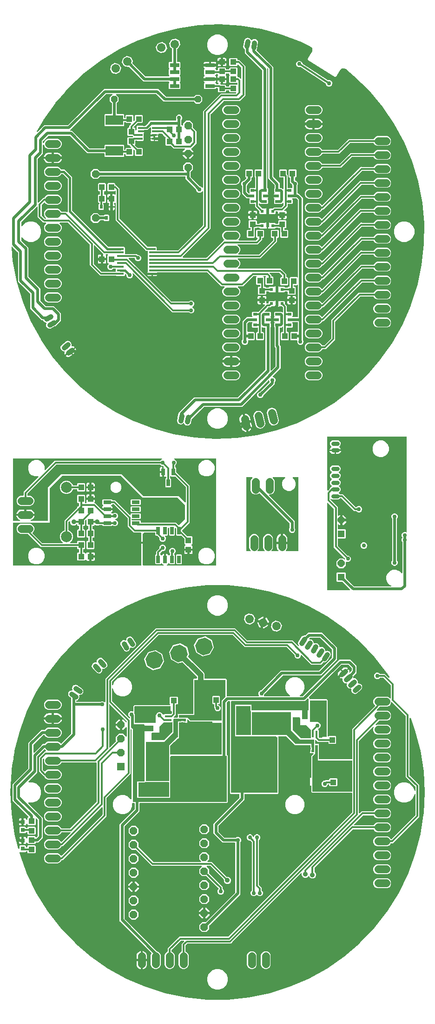
<source format=gbr>
G04 EAGLE Gerber RS-274X export*
G75*
%MOMM*%
%FSLAX34Y34*%
%LPD*%
%INBottom Copper*%
%IPPOS*%
%AMOC8*
5,1,8,0,0,1.08239X$1,22.5*%
G01*
%ADD10R,1.416000X1.416000*%
%ADD11P,1.532664X8X112.500000*%
%ADD12P,1.532664X8X202.500000*%
%ADD13R,0.400000X1.200000*%
%ADD14R,1.000000X1.100000*%
%ADD15R,1.100000X1.000000*%
%ADD16R,1.800000X1.600000*%
%ADD17R,1.600000X1.800000*%
%ADD18R,2.800000X1.400000*%
%ADD19P,1.532664X8X292.500000*%
%ADD20R,1.200000X0.400000*%
%ADD21R,1.400000X2.800000*%
%ADD22R,0.800000X0.800000*%
%ADD23P,3.247170X8X128.000000*%
%ADD24P,1.623585X8X367.500000*%
%ADD25C,0.900000*%
%ADD26C,1.416000*%
%ADD27C,0.800000*%
%ADD28R,1.300000X1.300000*%
%ADD29P,1.407107X8X292.500000*%
%ADD30P,1.515346X8X112.500000*%
%ADD31R,0.560000X0.730000*%
%ADD32R,1.260000X0.360000*%
%ADD33R,3.200000X1.800000*%
%ADD34R,1.780000X0.720000*%
%ADD35P,1.623585X8X217.500000*%
%ADD36P,1.623585X8X232.500000*%
%ADD37R,0.600000X0.600000*%
%ADD38P,1.312723X8X22.500000*%
%ADD39R,0.900000X0.400000*%
%ADD40R,0.700000X0.500000*%
%ADD41R,1.400000X0.635000*%
%ADD42C,2.000000*%
%ADD43R,0.635000X1.400000*%
%ADD44R,0.635000X1.270000*%
%ADD45C,0.750000*%
%ADD46C,0.500000*%
%ADD47C,1.100000*%
%ADD48C,1.000000*%
%ADD49C,0.400000*%
%ADD50C,0.300000*%
%ADD51C,0.900000*%
%ADD52C,0.550000*%

G36*
X414379Y1024614D02*
X414379Y1024614D01*
X414432Y1024624D01*
X414480Y1024623D01*
X452178Y1030017D01*
X452230Y1030032D01*
X452277Y1030037D01*
X489236Y1039217D01*
X489286Y1039237D01*
X489332Y1039246D01*
X525173Y1052118D01*
X525221Y1052143D01*
X525266Y1052157D01*
X559621Y1068588D01*
X559666Y1068618D01*
X559709Y1068636D01*
X592225Y1088459D01*
X592267Y1088493D01*
X592309Y1088516D01*
X622653Y1111526D01*
X622691Y1111565D01*
X622730Y1111591D01*
X650591Y1137553D01*
X650625Y1137595D01*
X650661Y1137626D01*
X651263Y1138313D01*
X651264Y1138313D01*
X651264Y1138314D01*
X652139Y1139313D01*
X654764Y1142310D01*
X655640Y1143310D01*
X656515Y1144309D01*
X657390Y1145308D01*
X658265Y1146307D01*
X658265Y1146308D01*
X659140Y1147307D01*
X659141Y1147307D01*
X661766Y1150304D01*
X662641Y1151304D01*
X663516Y1152303D01*
X663517Y1152303D01*
X664392Y1153302D01*
X665267Y1154301D01*
X665267Y1154302D01*
X666142Y1155301D01*
X667893Y1157299D01*
X668768Y1158298D01*
X669643Y1159298D01*
X670518Y1160297D01*
X671393Y1161296D01*
X671394Y1161296D01*
X672269Y1162295D01*
X672269Y1162296D01*
X674894Y1165293D01*
X675752Y1166273D01*
X675764Y1166291D01*
X675766Y1166292D01*
X675785Y1166321D01*
X675815Y1166352D01*
X697879Y1197390D01*
X697904Y1197439D01*
X697934Y1197476D01*
X716745Y1230587D01*
X716765Y1230637D01*
X716790Y1230677D01*
X732156Y1265521D01*
X732170Y1265574D01*
X732192Y1265616D01*
X743953Y1301836D01*
X743962Y1301889D01*
X743980Y1301934D01*
X752017Y1339158D01*
X752020Y1339212D01*
X752033Y1339257D01*
X756263Y1377103D01*
X756261Y1377158D01*
X756269Y1377204D01*
X756649Y1415284D01*
X756642Y1415338D01*
X756645Y1415385D01*
X753170Y1453308D01*
X753158Y1453361D01*
X753156Y1453408D01*
X745863Y1490785D01*
X745845Y1490836D01*
X745839Y1490883D01*
X734802Y1527331D01*
X734779Y1527380D01*
X734768Y1527426D01*
X720101Y1562570D01*
X720073Y1562616D01*
X720057Y1562661D01*
X701910Y1596141D01*
X701878Y1596185D01*
X701858Y1596227D01*
X680417Y1627700D01*
X680380Y1627740D01*
X680356Y1627780D01*
X655841Y1656922D01*
X655801Y1656958D01*
X655772Y1656996D01*
X628435Y1683509D01*
X628415Y1683523D01*
X628399Y1683542D01*
X628387Y1683550D01*
X628379Y1683559D01*
X613739Y1695743D01*
X613738Y1695743D01*
X613695Y1695770D01*
X613679Y1695780D01*
X613633Y1695820D01*
X612583Y1696485D01*
X612581Y1696485D01*
X612579Y1696487D01*
X612550Y1696499D01*
X612325Y1696600D01*
X612310Y1696603D01*
X612296Y1696608D01*
X609900Y1697222D01*
X609846Y1697228D01*
X609794Y1697243D01*
X609716Y1697242D01*
X609620Y1697253D01*
X609548Y1697240D01*
X609485Y1697239D01*
X607046Y1696827D01*
X606995Y1696810D01*
X606941Y1696803D01*
X606870Y1696771D01*
X606778Y1696741D01*
X606717Y1696700D01*
X606661Y1696675D01*
X604599Y1695308D01*
X604598Y1695306D01*
X604596Y1695305D01*
X604572Y1695284D01*
X604388Y1695120D01*
X604380Y1695107D01*
X604369Y1695097D01*
X603595Y1694123D01*
X603567Y1694075D01*
X603535Y1694038D01*
X602636Y1692627D01*
X602635Y1692627D01*
X597398Y1684406D01*
X597398Y1684405D01*
X595822Y1681932D01*
X593362Y1681387D01*
X545719Y1711740D01*
X544852Y1712292D01*
X544575Y1713540D01*
X544307Y1714751D01*
X544995Y1715831D01*
X551119Y1725445D01*
X551120Y1725446D01*
X552019Y1726857D01*
X552042Y1726908D01*
X552070Y1726948D01*
X552625Y1728061D01*
X552626Y1728062D01*
X552627Y1728064D01*
X552636Y1728094D01*
X552714Y1728328D01*
X552715Y1728344D01*
X552719Y1728358D01*
X553087Y1730804D01*
X553087Y1730859D01*
X553097Y1730912D01*
X553088Y1730989D01*
X553089Y1731086D01*
X553069Y1731156D01*
X553062Y1731218D01*
X552405Y1733603D01*
X552383Y1733653D01*
X552370Y1733706D01*
X552331Y1733773D01*
X552292Y1733862D01*
X552245Y1733918D01*
X552214Y1733971D01*
X550645Y1735884D01*
X550644Y1735885D01*
X550643Y1735887D01*
X550619Y1735907D01*
X550437Y1736074D01*
X550423Y1736081D01*
X550412Y1736091D01*
X549365Y1736762D01*
X549301Y1736792D01*
X549252Y1736825D01*
X532022Y1744944D01*
X531983Y1744956D01*
X531952Y1744974D01*
X496371Y1758545D01*
X496318Y1758557D01*
X496274Y1758576D01*
X459502Y1768477D01*
X459448Y1768484D01*
X459403Y1768499D01*
X421818Y1774629D01*
X421764Y1774630D01*
X421718Y1774641D01*
X383706Y1776938D01*
X383651Y1776933D01*
X383604Y1776939D01*
X345555Y1775379D01*
X345501Y1775369D01*
X345454Y1775369D01*
X307757Y1769968D01*
X307705Y1769953D01*
X307658Y1769949D01*
X270701Y1760762D01*
X270651Y1760741D01*
X270604Y1760732D01*
X234766Y1747854D01*
X234718Y1747828D01*
X234673Y1747815D01*
X200322Y1731377D01*
X200276Y1731347D01*
X200233Y1731328D01*
X167721Y1711500D01*
X167679Y1711465D01*
X167637Y1711443D01*
X137297Y1688427D01*
X137259Y1688388D01*
X137220Y1688362D01*
X109365Y1662395D01*
X109331Y1662352D01*
X109294Y1662322D01*
X103099Y1655246D01*
X102224Y1654247D01*
X101349Y1653248D01*
X101349Y1653247D01*
X94350Y1645254D01*
X94350Y1645253D01*
X93475Y1644254D01*
X92600Y1643255D01*
X84727Y1634262D01*
X84726Y1634262D01*
X84209Y1633670D01*
X84179Y1633625D01*
X84146Y1633591D01*
X62087Y1602548D01*
X62062Y1602500D01*
X62033Y1602463D01*
X51007Y1583047D01*
X51005Y1583041D01*
X51000Y1583035D01*
X50953Y1582909D01*
X50904Y1582785D01*
X50903Y1582778D01*
X50901Y1582771D01*
X50891Y1582638D01*
X50878Y1582504D01*
X50880Y1582497D01*
X50879Y1582490D01*
X50907Y1582359D01*
X50932Y1582227D01*
X50935Y1582221D01*
X50937Y1582214D01*
X50999Y1582096D01*
X51061Y1581976D01*
X51066Y1581971D01*
X51069Y1581965D01*
X51162Y1581869D01*
X51255Y1581772D01*
X51261Y1581768D01*
X51266Y1581763D01*
X51383Y1581696D01*
X51498Y1581629D01*
X51505Y1581627D01*
X51511Y1581624D01*
X51643Y1581593D01*
X51772Y1581560D01*
X51779Y1581560D01*
X51786Y1581559D01*
X51920Y1581566D01*
X52053Y1581571D01*
X52060Y1581573D01*
X52067Y1581573D01*
X52194Y1581617D01*
X52321Y1581659D01*
X52327Y1581663D01*
X52334Y1581666D01*
X52390Y1581706D01*
X52553Y1581819D01*
X52566Y1581835D01*
X52583Y1581847D01*
X61307Y1590572D01*
X64236Y1593501D01*
X106722Y1593501D01*
X106817Y1593514D01*
X106913Y1593519D01*
X106956Y1593534D01*
X107001Y1593541D01*
X107089Y1593580D01*
X107179Y1593612D01*
X107214Y1593637D01*
X107258Y1593657D01*
X107355Y1593740D01*
X107428Y1593793D01*
X173136Y1659501D01*
X271864Y1659501D01*
X285572Y1645793D01*
X285648Y1645736D01*
X285720Y1645671D01*
X285761Y1645651D01*
X285797Y1645624D01*
X285887Y1645590D01*
X285974Y1645548D01*
X286016Y1645542D01*
X286061Y1645525D01*
X286189Y1645515D01*
X286278Y1645501D01*
X336882Y1645501D01*
X336977Y1645514D01*
X337073Y1645519D01*
X337116Y1645534D01*
X337161Y1645541D01*
X337248Y1645580D01*
X337339Y1645612D01*
X337374Y1645637D01*
X337418Y1645657D01*
X337515Y1645740D01*
X337588Y1645793D01*
X340859Y1649065D01*
X347541Y1649065D01*
X352265Y1644341D01*
X352265Y1637659D01*
X347541Y1632935D01*
X340859Y1632935D01*
X337588Y1636207D01*
X337511Y1636264D01*
X337440Y1636329D01*
X337399Y1636349D01*
X337363Y1636376D01*
X337273Y1636410D01*
X337186Y1636452D01*
X337144Y1636458D01*
X337099Y1636475D01*
X336971Y1636485D01*
X336882Y1636499D01*
X282136Y1636499D01*
X268428Y1650207D01*
X268352Y1650264D01*
X268280Y1650329D01*
X268239Y1650349D01*
X268203Y1650376D01*
X268113Y1650410D01*
X268026Y1650452D01*
X267984Y1650458D01*
X267939Y1650475D01*
X267811Y1650485D01*
X267722Y1650499D01*
X196118Y1650499D01*
X196086Y1650495D01*
X196054Y1650497D01*
X195947Y1650475D01*
X195839Y1650459D01*
X195810Y1650446D01*
X195778Y1650440D01*
X195682Y1650388D01*
X195582Y1650343D01*
X195558Y1650322D01*
X195529Y1650307D01*
X195451Y1650231D01*
X195368Y1650160D01*
X195350Y1650133D01*
X195327Y1650110D01*
X195273Y1650015D01*
X195213Y1649924D01*
X195204Y1649893D01*
X195188Y1649865D01*
X195163Y1649758D01*
X195131Y1649654D01*
X195131Y1649622D01*
X195123Y1649591D01*
X195129Y1649481D01*
X195127Y1649372D01*
X195136Y1649341D01*
X195138Y1649309D01*
X195173Y1649206D01*
X195203Y1649100D01*
X195219Y1649073D01*
X195230Y1649042D01*
X195283Y1648969D01*
X195351Y1648860D01*
X195387Y1648828D01*
X195412Y1648793D01*
X199865Y1644341D01*
X199865Y1637659D01*
X196793Y1634588D01*
X196736Y1634511D01*
X196671Y1634440D01*
X196651Y1634399D01*
X196624Y1634363D01*
X196590Y1634273D01*
X196548Y1634186D01*
X196542Y1634144D01*
X196525Y1634099D01*
X196515Y1633971D01*
X196501Y1633882D01*
X196501Y1615000D01*
X196510Y1614936D01*
X196509Y1614872D01*
X196530Y1614797D01*
X196541Y1614721D01*
X196567Y1614662D01*
X196584Y1614600D01*
X196625Y1614534D01*
X196657Y1614464D01*
X196699Y1614415D01*
X196732Y1614360D01*
X196790Y1614308D01*
X196840Y1614250D01*
X196894Y1614214D01*
X196942Y1614171D01*
X197011Y1614138D01*
X197076Y1614095D01*
X197138Y1614076D01*
X197195Y1614048D01*
X197265Y1614037D01*
X197346Y1614013D01*
X197431Y1614012D01*
X197500Y1614001D01*
X208829Y1614001D01*
X210001Y1612829D01*
X210001Y1607500D01*
X210010Y1607436D01*
X210009Y1607372D01*
X210030Y1607297D01*
X210041Y1607221D01*
X210067Y1607162D01*
X210084Y1607100D01*
X210125Y1607034D01*
X210157Y1606964D01*
X210199Y1606915D01*
X210232Y1606860D01*
X210290Y1606808D01*
X210340Y1606750D01*
X210394Y1606714D01*
X210442Y1606671D01*
X210511Y1606638D01*
X210576Y1606595D01*
X210638Y1606576D01*
X210695Y1606548D01*
X210765Y1606537D01*
X210846Y1606513D01*
X210931Y1606512D01*
X211000Y1606501D01*
X211500Y1606501D01*
X211564Y1606510D01*
X211628Y1606509D01*
X211703Y1606530D01*
X211779Y1606541D01*
X211838Y1606567D01*
X211900Y1606584D01*
X211966Y1606625D01*
X212036Y1606657D01*
X212085Y1606699D01*
X212140Y1606732D01*
X212192Y1606790D01*
X212250Y1606840D01*
X212286Y1606894D01*
X212329Y1606942D01*
X212362Y1607011D01*
X212405Y1607076D01*
X212424Y1607138D01*
X212452Y1607195D01*
X212463Y1607265D01*
X212487Y1607346D01*
X212488Y1607431D01*
X212499Y1607500D01*
X212499Y1611329D01*
X213671Y1612501D01*
X225329Y1612501D01*
X226501Y1611329D01*
X226501Y1602364D01*
X226505Y1602332D01*
X226503Y1602300D01*
X226525Y1602193D01*
X226541Y1602085D01*
X226554Y1602055D01*
X226560Y1602024D01*
X226612Y1601927D01*
X226657Y1601828D01*
X226678Y1601803D01*
X226693Y1601775D01*
X226769Y1601696D01*
X226840Y1601613D01*
X226867Y1601596D01*
X226890Y1601573D01*
X226985Y1601519D01*
X227076Y1601459D01*
X227107Y1601450D01*
X227135Y1601434D01*
X227242Y1601408D01*
X227346Y1601377D01*
X227378Y1601376D01*
X227409Y1601369D01*
X227519Y1601374D01*
X227628Y1601373D01*
X227659Y1601381D01*
X227691Y1601383D01*
X227794Y1601419D01*
X227900Y1601448D01*
X227927Y1601465D01*
X227958Y1601476D01*
X228031Y1601529D01*
X228140Y1601596D01*
X228172Y1601632D01*
X228207Y1601657D01*
X229207Y1602657D01*
X229264Y1602734D01*
X229329Y1602806D01*
X229349Y1602847D01*
X229376Y1602883D01*
X229410Y1602973D01*
X229452Y1603059D01*
X229458Y1603101D01*
X229475Y1603147D01*
X229485Y1603274D01*
X229499Y1603364D01*
X229499Y1611329D01*
X230671Y1612501D01*
X242329Y1612501D01*
X243501Y1611329D01*
X243501Y1598671D01*
X242329Y1597499D01*
X234364Y1597499D01*
X234269Y1597486D01*
X234173Y1597481D01*
X234130Y1597466D01*
X234085Y1597459D01*
X233997Y1597420D01*
X233906Y1597388D01*
X233872Y1597363D01*
X233828Y1597343D01*
X233730Y1597260D01*
X233657Y1597207D01*
X227157Y1590707D01*
X227138Y1590681D01*
X227113Y1590660D01*
X227054Y1590568D01*
X226988Y1590481D01*
X226977Y1590451D01*
X226959Y1590424D01*
X226927Y1590319D01*
X226889Y1590217D01*
X226886Y1590185D01*
X226877Y1590154D01*
X226875Y1590045D01*
X226867Y1589936D01*
X226873Y1589904D01*
X226873Y1589872D01*
X226902Y1589767D01*
X226924Y1589660D01*
X226939Y1589631D01*
X226948Y1589600D01*
X227005Y1589507D01*
X227057Y1589411D01*
X227079Y1589388D01*
X227096Y1589360D01*
X227177Y1589287D01*
X227254Y1589209D01*
X227282Y1589193D01*
X227306Y1589171D01*
X227404Y1589124D01*
X227499Y1589070D01*
X227530Y1589062D01*
X227559Y1589048D01*
X227649Y1589034D01*
X227773Y1589005D01*
X227822Y1589007D01*
X227864Y1589001D01*
X228829Y1589001D01*
X230001Y1587829D01*
X230001Y1584865D01*
X230002Y1584854D01*
X230001Y1584844D01*
X230022Y1584714D01*
X230041Y1584586D01*
X230045Y1584576D01*
X230047Y1584565D01*
X230103Y1584448D01*
X230157Y1584329D01*
X230164Y1584321D01*
X230168Y1584311D01*
X230255Y1584214D01*
X230340Y1584115D01*
X230349Y1584109D01*
X230356Y1584101D01*
X230467Y1584032D01*
X230576Y1583960D01*
X230586Y1583957D01*
X230596Y1583951D01*
X230722Y1583916D01*
X230846Y1583878D01*
X230857Y1583878D01*
X230867Y1583875D01*
X230998Y1583876D01*
X231128Y1583874D01*
X231138Y1583877D01*
X231149Y1583877D01*
X231274Y1583914D01*
X231400Y1583949D01*
X231409Y1583955D01*
X231419Y1583958D01*
X231529Y1584029D01*
X231640Y1584097D01*
X231647Y1584105D01*
X231656Y1584111D01*
X231742Y1584210D01*
X231829Y1584307D01*
X231833Y1584316D01*
X231840Y1584325D01*
X231873Y1584399D01*
X231952Y1584561D01*
X231955Y1584584D01*
X231965Y1584607D01*
X232132Y1585231D01*
X232365Y1585634D01*
X232405Y1585733D01*
X232452Y1585829D01*
X232457Y1585862D01*
X232471Y1585896D01*
X232485Y1586043D01*
X232499Y1586134D01*
X232499Y1591579D01*
X233671Y1592751D01*
X244329Y1592751D01*
X244536Y1592543D01*
X244613Y1592486D01*
X244684Y1592421D01*
X244725Y1592401D01*
X244762Y1592374D01*
X244852Y1592340D01*
X244938Y1592298D01*
X244980Y1592292D01*
X245025Y1592275D01*
X245153Y1592265D01*
X245243Y1592251D01*
X247772Y1592251D01*
X247867Y1592264D01*
X247963Y1592269D01*
X248006Y1592284D01*
X248051Y1592291D01*
X248139Y1592330D01*
X248230Y1592362D01*
X248264Y1592387D01*
X248308Y1592407D01*
X248405Y1592490D01*
X248479Y1592543D01*
X254050Y1598114D01*
X254107Y1598191D01*
X254172Y1598263D01*
X254192Y1598304D01*
X254219Y1598340D01*
X254253Y1598430D01*
X254295Y1598516D01*
X254301Y1598559D01*
X254319Y1598604D01*
X254328Y1598732D01*
X254342Y1598821D01*
X254342Y1599114D01*
X256979Y1601751D01*
X304000Y1601751D01*
X304064Y1601760D01*
X304128Y1601759D01*
X304203Y1601780D01*
X304279Y1601791D01*
X304338Y1601817D01*
X304400Y1601834D01*
X304466Y1601875D01*
X304536Y1601907D01*
X304585Y1601949D01*
X304640Y1601982D01*
X304692Y1602040D01*
X304750Y1602090D01*
X304786Y1602144D01*
X304829Y1602192D01*
X304862Y1602261D01*
X304905Y1602326D01*
X304924Y1602388D01*
X304952Y1602445D01*
X304963Y1602515D01*
X304987Y1602596D01*
X304988Y1602681D01*
X304999Y1602750D01*
X304999Y1603847D01*
X304993Y1603888D01*
X304996Y1603929D01*
X304976Y1604013D01*
X304959Y1604126D01*
X304935Y1604179D01*
X304923Y1604229D01*
X304249Y1605856D01*
X304249Y1608144D01*
X305125Y1610258D01*
X306742Y1611875D01*
X308856Y1612751D01*
X311144Y1612751D01*
X313258Y1611875D01*
X314875Y1610258D01*
X315751Y1608144D01*
X315751Y1605856D01*
X314875Y1603742D01*
X314293Y1603161D01*
X314236Y1603084D01*
X314171Y1603012D01*
X314151Y1602971D01*
X314124Y1602935D01*
X314090Y1602845D01*
X314048Y1602759D01*
X314042Y1602717D01*
X314025Y1602671D01*
X314015Y1602544D01*
X314001Y1602454D01*
X314001Y1594500D01*
X314010Y1594436D01*
X314009Y1594372D01*
X314030Y1594297D01*
X314041Y1594221D01*
X314067Y1594162D01*
X314084Y1594100D01*
X314125Y1594034D01*
X314157Y1593964D01*
X314199Y1593915D01*
X314232Y1593860D01*
X314290Y1593808D01*
X314340Y1593750D01*
X314394Y1593714D01*
X314442Y1593671D01*
X314511Y1593638D01*
X314576Y1593595D01*
X314638Y1593576D01*
X314695Y1593548D01*
X314765Y1593537D01*
X314846Y1593513D01*
X314931Y1593512D01*
X315000Y1593501D01*
X315329Y1593501D01*
X315513Y1593316D01*
X315539Y1593297D01*
X315560Y1593272D01*
X315652Y1593212D01*
X315739Y1593147D01*
X315769Y1593135D01*
X315796Y1593118D01*
X315901Y1593086D01*
X316003Y1593047D01*
X316035Y1593045D01*
X316066Y1593035D01*
X316175Y1593034D01*
X316284Y1593025D01*
X316316Y1593032D01*
X316348Y1593032D01*
X316453Y1593061D01*
X316560Y1593083D01*
X316589Y1593098D01*
X316620Y1593107D01*
X316713Y1593164D01*
X316809Y1593215D01*
X316832Y1593238D01*
X316860Y1593255D01*
X316933Y1593336D01*
X317011Y1593412D01*
X317027Y1593440D01*
X317049Y1593464D01*
X317096Y1593563D01*
X317150Y1593658D01*
X317158Y1593689D01*
X317172Y1593718D01*
X317186Y1593808D01*
X317215Y1593932D01*
X317213Y1593980D01*
X317219Y1594023D01*
X317219Y1596861D01*
X322539Y1602181D01*
X330061Y1602181D01*
X335381Y1596861D01*
X335381Y1589384D01*
X335394Y1589289D01*
X335399Y1589193D01*
X335414Y1589150D01*
X335421Y1589105D01*
X335460Y1589017D01*
X335492Y1588926D01*
X335517Y1588892D01*
X335537Y1588848D01*
X335620Y1588750D01*
X335673Y1588677D01*
X341501Y1582850D01*
X341501Y1560550D01*
X334794Y1553843D01*
X334793Y1553843D01*
X332285Y1551334D01*
X332246Y1551283D01*
X332200Y1551238D01*
X332162Y1551170D01*
X332116Y1551108D01*
X332093Y1551048D01*
X332061Y1550992D01*
X332043Y1550917D01*
X332016Y1550845D01*
X332011Y1550781D01*
X331996Y1550718D01*
X332000Y1550640D01*
X331994Y1550563D01*
X332007Y1550501D01*
X332011Y1550436D01*
X332036Y1550363D01*
X332052Y1550287D01*
X332082Y1550231D01*
X332103Y1550170D01*
X332144Y1550113D01*
X332184Y1550038D01*
X332243Y1549978D01*
X332285Y1549921D01*
X335921Y1546285D01*
X335921Y1544299D01*
X327300Y1544299D01*
X327237Y1544290D01*
X327172Y1544291D01*
X327098Y1544270D01*
X327021Y1544259D01*
X326962Y1544233D01*
X326900Y1544216D01*
X326834Y1544175D01*
X326764Y1544143D01*
X326715Y1544101D01*
X326660Y1544068D01*
X326609Y1544010D01*
X326550Y1543960D01*
X326514Y1543906D01*
X326471Y1543858D01*
X326438Y1543789D01*
X326395Y1543724D01*
X326376Y1543662D01*
X326348Y1543605D01*
X326338Y1543535D01*
X326313Y1543454D01*
X326312Y1543369D01*
X326301Y1543300D01*
X326301Y1542299D01*
X326299Y1542299D01*
X326299Y1543300D01*
X326290Y1543364D01*
X326291Y1543428D01*
X326270Y1543503D01*
X326259Y1543579D01*
X326233Y1543638D01*
X326216Y1543700D01*
X326175Y1543766D01*
X326143Y1543836D01*
X326101Y1543885D01*
X326068Y1543940D01*
X326010Y1543992D01*
X325960Y1544050D01*
X325906Y1544086D01*
X325858Y1544129D01*
X325789Y1544162D01*
X325724Y1544205D01*
X325662Y1544224D01*
X325604Y1544252D01*
X325535Y1544262D01*
X325454Y1544287D01*
X325369Y1544288D01*
X325300Y1544299D01*
X316679Y1544299D01*
X316679Y1546285D01*
X320188Y1549793D01*
X320207Y1549819D01*
X320232Y1549840D01*
X320291Y1549932D01*
X320357Y1550019D01*
X320368Y1550049D01*
X320386Y1550076D01*
X320418Y1550181D01*
X320457Y1550283D01*
X320459Y1550315D01*
X320468Y1550346D01*
X320470Y1550455D01*
X320478Y1550564D01*
X320472Y1550596D01*
X320472Y1550628D01*
X320443Y1550733D01*
X320421Y1550840D01*
X320406Y1550869D01*
X320397Y1550900D01*
X320340Y1550993D01*
X320288Y1551089D01*
X320266Y1551112D01*
X320249Y1551140D01*
X320168Y1551213D01*
X320091Y1551291D01*
X320063Y1551307D01*
X320040Y1551329D01*
X319941Y1551376D01*
X319846Y1551430D01*
X319815Y1551438D01*
X319786Y1551452D01*
X319696Y1551466D01*
X319572Y1551495D01*
X319523Y1551493D01*
X319481Y1551499D01*
X300050Y1551499D01*
X297707Y1553842D01*
X297707Y1553843D01*
X295343Y1556207D01*
X295266Y1556264D01*
X295194Y1556329D01*
X295153Y1556349D01*
X295117Y1556376D01*
X295027Y1556410D01*
X294941Y1556452D01*
X294899Y1556458D01*
X294853Y1556475D01*
X294726Y1556485D01*
X294636Y1556499D01*
X286671Y1556499D01*
X285499Y1557671D01*
X285499Y1570341D01*
X285537Y1570407D01*
X285583Y1570469D01*
X285606Y1570529D01*
X285637Y1570585D01*
X285655Y1570660D01*
X285683Y1570733D01*
X285688Y1570797D01*
X285702Y1570859D01*
X285698Y1570937D01*
X285704Y1571014D01*
X285691Y1571077D01*
X285688Y1571141D01*
X285663Y1571214D01*
X285647Y1571290D01*
X285617Y1571347D01*
X285595Y1571407D01*
X285554Y1571464D01*
X285514Y1571539D01*
X285455Y1571600D01*
X285414Y1571656D01*
X278613Y1578457D01*
X278537Y1578514D01*
X278465Y1578579D01*
X278424Y1578599D01*
X278388Y1578626D01*
X278298Y1578660D01*
X278212Y1578702D01*
X278169Y1578708D01*
X278124Y1578725D01*
X277996Y1578735D01*
X277907Y1578749D01*
X273040Y1578749D01*
X272976Y1578740D01*
X272912Y1578741D01*
X272837Y1578720D01*
X272761Y1578709D01*
X272702Y1578683D01*
X272640Y1578666D01*
X272574Y1578625D01*
X272504Y1578593D01*
X272455Y1578551D01*
X272400Y1578518D01*
X272348Y1578460D01*
X272290Y1578410D01*
X272254Y1578356D01*
X272211Y1578308D01*
X272178Y1578239D01*
X272135Y1578174D01*
X272116Y1578112D01*
X272088Y1578055D01*
X272077Y1577985D01*
X272053Y1577904D01*
X272052Y1577819D01*
X272041Y1577750D01*
X272041Y1576749D01*
X265000Y1576749D01*
X257959Y1576749D01*
X257959Y1578085D01*
X258132Y1578731D01*
X258365Y1579134D01*
X258390Y1579196D01*
X258405Y1579219D01*
X258417Y1579257D01*
X258452Y1579329D01*
X258457Y1579362D01*
X258471Y1579396D01*
X258476Y1579451D01*
X258487Y1579488D01*
X258488Y1579564D01*
X258499Y1579634D01*
X258499Y1585397D01*
X258503Y1585412D01*
X258499Y1585477D01*
X258499Y1585493D01*
X258499Y1585494D01*
X258505Y1585564D01*
X258499Y1585590D01*
X258499Y1588836D01*
X258495Y1588868D01*
X258497Y1588900D01*
X258475Y1589007D01*
X258459Y1589115D01*
X258446Y1589144D01*
X258440Y1589176D01*
X258388Y1589272D01*
X258343Y1589372D01*
X258322Y1589397D01*
X258307Y1589425D01*
X258231Y1589503D01*
X258160Y1589586D01*
X258133Y1589604D01*
X258110Y1589627D01*
X258015Y1589681D01*
X257924Y1589741D01*
X257893Y1589750D01*
X257865Y1589766D01*
X257758Y1589791D01*
X257654Y1589823D01*
X257622Y1589824D01*
X257591Y1589831D01*
X257481Y1589825D01*
X257372Y1589827D01*
X257341Y1589818D01*
X257309Y1589817D01*
X257206Y1589781D01*
X257100Y1589752D01*
X257073Y1589735D01*
X257042Y1589724D01*
X256969Y1589671D01*
X256860Y1589604D01*
X256828Y1589568D01*
X256793Y1589542D01*
X252500Y1585249D01*
X247040Y1585249D01*
X246976Y1585240D01*
X246912Y1585241D01*
X246837Y1585220D01*
X246761Y1585209D01*
X246702Y1585183D01*
X246640Y1585166D01*
X246574Y1585125D01*
X246504Y1585093D01*
X246455Y1585051D01*
X246400Y1585018D01*
X246348Y1584960D01*
X246290Y1584910D01*
X246254Y1584856D01*
X246211Y1584808D01*
X246178Y1584739D01*
X246135Y1584674D01*
X246116Y1584612D01*
X246088Y1584555D01*
X246077Y1584485D01*
X246053Y1584404D01*
X246052Y1584319D01*
X246041Y1584250D01*
X246041Y1583249D01*
X239000Y1583249D01*
X238937Y1583240D01*
X238872Y1583241D01*
X238798Y1583221D01*
X238721Y1583210D01*
X238663Y1583183D01*
X238601Y1583166D01*
X238535Y1583125D01*
X238464Y1583093D01*
X238415Y1583052D01*
X238361Y1583018D01*
X238309Y1582960D01*
X238250Y1582910D01*
X238215Y1582856D01*
X238172Y1582809D01*
X238138Y1582739D01*
X238095Y1582674D01*
X238077Y1582612D01*
X238049Y1582555D01*
X238038Y1582485D01*
X238013Y1582404D01*
X238012Y1582320D01*
X238001Y1582250D01*
X238010Y1582186D01*
X238009Y1582122D01*
X238030Y1582047D01*
X238041Y1581971D01*
X238067Y1581912D01*
X238084Y1581850D01*
X238125Y1581784D01*
X238157Y1581714D01*
X238199Y1581665D01*
X238233Y1581610D01*
X238290Y1581558D01*
X238341Y1581499D01*
X238394Y1581464D01*
X238442Y1581421D01*
X238512Y1581387D01*
X238576Y1581345D01*
X238638Y1581326D01*
X238696Y1581298D01*
X238765Y1581287D01*
X238846Y1581263D01*
X238931Y1581261D01*
X239000Y1581251D01*
X246041Y1581251D01*
X246041Y1579915D01*
X245868Y1579269D01*
X245635Y1578866D01*
X245595Y1578767D01*
X245548Y1578671D01*
X245543Y1578638D01*
X245529Y1578604D01*
X245515Y1578457D01*
X245501Y1578366D01*
X245501Y1572603D01*
X245497Y1572588D01*
X245501Y1572523D01*
X245501Y1572507D01*
X245501Y1572506D01*
X245495Y1572436D01*
X245501Y1572410D01*
X245501Y1566421D01*
X244329Y1565249D01*
X233671Y1565249D01*
X233464Y1565457D01*
X233387Y1565514D01*
X233316Y1565579D01*
X233275Y1565599D01*
X233238Y1565626D01*
X233148Y1565660D01*
X233062Y1565702D01*
X233020Y1565708D01*
X232974Y1565725D01*
X232847Y1565735D01*
X232757Y1565749D01*
X231000Y1565749D01*
X230936Y1565740D01*
X230872Y1565741D01*
X230797Y1565720D01*
X230721Y1565709D01*
X230662Y1565683D01*
X230600Y1565666D01*
X230534Y1565625D01*
X230464Y1565593D01*
X230415Y1565551D01*
X230360Y1565518D01*
X230308Y1565460D01*
X230250Y1565410D01*
X230214Y1565356D01*
X230171Y1565308D01*
X230138Y1565239D01*
X230095Y1565174D01*
X230076Y1565112D01*
X230048Y1565055D01*
X230037Y1564985D01*
X230013Y1564904D01*
X230012Y1564819D01*
X230001Y1564750D01*
X230001Y1558171D01*
X229847Y1558017D01*
X229808Y1557966D01*
X229762Y1557921D01*
X229724Y1557854D01*
X229677Y1557792D01*
X229655Y1557731D01*
X229623Y1557676D01*
X229605Y1557600D01*
X229578Y1557528D01*
X229573Y1557464D01*
X229558Y1557401D01*
X229562Y1557324D01*
X229556Y1557247D01*
X229569Y1557184D01*
X229572Y1557119D01*
X229598Y1557046D01*
X229614Y1556970D01*
X229644Y1556914D01*
X229665Y1556853D01*
X229706Y1556796D01*
X229746Y1556722D01*
X229805Y1556661D01*
X229847Y1556604D01*
X233657Y1552793D01*
X233734Y1552736D01*
X233806Y1552671D01*
X233847Y1552651D01*
X233883Y1552624D01*
X233973Y1552590D01*
X234059Y1552548D01*
X234101Y1552542D01*
X234147Y1552525D01*
X234274Y1552515D01*
X234364Y1552501D01*
X242329Y1552501D01*
X243501Y1551329D01*
X243501Y1538671D01*
X242329Y1537499D01*
X230671Y1537499D01*
X229499Y1538671D01*
X229499Y1546636D01*
X229486Y1546731D01*
X229481Y1546827D01*
X229466Y1546870D01*
X229459Y1546915D01*
X229420Y1547003D01*
X229388Y1547094D01*
X229363Y1547128D01*
X229343Y1547172D01*
X229260Y1547270D01*
X229258Y1547272D01*
X229237Y1547307D01*
X229225Y1547317D01*
X229207Y1547343D01*
X228207Y1548343D01*
X228181Y1548362D01*
X228160Y1548387D01*
X228068Y1548446D01*
X227981Y1548512D01*
X227951Y1548523D01*
X227924Y1548541D01*
X227819Y1548573D01*
X227717Y1548611D01*
X227685Y1548614D01*
X227654Y1548623D01*
X227545Y1548625D01*
X227436Y1548633D01*
X227404Y1548627D01*
X227372Y1548627D01*
X227267Y1548598D01*
X227160Y1548576D01*
X227131Y1548561D01*
X227100Y1548552D01*
X227007Y1548495D01*
X226911Y1548443D01*
X226888Y1548421D01*
X226860Y1548404D01*
X226787Y1548323D01*
X226709Y1548246D01*
X226693Y1548218D01*
X226671Y1548194D01*
X226624Y1548096D01*
X226570Y1548001D01*
X226562Y1547970D01*
X226548Y1547941D01*
X226534Y1547851D01*
X226505Y1547727D01*
X226507Y1547678D01*
X226501Y1547636D01*
X226501Y1538671D01*
X225329Y1537499D01*
X213671Y1537499D01*
X212499Y1538671D01*
X212499Y1540500D01*
X212490Y1540564D01*
X212491Y1540628D01*
X212470Y1540703D01*
X212459Y1540779D01*
X212433Y1540838D01*
X212416Y1540900D01*
X212375Y1540966D01*
X212343Y1541036D01*
X212301Y1541085D01*
X212268Y1541140D01*
X212210Y1541192D01*
X212160Y1541250D01*
X212106Y1541286D01*
X212058Y1541329D01*
X211989Y1541362D01*
X211924Y1541405D01*
X211862Y1541424D01*
X211805Y1541452D01*
X211735Y1541463D01*
X211654Y1541487D01*
X211569Y1541488D01*
X211500Y1541499D01*
X211000Y1541499D01*
X210936Y1541490D01*
X210872Y1541491D01*
X210797Y1541470D01*
X210721Y1541459D01*
X210662Y1541433D01*
X210600Y1541416D01*
X210534Y1541375D01*
X210464Y1541343D01*
X210415Y1541301D01*
X210360Y1541268D01*
X210308Y1541210D01*
X210250Y1541160D01*
X210214Y1541106D01*
X210171Y1541058D01*
X210138Y1540989D01*
X210095Y1540924D01*
X210076Y1540862D01*
X210048Y1540805D01*
X210037Y1540735D01*
X210013Y1540654D01*
X210012Y1540569D01*
X210001Y1540500D01*
X210001Y1537171D01*
X208829Y1535999D01*
X175171Y1535999D01*
X173999Y1537171D01*
X173999Y1541500D01*
X173990Y1541564D01*
X173991Y1541628D01*
X173970Y1541703D01*
X173959Y1541779D01*
X173933Y1541838D01*
X173916Y1541900D01*
X173875Y1541966D01*
X173843Y1542036D01*
X173801Y1542085D01*
X173768Y1542140D01*
X173710Y1542192D01*
X173660Y1542250D01*
X173606Y1542286D01*
X173558Y1542329D01*
X173489Y1542362D01*
X173424Y1542405D01*
X173362Y1542424D01*
X173305Y1542452D01*
X173235Y1542463D01*
X173154Y1542487D01*
X173069Y1542488D01*
X173000Y1542499D01*
X143136Y1542499D01*
X111428Y1574207D01*
X111352Y1574264D01*
X111280Y1574329D01*
X111239Y1574349D01*
X111203Y1574376D01*
X111113Y1574410D01*
X111026Y1574452D01*
X110984Y1574458D01*
X110939Y1574475D01*
X110811Y1574485D01*
X110722Y1574499D01*
X72278Y1574499D01*
X72183Y1574486D01*
X72087Y1574481D01*
X72044Y1574466D01*
X71999Y1574459D01*
X71911Y1574420D01*
X71821Y1574388D01*
X71786Y1574363D01*
X71742Y1574343D01*
X71645Y1574260D01*
X71572Y1574207D01*
X62293Y1564928D01*
X62236Y1564852D01*
X62171Y1564780D01*
X62151Y1564739D01*
X62124Y1564703D01*
X62090Y1564613D01*
X62048Y1564526D01*
X62042Y1564484D01*
X62025Y1564439D01*
X62015Y1564311D01*
X62001Y1564222D01*
X62001Y1562091D01*
X62013Y1562005D01*
X62016Y1561918D01*
X62033Y1561866D01*
X62041Y1561812D01*
X62076Y1561733D01*
X62103Y1561650D01*
X62134Y1561605D01*
X62157Y1561555D01*
X62213Y1561489D01*
X62262Y1561417D01*
X62304Y1561382D01*
X62340Y1561341D01*
X62413Y1561293D01*
X62480Y1561238D01*
X62530Y1561216D01*
X62576Y1561186D01*
X62659Y1561161D01*
X62739Y1561127D01*
X62793Y1561120D01*
X62846Y1561104D01*
X62933Y1561103D01*
X63019Y1561092D01*
X63073Y1561101D01*
X63128Y1561100D01*
X63212Y1561123D01*
X63297Y1561137D01*
X63347Y1561161D01*
X63400Y1561175D01*
X63474Y1561221D01*
X63552Y1561258D01*
X63593Y1561295D01*
X63640Y1561323D01*
X63698Y1561388D01*
X63763Y1561446D01*
X63789Y1561489D01*
X63829Y1561533D01*
X63878Y1561635D01*
X63923Y1561709D01*
X65222Y1564844D01*
X67776Y1567398D01*
X71114Y1568781D01*
X88886Y1568781D01*
X92224Y1567398D01*
X94778Y1564844D01*
X96161Y1561506D01*
X96161Y1557894D01*
X94778Y1554556D01*
X92224Y1552002D01*
X88886Y1550619D01*
X71114Y1550619D01*
X67776Y1552002D01*
X65222Y1554556D01*
X63923Y1557691D01*
X63879Y1557766D01*
X63843Y1557845D01*
X63808Y1557887D01*
X63780Y1557934D01*
X63716Y1557993D01*
X63660Y1558059D01*
X63614Y1558089D01*
X63574Y1558127D01*
X63497Y1558166D01*
X63424Y1558214D01*
X63371Y1558230D01*
X63322Y1558255D01*
X63237Y1558271D01*
X63154Y1558296D01*
X63099Y1558297D01*
X63045Y1558307D01*
X62959Y1558299D01*
X62872Y1558300D01*
X62819Y1558285D01*
X62765Y1558280D01*
X62684Y1558248D01*
X62600Y1558225D01*
X62553Y1558196D01*
X62503Y1558175D01*
X62434Y1558122D01*
X62360Y1558077D01*
X62323Y1558036D01*
X62280Y1558002D01*
X62230Y1557932D01*
X62171Y1557867D01*
X62147Y1557818D01*
X62115Y1557773D01*
X62086Y1557691D01*
X62048Y1557613D01*
X62040Y1557563D01*
X62021Y1557508D01*
X62014Y1557394D01*
X62001Y1557309D01*
X62001Y1541636D01*
X52793Y1532428D01*
X52736Y1532352D01*
X52671Y1532280D01*
X52651Y1532239D01*
X52624Y1532203D01*
X52590Y1532113D01*
X52548Y1532026D01*
X52542Y1531984D01*
X52525Y1531939D01*
X52518Y1531849D01*
X52513Y1531833D01*
X52512Y1531795D01*
X52501Y1531722D01*
X52501Y1453864D01*
X52505Y1453832D01*
X52503Y1453800D01*
X52525Y1453693D01*
X52541Y1453585D01*
X52554Y1453555D01*
X52560Y1453524D01*
X52612Y1453427D01*
X52657Y1453328D01*
X52678Y1453303D01*
X52693Y1453275D01*
X52769Y1453197D01*
X52840Y1453113D01*
X52867Y1453096D01*
X52890Y1453073D01*
X52985Y1453019D01*
X53076Y1452959D01*
X53107Y1452950D01*
X53135Y1452934D01*
X53242Y1452908D01*
X53346Y1452877D01*
X53378Y1452876D01*
X53409Y1452869D01*
X53519Y1452874D01*
X53628Y1452873D01*
X53659Y1452881D01*
X53691Y1452883D01*
X53794Y1452919D01*
X53900Y1452948D01*
X53927Y1452965D01*
X53958Y1452976D01*
X54031Y1453029D01*
X54140Y1453096D01*
X54172Y1453132D01*
X54207Y1453157D01*
X62650Y1461601D01*
X63873Y1461601D01*
X63883Y1461602D01*
X63892Y1461601D01*
X64023Y1461622D01*
X64153Y1461641D01*
X64161Y1461644D01*
X64171Y1461646D01*
X64290Y1461703D01*
X64410Y1461757D01*
X64417Y1461763D01*
X64425Y1461767D01*
X64524Y1461855D01*
X64624Y1461940D01*
X64629Y1461948D01*
X64636Y1461954D01*
X64676Y1462020D01*
X64778Y1462176D01*
X64785Y1462199D01*
X64797Y1462218D01*
X65222Y1463244D01*
X67776Y1465798D01*
X71114Y1467181D01*
X88886Y1467181D01*
X92224Y1465798D01*
X94778Y1463244D01*
X96161Y1459906D01*
X96161Y1456294D01*
X94778Y1452956D01*
X92224Y1450402D01*
X88886Y1449019D01*
X71114Y1449019D01*
X67776Y1450402D01*
X65271Y1452907D01*
X65220Y1452946D01*
X65175Y1452992D01*
X65107Y1453030D01*
X65045Y1453076D01*
X64985Y1453099D01*
X64929Y1453131D01*
X64854Y1453148D01*
X64781Y1453176D01*
X64718Y1453181D01*
X64655Y1453196D01*
X64577Y1453192D01*
X64500Y1453198D01*
X64438Y1453185D01*
X64373Y1453181D01*
X64300Y1453156D01*
X64224Y1453140D01*
X64168Y1453110D01*
X64107Y1453089D01*
X64050Y1453047D01*
X63975Y1453008D01*
X63914Y1452948D01*
X63858Y1452907D01*
X59793Y1448843D01*
X59736Y1448766D01*
X59671Y1448694D01*
X59651Y1448653D01*
X59624Y1448617D01*
X59590Y1448527D01*
X59548Y1448441D01*
X59542Y1448399D01*
X59525Y1448353D01*
X59515Y1448226D01*
X59501Y1448136D01*
X59501Y1429864D01*
X59514Y1429769D01*
X59519Y1429673D01*
X59534Y1429630D01*
X59541Y1429585D01*
X59580Y1429497D01*
X59612Y1429406D01*
X59637Y1429372D01*
X59657Y1429328D01*
X59740Y1429230D01*
X59793Y1429157D01*
X65157Y1423793D01*
X65234Y1423736D01*
X65306Y1423671D01*
X65347Y1423651D01*
X65383Y1423624D01*
X65473Y1423590D01*
X65559Y1423548D01*
X65601Y1423542D01*
X65647Y1423525D01*
X65774Y1423515D01*
X65864Y1423501D01*
X66865Y1423501D01*
X66897Y1423505D01*
X66929Y1423503D01*
X67036Y1423525D01*
X67144Y1423541D01*
X67173Y1423554D01*
X67205Y1423560D01*
X67301Y1423612D01*
X67401Y1423657D01*
X67425Y1423678D01*
X67454Y1423693D01*
X67532Y1423769D01*
X67615Y1423840D01*
X67633Y1423867D01*
X67656Y1423890D01*
X67710Y1423985D01*
X67770Y1424076D01*
X67779Y1424107D01*
X67795Y1424135D01*
X67820Y1424241D01*
X67852Y1424346D01*
X67853Y1424378D01*
X67860Y1424409D01*
X67854Y1424519D01*
X67856Y1424628D01*
X67847Y1424659D01*
X67846Y1424691D01*
X67810Y1424794D01*
X67781Y1424900D01*
X67764Y1424927D01*
X67753Y1424958D01*
X67700Y1425031D01*
X67632Y1425140D01*
X67596Y1425172D01*
X67571Y1425207D01*
X65222Y1427556D01*
X63839Y1430894D01*
X63839Y1434506D01*
X65222Y1437844D01*
X67776Y1440398D01*
X71114Y1441781D01*
X88886Y1441781D01*
X92224Y1440398D01*
X94778Y1437844D01*
X95203Y1436818D01*
X95208Y1436809D01*
X95211Y1436800D01*
X95280Y1436688D01*
X95347Y1436575D01*
X95354Y1436568D01*
X95359Y1436560D01*
X95457Y1436472D01*
X95553Y1436382D01*
X95561Y1436378D01*
X95568Y1436371D01*
X95686Y1436314D01*
X95804Y1436254D01*
X95813Y1436252D01*
X95822Y1436248D01*
X95898Y1436236D01*
X96081Y1436202D01*
X96105Y1436204D01*
X96127Y1436201D01*
X104750Y1436201D01*
X105293Y1435657D01*
X105319Y1435638D01*
X105340Y1435613D01*
X105432Y1435554D01*
X105519Y1435488D01*
X105549Y1435477D01*
X105576Y1435459D01*
X105681Y1435427D01*
X105783Y1435389D01*
X105815Y1435386D01*
X105846Y1435377D01*
X105955Y1435375D01*
X106064Y1435367D01*
X106096Y1435373D01*
X106128Y1435373D01*
X106233Y1435402D01*
X106340Y1435424D01*
X106369Y1435439D01*
X106400Y1435448D01*
X106493Y1435505D01*
X106589Y1435557D01*
X106612Y1435579D01*
X106640Y1435596D01*
X106713Y1435677D01*
X106791Y1435754D01*
X106807Y1435782D01*
X106829Y1435806D01*
X106876Y1435904D01*
X106930Y1435999D01*
X106938Y1436030D01*
X106952Y1436059D01*
X106966Y1436149D01*
X106995Y1436273D01*
X106993Y1436322D01*
X106999Y1436364D01*
X106999Y1495929D01*
X106986Y1496024D01*
X106981Y1496120D01*
X106966Y1496163D01*
X106959Y1496208D01*
X106920Y1496296D01*
X106888Y1496387D01*
X106863Y1496421D01*
X106843Y1496465D01*
X106760Y1496562D01*
X106707Y1496635D01*
X98735Y1504607D01*
X98659Y1504664D01*
X98587Y1504729D01*
X98546Y1504749D01*
X98510Y1504776D01*
X98420Y1504810D01*
X98334Y1504852D01*
X98291Y1504858D01*
X98246Y1504875D01*
X98118Y1504885D01*
X98029Y1504899D01*
X95919Y1504899D01*
X95910Y1504898D01*
X95901Y1504899D01*
X95770Y1504878D01*
X95640Y1504859D01*
X95632Y1504856D01*
X95622Y1504854D01*
X95502Y1504797D01*
X95383Y1504743D01*
X95376Y1504737D01*
X95367Y1504733D01*
X95268Y1504645D01*
X95169Y1504560D01*
X95164Y1504552D01*
X95157Y1504546D01*
X95116Y1504480D01*
X95015Y1504324D01*
X95007Y1504301D01*
X94996Y1504282D01*
X94778Y1503756D01*
X92224Y1501202D01*
X88886Y1499819D01*
X71114Y1499819D01*
X67776Y1501202D01*
X65222Y1503756D01*
X63839Y1507094D01*
X63839Y1510706D01*
X65222Y1514044D01*
X67776Y1516598D01*
X71114Y1517981D01*
X88886Y1517981D01*
X92224Y1516598D01*
X94778Y1514044D01*
X94996Y1513518D01*
X95001Y1513509D01*
X95004Y1513500D01*
X95073Y1513388D01*
X95140Y1513275D01*
X95147Y1513268D01*
X95152Y1513260D01*
X95249Y1513172D01*
X95346Y1513082D01*
X95354Y1513078D01*
X95361Y1513071D01*
X95479Y1513014D01*
X95597Y1512954D01*
X95606Y1512952D01*
X95615Y1512948D01*
X95691Y1512936D01*
X95874Y1512902D01*
X95898Y1512904D01*
X95919Y1512901D01*
X101757Y1512901D01*
X115001Y1499657D01*
X115001Y1439071D01*
X115014Y1438976D01*
X115019Y1438880D01*
X115034Y1438837D01*
X115041Y1438792D01*
X115080Y1438704D01*
X115112Y1438613D01*
X115137Y1438579D01*
X115157Y1438535D01*
X115240Y1438438D01*
X115293Y1438365D01*
X180615Y1373043D01*
X180691Y1372986D01*
X180763Y1372921D01*
X180804Y1372901D01*
X180840Y1372874D01*
X180930Y1372840D01*
X181016Y1372798D01*
X181059Y1372792D01*
X181104Y1372775D01*
X181232Y1372765D01*
X181321Y1372751D01*
X204680Y1372751D01*
X204713Y1372721D01*
X204754Y1372701D01*
X204790Y1372674D01*
X204880Y1372640D01*
X204966Y1372598D01*
X205009Y1372592D01*
X205054Y1372575D01*
X205182Y1372565D01*
X205271Y1372551D01*
X210129Y1372551D01*
X211301Y1371379D01*
X211301Y1366109D01*
X211263Y1366043D01*
X211217Y1365981D01*
X211194Y1365921D01*
X211162Y1365865D01*
X211145Y1365790D01*
X211117Y1365717D01*
X211112Y1365653D01*
X211097Y1365590D01*
X211101Y1365513D01*
X211095Y1365436D01*
X211109Y1365373D01*
X211112Y1365309D01*
X211137Y1365236D01*
X211153Y1365160D01*
X211183Y1365103D01*
X211204Y1365042D01*
X211246Y1364986D01*
X211285Y1364911D01*
X211301Y1364895D01*
X211301Y1360250D01*
X211310Y1360186D01*
X211309Y1360122D01*
X211330Y1360047D01*
X211341Y1359971D01*
X211367Y1359912D01*
X211384Y1359850D01*
X211425Y1359784D01*
X211457Y1359714D01*
X211499Y1359665D01*
X211532Y1359610D01*
X211590Y1359558D01*
X211640Y1359500D01*
X211694Y1359464D01*
X211742Y1359421D01*
X211811Y1359388D01*
X211876Y1359345D01*
X211938Y1359326D01*
X211995Y1359298D01*
X212065Y1359287D01*
X212146Y1359263D01*
X212231Y1359262D01*
X212300Y1359251D01*
X232700Y1359251D01*
X233907Y1358043D01*
X233984Y1357986D01*
X234056Y1357921D01*
X234097Y1357901D01*
X234133Y1357874D01*
X234223Y1357840D01*
X234309Y1357798D01*
X234351Y1357792D01*
X234397Y1357775D01*
X234524Y1357765D01*
X234614Y1357751D01*
X236144Y1357751D01*
X238258Y1356875D01*
X239875Y1355258D01*
X240751Y1353144D01*
X240751Y1350856D01*
X239875Y1348742D01*
X238258Y1347125D01*
X236144Y1346249D01*
X233856Y1346249D01*
X231742Y1347125D01*
X230125Y1348742D01*
X229249Y1350856D01*
X229249Y1351250D01*
X229240Y1351314D01*
X229241Y1351378D01*
X229220Y1351453D01*
X229209Y1351529D01*
X229183Y1351588D01*
X229166Y1351650D01*
X229125Y1351716D01*
X229093Y1351786D01*
X229051Y1351835D01*
X229018Y1351890D01*
X228960Y1351942D01*
X228910Y1352000D01*
X228856Y1352036D01*
X228808Y1352079D01*
X228739Y1352112D01*
X228674Y1352155D01*
X228612Y1352174D01*
X228555Y1352202D01*
X228485Y1352213D01*
X228404Y1352237D01*
X228319Y1352238D01*
X228250Y1352249D01*
X219114Y1352249D01*
X219082Y1352245D01*
X219050Y1352247D01*
X218943Y1352225D01*
X218835Y1352209D01*
X218805Y1352196D01*
X218774Y1352190D01*
X218677Y1352138D01*
X218578Y1352093D01*
X218553Y1352072D01*
X218525Y1352057D01*
X218446Y1351981D01*
X218363Y1351910D01*
X218346Y1351883D01*
X218323Y1351860D01*
X218269Y1351765D01*
X218209Y1351674D01*
X218200Y1351643D01*
X218184Y1351615D01*
X218158Y1351508D01*
X218127Y1351404D01*
X218126Y1351372D01*
X218119Y1351341D01*
X218124Y1351231D01*
X218123Y1351122D01*
X218131Y1351091D01*
X218133Y1351059D01*
X218169Y1350956D01*
X218198Y1350850D01*
X218215Y1350823D01*
X218226Y1350792D01*
X218279Y1350719D01*
X218346Y1350610D01*
X218382Y1350578D01*
X218407Y1350543D01*
X296157Y1272793D01*
X296234Y1272736D01*
X296306Y1272671D01*
X296347Y1272651D01*
X296383Y1272624D01*
X296473Y1272590D01*
X296559Y1272548D01*
X296601Y1272542D01*
X296647Y1272525D01*
X296774Y1272515D01*
X296864Y1272501D01*
X326954Y1272501D01*
X327049Y1272514D01*
X327145Y1272519D01*
X327188Y1272534D01*
X327233Y1272541D01*
X327321Y1272580D01*
X327412Y1272612D01*
X327446Y1272637D01*
X327490Y1272657D01*
X327588Y1272740D01*
X327661Y1272793D01*
X328742Y1273875D01*
X330856Y1274751D01*
X333144Y1274751D01*
X335258Y1273875D01*
X336875Y1272258D01*
X337751Y1270144D01*
X337751Y1267856D01*
X336875Y1265742D01*
X335258Y1264125D01*
X334771Y1263923D01*
X334743Y1263907D01*
X334712Y1263897D01*
X334622Y1263835D01*
X334528Y1263780D01*
X334506Y1263756D01*
X334479Y1263738D01*
X334410Y1263653D01*
X334335Y1263574D01*
X334321Y1263545D01*
X334300Y1263520D01*
X334257Y1263420D01*
X334207Y1263322D01*
X334201Y1263291D01*
X334189Y1263261D01*
X334175Y1263153D01*
X334155Y1263045D01*
X334158Y1263013D01*
X334154Y1262981D01*
X334172Y1262873D01*
X334182Y1262765D01*
X334194Y1262735D01*
X334199Y1262703D01*
X334246Y1262604D01*
X334287Y1262503D01*
X334306Y1262477D01*
X334320Y1262448D01*
X334393Y1262366D01*
X334460Y1262280D01*
X334486Y1262261D01*
X334508Y1262237D01*
X334585Y1262190D01*
X334689Y1262115D01*
X334735Y1262099D01*
X334771Y1262077D01*
X335258Y1261875D01*
X336875Y1260258D01*
X337751Y1258144D01*
X337751Y1255856D01*
X336875Y1253742D01*
X335258Y1252125D01*
X333144Y1251249D01*
X330856Y1251249D01*
X328742Y1252125D01*
X327661Y1253207D01*
X327584Y1253264D01*
X327512Y1253329D01*
X327471Y1253349D01*
X327435Y1253376D01*
X327345Y1253410D01*
X327259Y1253452D01*
X327217Y1253458D01*
X327171Y1253475D01*
X327044Y1253485D01*
X326954Y1253499D01*
X297550Y1253499D01*
X227072Y1323977D01*
X227003Y1324029D01*
X226940Y1324088D01*
X226891Y1324113D01*
X226847Y1324146D01*
X226765Y1324177D01*
X226688Y1324216D01*
X226634Y1324226D01*
X226583Y1324246D01*
X226496Y1324253D01*
X226411Y1324269D01*
X226356Y1324263D01*
X226302Y1324268D01*
X226217Y1324250D01*
X226130Y1324242D01*
X226079Y1324221D01*
X226026Y1324210D01*
X225949Y1324169D01*
X225868Y1324137D01*
X225825Y1324103D01*
X225777Y1324078D01*
X225714Y1324017D01*
X225646Y1323964D01*
X225614Y1323919D01*
X225574Y1323881D01*
X225532Y1323805D01*
X225481Y1323735D01*
X225463Y1323683D01*
X225435Y1323635D01*
X225415Y1323551D01*
X225386Y1323469D01*
X225383Y1323414D01*
X225371Y1323361D01*
X225375Y1323274D01*
X225370Y1323188D01*
X225382Y1323138D01*
X225385Y1323079D01*
X225422Y1322972D01*
X225442Y1322888D01*
X225751Y1322144D01*
X225751Y1319856D01*
X224875Y1317742D01*
X223258Y1316125D01*
X221144Y1315249D01*
X218856Y1315249D01*
X216742Y1316125D01*
X215125Y1317742D01*
X214249Y1319856D01*
X214249Y1320679D01*
X214236Y1320774D01*
X214231Y1320870D01*
X214216Y1320913D01*
X214209Y1320958D01*
X214170Y1321046D01*
X214138Y1321137D01*
X214113Y1321171D01*
X214093Y1321215D01*
X214010Y1321312D01*
X213957Y1321386D01*
X213007Y1322336D01*
X212981Y1322355D01*
X212960Y1322379D01*
X212868Y1322439D01*
X212781Y1322505D01*
X212751Y1322516D01*
X212724Y1322534D01*
X212619Y1322566D01*
X212517Y1322604D01*
X212485Y1322607D01*
X212454Y1322616D01*
X212345Y1322618D01*
X212236Y1322626D01*
X212204Y1322620D01*
X212172Y1322620D01*
X212067Y1322591D01*
X211960Y1322569D01*
X211931Y1322553D01*
X211900Y1322545D01*
X211807Y1322487D01*
X211711Y1322436D01*
X211688Y1322414D01*
X211660Y1322397D01*
X211587Y1322316D01*
X211509Y1322239D01*
X211493Y1322211D01*
X211471Y1322187D01*
X211424Y1322089D01*
X211370Y1321994D01*
X211362Y1321963D01*
X211348Y1321934D01*
X211334Y1321844D01*
X211305Y1321720D01*
X211307Y1321671D01*
X211301Y1321629D01*
X211301Y1320621D01*
X210129Y1319449D01*
X195871Y1319449D01*
X195864Y1319457D01*
X195787Y1319514D01*
X195716Y1319579D01*
X195675Y1319599D01*
X195638Y1319626D01*
X195548Y1319660D01*
X195462Y1319702D01*
X195420Y1319708D01*
X195375Y1319725D01*
X195247Y1319735D01*
X195157Y1319749D01*
X166300Y1319749D01*
X147499Y1338550D01*
X147499Y1376065D01*
X147486Y1376160D01*
X147481Y1376256D01*
X147466Y1376299D01*
X147459Y1376344D01*
X147420Y1376432D01*
X147388Y1376523D01*
X147363Y1376557D01*
X147343Y1376601D01*
X147260Y1376698D01*
X147207Y1376771D01*
X107771Y1416207D01*
X107695Y1416264D01*
X107623Y1416329D01*
X107582Y1416349D01*
X107546Y1416376D01*
X107456Y1416410D01*
X107370Y1416452D01*
X107327Y1416458D01*
X107282Y1416475D01*
X107154Y1416485D01*
X107065Y1416499D01*
X93135Y1416499D01*
X93103Y1416495D01*
X93071Y1416497D01*
X92964Y1416475D01*
X92856Y1416459D01*
X92827Y1416446D01*
X92795Y1416440D01*
X92699Y1416388D01*
X92599Y1416343D01*
X92575Y1416322D01*
X92546Y1416307D01*
X92468Y1416231D01*
X92385Y1416160D01*
X92367Y1416133D01*
X92344Y1416110D01*
X92290Y1416015D01*
X92230Y1415924D01*
X92221Y1415893D01*
X92205Y1415865D01*
X92180Y1415759D01*
X92148Y1415654D01*
X92147Y1415622D01*
X92140Y1415591D01*
X92146Y1415481D01*
X92144Y1415372D01*
X92153Y1415341D01*
X92154Y1415309D01*
X92190Y1415206D01*
X92219Y1415100D01*
X92236Y1415073D01*
X92247Y1415042D01*
X92300Y1414969D01*
X92368Y1414860D01*
X92404Y1414828D01*
X92429Y1414793D01*
X94778Y1412444D01*
X96161Y1409106D01*
X96161Y1405494D01*
X94778Y1402156D01*
X92224Y1399602D01*
X88886Y1398219D01*
X71114Y1398219D01*
X67776Y1399602D01*
X65222Y1402156D01*
X63839Y1405494D01*
X63839Y1409106D01*
X65222Y1412444D01*
X67571Y1414793D01*
X67591Y1414819D01*
X67615Y1414840D01*
X67675Y1414932D01*
X67741Y1415019D01*
X67752Y1415049D01*
X67770Y1415076D01*
X67802Y1415181D01*
X67840Y1415283D01*
X67843Y1415315D01*
X67852Y1415346D01*
X67854Y1415455D01*
X67862Y1415564D01*
X67855Y1415596D01*
X67856Y1415628D01*
X67827Y1415733D01*
X67804Y1415840D01*
X67789Y1415869D01*
X67781Y1415900D01*
X67723Y1415993D01*
X67672Y1416089D01*
X67649Y1416112D01*
X67632Y1416140D01*
X67551Y1416213D01*
X67475Y1416291D01*
X67447Y1416307D01*
X67423Y1416329D01*
X67325Y1416376D01*
X67230Y1416430D01*
X67198Y1416438D01*
X67169Y1416452D01*
X67080Y1416466D01*
X66955Y1416495D01*
X66907Y1416493D01*
X66865Y1416499D01*
X62550Y1416499D01*
X52499Y1426550D01*
X52499Y1444722D01*
X52495Y1444754D01*
X52497Y1444786D01*
X52475Y1444893D01*
X52459Y1445001D01*
X52446Y1445030D01*
X52440Y1445062D01*
X52388Y1445159D01*
X52343Y1445258D01*
X52322Y1445282D01*
X52307Y1445311D01*
X52231Y1445389D01*
X52160Y1445472D01*
X52133Y1445490D01*
X52110Y1445513D01*
X52015Y1445567D01*
X51924Y1445627D01*
X51893Y1445636D01*
X51865Y1445652D01*
X51758Y1445677D01*
X51654Y1445709D01*
X51622Y1445710D01*
X51591Y1445717D01*
X51481Y1445711D01*
X51372Y1445713D01*
X51341Y1445704D01*
X51309Y1445703D01*
X51206Y1445667D01*
X51100Y1445638D01*
X51073Y1445621D01*
X51042Y1445610D01*
X50969Y1445557D01*
X50860Y1445490D01*
X50828Y1445454D01*
X50793Y1445428D01*
X22793Y1417428D01*
X22736Y1417352D01*
X22671Y1417280D01*
X22651Y1417239D01*
X22624Y1417203D01*
X22590Y1417113D01*
X22548Y1417026D01*
X22542Y1416984D01*
X22525Y1416939D01*
X22515Y1416811D01*
X22501Y1416722D01*
X22501Y1411134D01*
X22505Y1411102D01*
X22503Y1411070D01*
X22525Y1410963D01*
X22541Y1410854D01*
X22554Y1410825D01*
X22560Y1410794D01*
X22612Y1410697D01*
X22657Y1410598D01*
X22678Y1410573D01*
X22693Y1410545D01*
X22769Y1410466D01*
X22840Y1410383D01*
X22867Y1410366D01*
X22890Y1410342D01*
X22985Y1410289D01*
X23076Y1410229D01*
X23107Y1410219D01*
X23135Y1410203D01*
X23242Y1410178D01*
X23346Y1410146D01*
X23378Y1410146D01*
X23409Y1410139D01*
X23519Y1410144D01*
X23628Y1410143D01*
X23659Y1410151D01*
X23691Y1410153D01*
X23794Y1410189D01*
X23900Y1410218D01*
X23927Y1410235D01*
X23958Y1410245D01*
X24031Y1410299D01*
X24140Y1410366D01*
X24172Y1410402D01*
X24207Y1410427D01*
X29498Y1415718D01*
X36312Y1418541D01*
X43688Y1418541D01*
X50503Y1415718D01*
X55718Y1410503D01*
X58541Y1403688D01*
X58541Y1396312D01*
X55718Y1389497D01*
X50503Y1384282D01*
X43688Y1381459D01*
X36312Y1381459D01*
X29498Y1384282D01*
X24207Y1389573D01*
X24181Y1389592D01*
X24160Y1389617D01*
X24068Y1389677D01*
X23981Y1389742D01*
X23951Y1389754D01*
X23924Y1389771D01*
X23819Y1389803D01*
X23717Y1389842D01*
X23685Y1389844D01*
X23654Y1389854D01*
X23545Y1389855D01*
X23436Y1389864D01*
X23404Y1389857D01*
X23372Y1389857D01*
X23267Y1389828D01*
X23160Y1389806D01*
X23131Y1389791D01*
X23100Y1389782D01*
X23007Y1389725D01*
X22911Y1389673D01*
X22888Y1389651D01*
X22860Y1389634D01*
X22787Y1389553D01*
X22709Y1389477D01*
X22693Y1389449D01*
X22671Y1389425D01*
X22624Y1389326D01*
X22570Y1389231D01*
X22562Y1389200D01*
X22548Y1389171D01*
X22534Y1389082D01*
X22505Y1388957D01*
X22507Y1388908D01*
X22501Y1388866D01*
X22501Y1384278D01*
X22514Y1384183D01*
X22519Y1384087D01*
X22534Y1384044D01*
X22541Y1383999D01*
X22580Y1383911D01*
X22612Y1383821D01*
X22637Y1383786D01*
X22657Y1383742D01*
X22740Y1383645D01*
X22793Y1383572D01*
X35501Y1370864D01*
X35501Y1318278D01*
X35514Y1318183D01*
X35519Y1318087D01*
X35534Y1318044D01*
X35541Y1317999D01*
X35580Y1317911D01*
X35612Y1317821D01*
X35637Y1317786D01*
X35657Y1317742D01*
X35740Y1317645D01*
X35793Y1317572D01*
X57001Y1296364D01*
X57001Y1274778D01*
X57014Y1274683D01*
X57019Y1274587D01*
X57034Y1274544D01*
X57041Y1274499D01*
X57080Y1274411D01*
X57112Y1274321D01*
X57137Y1274286D01*
X57157Y1274242D01*
X57240Y1274145D01*
X57293Y1274072D01*
X66572Y1264793D01*
X66648Y1264736D01*
X66720Y1264671D01*
X66761Y1264651D01*
X66797Y1264624D01*
X66887Y1264590D01*
X66974Y1264548D01*
X67016Y1264542D01*
X67061Y1264525D01*
X67189Y1264515D01*
X67278Y1264501D01*
X81864Y1264501D01*
X94501Y1251864D01*
X94501Y1237539D01*
X84740Y1227778D01*
X83507Y1227778D01*
X83418Y1227766D01*
X83329Y1227762D01*
X83283Y1227747D01*
X83228Y1227739D01*
X83121Y1227690D01*
X83038Y1227661D01*
X75812Y1223820D01*
X73238Y1223572D01*
X70765Y1224328D01*
X68769Y1225973D01*
X67555Y1228256D01*
X67307Y1230831D01*
X68077Y1233348D01*
X68087Y1233411D01*
X68106Y1233472D01*
X68109Y1233550D01*
X68121Y1233626D01*
X68112Y1233690D01*
X68114Y1233754D01*
X68094Y1233829D01*
X68084Y1233906D01*
X68059Y1233965D01*
X68043Y1234027D01*
X68003Y1234093D01*
X67972Y1234164D01*
X67931Y1234214D01*
X67898Y1234269D01*
X67841Y1234322D01*
X67791Y1234381D01*
X67738Y1234417D01*
X67691Y1234461D01*
X67628Y1234491D01*
X67557Y1234539D01*
X67477Y1234565D01*
X67414Y1234595D01*
X64897Y1235365D01*
X62901Y1237010D01*
X62223Y1238285D01*
X62162Y1238368D01*
X62108Y1238456D01*
X62080Y1238482D01*
X62057Y1238513D01*
X61975Y1238576D01*
X61899Y1238645D01*
X61864Y1238662D01*
X61833Y1238685D01*
X61738Y1238723D01*
X61645Y1238768D01*
X61609Y1238773D01*
X61571Y1238788D01*
X61431Y1238801D01*
X61341Y1238815D01*
X59820Y1238815D01*
X38999Y1259636D01*
X38999Y1286222D01*
X38986Y1286317D01*
X38981Y1286413D01*
X38966Y1286456D01*
X38959Y1286501D01*
X38920Y1286589D01*
X38888Y1286679D01*
X38863Y1286714D01*
X38843Y1286758D01*
X38760Y1286855D01*
X38707Y1286928D01*
X19428Y1306207D01*
X16499Y1309136D01*
X16499Y1361722D01*
X16486Y1361817D01*
X16481Y1361913D01*
X16466Y1361956D01*
X16459Y1362001D01*
X16420Y1362089D01*
X16388Y1362179D01*
X16363Y1362214D01*
X16343Y1362258D01*
X16260Y1362355D01*
X16207Y1362428D01*
X6428Y1372207D01*
X6255Y1372380D01*
X6192Y1372427D01*
X6137Y1372481D01*
X6080Y1372511D01*
X6029Y1372550D01*
X5956Y1372577D01*
X5887Y1372614D01*
X5825Y1372627D01*
X5765Y1372649D01*
X5688Y1372655D01*
X5611Y1372671D01*
X5548Y1372666D01*
X5484Y1372671D01*
X5408Y1372655D01*
X5330Y1372649D01*
X5270Y1372626D01*
X5208Y1372613D01*
X5139Y1372577D01*
X5066Y1372549D01*
X5015Y1372511D01*
X4959Y1372481D01*
X4903Y1372427D01*
X4841Y1372380D01*
X4803Y1372329D01*
X4757Y1372284D01*
X4719Y1372216D01*
X4672Y1372154D01*
X4649Y1372094D01*
X4618Y1372039D01*
X4600Y1371963D01*
X4573Y1371890D01*
X4569Y1371831D01*
X4553Y1371764D01*
X4558Y1371663D01*
X4553Y1371582D01*
X6845Y1346620D01*
X6857Y1346567D01*
X6859Y1346520D01*
X14159Y1309144D01*
X14177Y1309093D01*
X14184Y1309046D01*
X25227Y1272601D01*
X25250Y1272551D01*
X25261Y1272505D01*
X39935Y1237364D01*
X39963Y1237318D01*
X39979Y1237273D01*
X58132Y1203797D01*
X58164Y1203753D01*
X58185Y1203710D01*
X79632Y1172242D01*
X79668Y1172202D01*
X79693Y1172162D01*
X104213Y1143024D01*
X104254Y1142988D01*
X104282Y1142950D01*
X131624Y1116443D01*
X131668Y1116411D01*
X131700Y1116377D01*
X161583Y1092771D01*
X161630Y1092744D01*
X161666Y1092713D01*
X193784Y1072252D01*
X193833Y1072229D01*
X193872Y1072202D01*
X227895Y1055095D01*
X227946Y1055077D01*
X227987Y1055054D01*
X263566Y1041477D01*
X263619Y1041465D01*
X263663Y1041445D01*
X300433Y1031537D01*
X300487Y1031530D01*
X300532Y1031515D01*
X338115Y1025378D01*
X338170Y1025377D01*
X338216Y1025366D01*
X376228Y1023062D01*
X376282Y1023066D01*
X376329Y1023061D01*
X414379Y1024614D01*
G37*
G36*
X399119Y3082D02*
X399119Y3082D01*
X399166Y3079D01*
X437100Y6936D01*
X437153Y6950D01*
X437200Y6952D01*
X474549Y14627D01*
X474600Y14646D01*
X474647Y14653D01*
X511028Y26067D01*
X511077Y26091D01*
X511123Y26102D01*
X546163Y41139D01*
X546209Y41167D01*
X546254Y41184D01*
X579592Y59688D01*
X579636Y59721D01*
X579678Y59742D01*
X610974Y81524D01*
X611013Y81561D01*
X611054Y81586D01*
X639985Y106423D01*
X640021Y106463D01*
X640058Y106492D01*
X666328Y134128D01*
X666360Y134173D01*
X666394Y134205D01*
X689734Y164357D01*
X689761Y164405D01*
X689792Y164440D01*
X709961Y196799D01*
X709983Y196849D01*
X710010Y196887D01*
X726802Y231120D01*
X726819Y231172D01*
X726842Y231213D01*
X740085Y266970D01*
X740096Y267023D01*
X740115Y267066D01*
X749672Y303979D01*
X749678Y304033D01*
X749693Y304078D01*
X749787Y304693D01*
X750093Y306692D01*
X750399Y308690D01*
X751777Y317683D01*
X751777Y317684D01*
X752083Y319682D01*
X752389Y321680D01*
X752389Y321681D01*
X752695Y323679D01*
X753002Y325677D01*
X753002Y325678D01*
X753308Y327676D01*
X754992Y338668D01*
X755298Y340666D01*
X755466Y341765D01*
X755466Y341768D01*
X755467Y341822D01*
X755477Y341869D01*
X757408Y379949D01*
X757403Y380003D01*
X757408Y380051D01*
X755477Y418131D01*
X755466Y418185D01*
X755466Y418232D01*
X749693Y455922D01*
X749677Y455974D01*
X749672Y456021D01*
X740115Y492934D01*
X740094Y492984D01*
X740085Y493030D01*
X731937Y515030D01*
X731887Y515123D01*
X731843Y515219D01*
X731820Y515246D01*
X731803Y515278D01*
X731728Y515353D01*
X731660Y515433D01*
X731630Y515453D01*
X731605Y515478D01*
X731512Y515530D01*
X731424Y515587D01*
X731389Y515598D01*
X731358Y515615D01*
X731255Y515639D01*
X731154Y515670D01*
X731118Y515670D01*
X731083Y515678D01*
X730978Y515672D01*
X730872Y515674D01*
X730838Y515664D01*
X730802Y515662D01*
X730702Y515626D01*
X730600Y515598D01*
X730570Y515579D01*
X730536Y515567D01*
X730450Y515506D01*
X730360Y515450D01*
X730336Y515423D01*
X730307Y515402D01*
X730242Y515319D01*
X730171Y515241D01*
X730156Y515208D01*
X730134Y515180D01*
X730094Y515082D01*
X730048Y514987D01*
X730043Y514954D01*
X730029Y514918D01*
X730015Y514773D01*
X730001Y514682D01*
X730001Y411364D01*
X730014Y411269D01*
X730019Y411173D01*
X730034Y411130D01*
X730041Y411085D01*
X730080Y410997D01*
X730112Y410906D01*
X730137Y410872D01*
X730157Y410828D01*
X730240Y410730D01*
X730293Y410657D01*
X747501Y393450D01*
X747501Y335550D01*
X699550Y287599D01*
X696127Y287599D01*
X696117Y287598D01*
X696108Y287599D01*
X695977Y287578D01*
X695847Y287559D01*
X695839Y287556D01*
X695829Y287554D01*
X695710Y287497D01*
X695590Y287443D01*
X695583Y287437D01*
X695575Y287433D01*
X695476Y287345D01*
X695376Y287260D01*
X695371Y287252D01*
X695364Y287246D01*
X695324Y287180D01*
X695222Y287024D01*
X695215Y287001D01*
X695203Y286982D01*
X694778Y285956D01*
X692224Y283402D01*
X688886Y282019D01*
X671114Y282019D01*
X667776Y283402D01*
X665222Y285956D01*
X663839Y289294D01*
X663839Y292906D01*
X665222Y296244D01*
X667776Y298798D01*
X671114Y300181D01*
X688886Y300181D01*
X692224Y298798D01*
X694778Y296244D01*
X695203Y295218D01*
X695208Y295209D01*
X695211Y295200D01*
X695280Y295088D01*
X695347Y294975D01*
X695354Y294968D01*
X695359Y294960D01*
X695457Y294872D01*
X695553Y294782D01*
X695561Y294778D01*
X695568Y294771D01*
X695686Y294714D01*
X695804Y294654D01*
X695813Y294652D01*
X695822Y294648D01*
X695898Y294636D01*
X696081Y294602D01*
X696105Y294604D01*
X696127Y294601D01*
X696236Y294601D01*
X696331Y294614D01*
X696427Y294619D01*
X696470Y294634D01*
X696515Y294641D01*
X696603Y294680D01*
X696694Y294712D01*
X696728Y294737D01*
X696772Y294757D01*
X696870Y294840D01*
X696943Y294893D01*
X740207Y338157D01*
X740264Y338234D01*
X740329Y338306D01*
X740349Y338347D01*
X740376Y338383D01*
X740410Y338473D01*
X740452Y338559D01*
X740458Y338601D01*
X740475Y338647D01*
X740485Y338774D01*
X740499Y338864D01*
X740499Y376017D01*
X740487Y376103D01*
X740484Y376189D01*
X740467Y376242D01*
X740459Y376296D01*
X740424Y376375D01*
X740397Y376458D01*
X740366Y376503D01*
X740343Y376553D01*
X740287Y376619D01*
X740238Y376691D01*
X740196Y376725D01*
X740160Y376767D01*
X740087Y376815D01*
X740020Y376870D01*
X739970Y376892D01*
X739924Y376922D01*
X739841Y376947D01*
X739761Y376981D01*
X739707Y376988D01*
X739654Y377004D01*
X739567Y377005D01*
X739481Y377016D01*
X739427Y377007D01*
X739372Y377008D01*
X739288Y376985D01*
X739203Y376971D01*
X739153Y376947D01*
X739100Y376933D01*
X739026Y376887D01*
X738948Y376850D01*
X738907Y376813D01*
X738860Y376784D01*
X738802Y376720D01*
X738737Y376662D01*
X738711Y376619D01*
X738671Y376575D01*
X738622Y376473D01*
X738577Y376399D01*
X735718Y369497D01*
X730503Y364282D01*
X723688Y361459D01*
X716312Y361459D01*
X709497Y364282D01*
X704282Y369497D01*
X701459Y376312D01*
X701459Y383688D01*
X704282Y390503D01*
X709497Y395718D01*
X716312Y398541D01*
X723688Y398541D01*
X730503Y395718D01*
X735718Y390503D01*
X738577Y383601D01*
X738621Y383526D01*
X738657Y383447D01*
X738692Y383405D01*
X738720Y383358D01*
X738784Y383299D01*
X738840Y383233D01*
X738886Y383203D01*
X738926Y383165D01*
X739003Y383126D01*
X739076Y383078D01*
X739129Y383062D01*
X739178Y383037D01*
X739263Y383021D01*
X739346Y382996D01*
X739401Y382995D01*
X739455Y382985D01*
X739541Y382993D01*
X739628Y382992D01*
X739681Y383007D01*
X739735Y383012D01*
X739816Y383044D01*
X739900Y383067D01*
X739947Y383096D01*
X739997Y383117D01*
X740066Y383170D01*
X740140Y383216D01*
X740177Y383256D01*
X740220Y383290D01*
X740270Y383360D01*
X740329Y383425D01*
X740353Y383474D01*
X740385Y383519D01*
X740414Y383601D01*
X740452Y383679D01*
X740460Y383729D01*
X740479Y383784D01*
X740486Y383898D01*
X740499Y383983D01*
X740499Y390136D01*
X740486Y390231D01*
X740481Y390327D01*
X740466Y390370D01*
X740459Y390415D01*
X740420Y390503D01*
X740388Y390594D01*
X740363Y390628D01*
X740343Y390672D01*
X740260Y390770D01*
X740207Y390843D01*
X722999Y408050D01*
X722999Y518795D01*
X722986Y518890D01*
X722981Y518986D01*
X722966Y519029D01*
X722959Y519074D01*
X722920Y519162D01*
X722888Y519253D01*
X722863Y519287D01*
X722843Y519331D01*
X722760Y519429D01*
X722707Y519502D01*
X697867Y544342D01*
X697841Y544361D01*
X697820Y544386D01*
X697728Y544446D01*
X697641Y544511D01*
X697611Y544523D01*
X697584Y544540D01*
X697479Y544572D01*
X697377Y544611D01*
X697345Y544613D01*
X697314Y544623D01*
X697205Y544624D01*
X697096Y544632D01*
X697064Y544626D01*
X697032Y544626D01*
X696927Y544597D01*
X696820Y544575D01*
X696791Y544560D01*
X696760Y544551D01*
X696667Y544494D01*
X696571Y544442D01*
X696548Y544420D01*
X696520Y544403D01*
X696447Y544322D01*
X696369Y544246D01*
X696353Y544218D01*
X696331Y544194D01*
X696284Y544095D01*
X696230Y544000D01*
X696222Y543969D01*
X696208Y543940D01*
X696194Y543851D01*
X696165Y543726D01*
X696167Y543677D01*
X696161Y543635D01*
X696161Y543294D01*
X694778Y539956D01*
X692224Y537402D01*
X688886Y536019D01*
X676284Y536019D01*
X676189Y536006D01*
X676093Y536001D01*
X676050Y535986D01*
X676005Y535979D01*
X675917Y535940D01*
X675826Y535908D01*
X675792Y535883D01*
X675748Y535863D01*
X675651Y535780D01*
X675577Y535727D01*
X670337Y530487D01*
X670318Y530461D01*
X670293Y530440D01*
X670234Y530348D01*
X670168Y530261D01*
X670157Y530231D01*
X670139Y530204D01*
X670107Y530099D01*
X670069Y529997D01*
X670066Y529965D01*
X670057Y529934D01*
X670055Y529825D01*
X670047Y529716D01*
X670053Y529684D01*
X670053Y529652D01*
X670082Y529547D01*
X670104Y529440D01*
X670119Y529411D01*
X670128Y529380D01*
X670185Y529287D01*
X670237Y529191D01*
X670259Y529168D01*
X670276Y529140D01*
X670357Y529067D01*
X670434Y528989D01*
X670462Y528973D01*
X670486Y528951D01*
X670584Y528904D01*
X670679Y528850D01*
X670710Y528842D01*
X670739Y528828D01*
X670829Y528814D01*
X670953Y528785D01*
X671002Y528787D01*
X671044Y528781D01*
X688886Y528781D01*
X692224Y527398D01*
X694778Y524844D01*
X696161Y521506D01*
X696161Y517894D01*
X694778Y514556D01*
X692224Y512002D01*
X688886Y510619D01*
X674984Y510619D01*
X674889Y510606D01*
X674793Y510601D01*
X674750Y510586D01*
X674705Y510579D01*
X674617Y510540D01*
X674526Y510508D01*
X674492Y510483D01*
X674448Y510463D01*
X674351Y510380D01*
X674277Y510327D01*
X668209Y504258D01*
X668157Y504189D01*
X668098Y504126D01*
X668073Y504077D01*
X668040Y504033D01*
X668009Y503952D01*
X667970Y503874D01*
X667960Y503820D01*
X667940Y503769D01*
X667934Y503683D01*
X667918Y503597D01*
X667923Y503543D01*
X667919Y503488D01*
X667936Y503403D01*
X667945Y503316D01*
X667965Y503265D01*
X667976Y503212D01*
X668017Y503135D01*
X668049Y503054D01*
X668083Y503011D01*
X668109Y502963D01*
X668169Y502901D01*
X668223Y502832D01*
X668267Y502800D01*
X668305Y502761D01*
X668381Y502718D01*
X668451Y502667D01*
X668503Y502649D01*
X668551Y502622D01*
X668635Y502602D01*
X668717Y502573D01*
X668772Y502569D01*
X668825Y502557D01*
X668912Y502561D01*
X668999Y502556D01*
X669048Y502568D01*
X669107Y502571D01*
X669214Y502608D01*
X669298Y502629D01*
X671114Y503381D01*
X688886Y503381D01*
X692224Y501998D01*
X694778Y499444D01*
X696161Y496106D01*
X696161Y492494D01*
X694778Y489156D01*
X692224Y486602D01*
X688886Y485219D01*
X671114Y485219D01*
X667776Y486602D01*
X665222Y489156D01*
X663839Y492494D01*
X663839Y496106D01*
X664591Y497922D01*
X664613Y498006D01*
X664643Y498087D01*
X664648Y498142D01*
X664661Y498195D01*
X664659Y498282D01*
X664665Y498368D01*
X664654Y498422D01*
X664652Y498477D01*
X664625Y498559D01*
X664608Y498644D01*
X664582Y498693D01*
X664565Y498745D01*
X664516Y498817D01*
X664475Y498893D01*
X664437Y498933D01*
X664406Y498978D01*
X664339Y499033D01*
X664278Y499095D01*
X664231Y499122D01*
X664188Y499157D01*
X664109Y499192D01*
X664033Y499234D01*
X663980Y499247D01*
X663929Y499269D01*
X663843Y499279D01*
X663759Y499299D01*
X663704Y499297D01*
X663649Y499303D01*
X663564Y499289D01*
X663477Y499285D01*
X663425Y499267D01*
X663371Y499258D01*
X663293Y499221D01*
X663211Y499193D01*
X663169Y499162D01*
X663116Y499137D01*
X663031Y499061D01*
X662962Y499011D01*
X637793Y473843D01*
X637736Y473766D01*
X637671Y473694D01*
X637651Y473653D01*
X637624Y473617D01*
X637590Y473527D01*
X637548Y473441D01*
X637542Y473399D01*
X637525Y473353D01*
X637515Y473226D01*
X637501Y473136D01*
X637501Y342864D01*
X637505Y342832D01*
X637503Y342800D01*
X637525Y342693D01*
X637541Y342585D01*
X637554Y342555D01*
X637560Y342524D01*
X637612Y342427D01*
X637657Y342328D01*
X637678Y342303D01*
X637693Y342275D01*
X637769Y342197D01*
X637840Y342113D01*
X637867Y342096D01*
X637890Y342073D01*
X637985Y342019D01*
X638076Y341959D01*
X638107Y341950D01*
X638135Y341934D01*
X638241Y341908D01*
X638346Y341877D01*
X638378Y341876D01*
X638409Y341869D01*
X638519Y341874D01*
X638628Y341873D01*
X638659Y341881D01*
X638691Y341883D01*
X638794Y341919D01*
X638900Y341948D01*
X638927Y341965D01*
X638958Y341976D01*
X639031Y342029D01*
X639140Y342096D01*
X639172Y342132D01*
X639207Y342157D01*
X642450Y345401D01*
X663873Y345401D01*
X663883Y345402D01*
X663892Y345401D01*
X664023Y345422D01*
X664153Y345441D01*
X664161Y345444D01*
X664171Y345446D01*
X664290Y345503D01*
X664410Y345557D01*
X664417Y345563D01*
X664425Y345567D01*
X664524Y345655D01*
X664624Y345740D01*
X664629Y345748D01*
X664636Y345754D01*
X664676Y345820D01*
X664778Y345976D01*
X664785Y345999D01*
X664797Y346018D01*
X665222Y347044D01*
X667776Y349598D01*
X671114Y350981D01*
X688886Y350981D01*
X692224Y349598D01*
X694778Y347044D01*
X696161Y343706D01*
X696161Y340094D01*
X694778Y336756D01*
X692224Y334202D01*
X688886Y332819D01*
X671114Y332819D01*
X667776Y334202D01*
X665222Y336756D01*
X664797Y337782D01*
X664792Y337791D01*
X664789Y337800D01*
X664720Y337912D01*
X664653Y338025D01*
X664646Y338032D01*
X664641Y338040D01*
X664543Y338128D01*
X664447Y338218D01*
X664439Y338222D01*
X664432Y338229D01*
X664314Y338286D01*
X664196Y338346D01*
X664187Y338348D01*
X664178Y338352D01*
X664102Y338364D01*
X663919Y338398D01*
X663895Y338396D01*
X663873Y338399D01*
X645764Y338399D01*
X645669Y338386D01*
X645573Y338381D01*
X645530Y338366D01*
X645485Y338359D01*
X645397Y338320D01*
X645306Y338288D01*
X645272Y338263D01*
X645228Y338243D01*
X645130Y338160D01*
X645057Y338107D01*
X628657Y321707D01*
X628638Y321681D01*
X628613Y321660D01*
X628554Y321568D01*
X628488Y321481D01*
X628477Y321451D01*
X628459Y321424D01*
X628427Y321319D01*
X628389Y321217D01*
X628386Y321185D01*
X628377Y321154D01*
X628375Y321045D01*
X628367Y320936D01*
X628373Y320904D01*
X628373Y320872D01*
X628402Y320767D01*
X628424Y320660D01*
X628439Y320631D01*
X628448Y320600D01*
X628505Y320507D01*
X628557Y320411D01*
X628579Y320388D01*
X628596Y320360D01*
X628677Y320287D01*
X628754Y320209D01*
X628782Y320193D01*
X628806Y320171D01*
X628904Y320124D01*
X628999Y320070D01*
X629030Y320062D01*
X629059Y320048D01*
X629149Y320034D01*
X629273Y320005D01*
X629322Y320007D01*
X629364Y320001D01*
X663873Y320001D01*
X663883Y320002D01*
X663892Y320001D01*
X664023Y320022D01*
X664153Y320041D01*
X664161Y320044D01*
X664171Y320046D01*
X664290Y320103D01*
X664410Y320157D01*
X664417Y320163D01*
X664425Y320167D01*
X664524Y320255D01*
X664624Y320340D01*
X664629Y320348D01*
X664636Y320354D01*
X664676Y320420D01*
X664778Y320576D01*
X664785Y320599D01*
X664797Y320618D01*
X665222Y321644D01*
X667776Y324198D01*
X671114Y325581D01*
X688886Y325581D01*
X692224Y324198D01*
X694778Y321644D01*
X696161Y318306D01*
X696161Y314694D01*
X694778Y311356D01*
X692224Y308802D01*
X688886Y307419D01*
X671114Y307419D01*
X667776Y308802D01*
X665222Y311356D01*
X664797Y312382D01*
X664792Y312391D01*
X664789Y312400D01*
X664720Y312512D01*
X664653Y312625D01*
X664646Y312632D01*
X664641Y312640D01*
X664543Y312728D01*
X664447Y312818D01*
X664439Y312822D01*
X664432Y312829D01*
X664314Y312886D01*
X664196Y312946D01*
X664187Y312948D01*
X664178Y312952D01*
X664102Y312964D01*
X663919Y312998D01*
X663895Y312996D01*
X663873Y312999D01*
X627435Y312999D01*
X627340Y312986D01*
X627244Y312981D01*
X627201Y312966D01*
X627156Y312959D01*
X627068Y312920D01*
X626977Y312888D01*
X626943Y312863D01*
X626899Y312843D01*
X626802Y312760D01*
X626729Y312707D01*
X556793Y242771D01*
X556736Y242695D01*
X556671Y242623D01*
X556651Y242582D01*
X556624Y242546D01*
X556590Y242456D01*
X556548Y242370D01*
X556542Y242327D01*
X556525Y242282D01*
X556515Y242154D01*
X556501Y242065D01*
X556501Y236107D01*
X556514Y236012D01*
X556519Y235915D01*
X556534Y235872D01*
X556541Y235827D01*
X556580Y235740D01*
X556612Y235649D01*
X556637Y235615D01*
X556657Y235570D01*
X556740Y235473D01*
X556793Y235400D01*
X558511Y233682D01*
X559501Y231293D01*
X559501Y228707D01*
X558511Y226318D01*
X556682Y224489D01*
X554293Y223499D01*
X551707Y223499D01*
X549318Y224489D01*
X547489Y226318D01*
X547189Y227042D01*
X547129Y227144D01*
X547073Y227248D01*
X547057Y227265D01*
X547045Y227284D01*
X546959Y227365D01*
X546876Y227450D01*
X546856Y227462D01*
X546840Y227477D01*
X546734Y227531D01*
X546631Y227589D01*
X546609Y227595D01*
X546588Y227605D01*
X546472Y227627D01*
X546356Y227654D01*
X546334Y227653D01*
X546311Y227657D01*
X546194Y227646D01*
X546075Y227640D01*
X546053Y227633D01*
X546030Y227630D01*
X545920Y227587D01*
X545808Y227548D01*
X545791Y227535D01*
X545768Y227526D01*
X545621Y227411D01*
X545559Y227366D01*
X543682Y225489D01*
X541293Y224499D01*
X538707Y224499D01*
X536318Y225489D01*
X534489Y227318D01*
X533499Y229707D01*
X533499Y232065D01*
X533495Y232097D01*
X533497Y232129D01*
X533475Y232236D01*
X533459Y232344D01*
X533446Y232374D01*
X533440Y232405D01*
X533388Y232502D01*
X533343Y232601D01*
X533322Y232626D01*
X533307Y232654D01*
X533231Y232732D01*
X533160Y232815D01*
X533133Y232833D01*
X533110Y232856D01*
X533015Y232910D01*
X532924Y232970D01*
X532893Y232979D01*
X532865Y232995D01*
X532758Y233020D01*
X532654Y233052D01*
X532622Y233053D01*
X532591Y233060D01*
X532481Y233055D01*
X532372Y233056D01*
X532341Y233047D01*
X532309Y233046D01*
X532206Y233010D01*
X532100Y232981D01*
X532073Y232964D01*
X532042Y232953D01*
X531969Y232900D01*
X531860Y232833D01*
X531828Y232797D01*
X531793Y232772D01*
X406865Y107843D01*
X404521Y105499D01*
X325864Y105499D01*
X325769Y105486D01*
X325673Y105481D01*
X325630Y105466D01*
X325585Y105459D01*
X325497Y105420D01*
X325406Y105388D01*
X325372Y105363D01*
X325328Y105343D01*
X325230Y105260D01*
X325157Y105207D01*
X321893Y101943D01*
X321836Y101866D01*
X321771Y101794D01*
X321751Y101753D01*
X321724Y101717D01*
X321690Y101627D01*
X321648Y101541D01*
X321642Y101499D01*
X321625Y101453D01*
X321615Y101326D01*
X321601Y101236D01*
X321601Y91127D01*
X321602Y91117D01*
X321601Y91108D01*
X321622Y90977D01*
X321641Y90847D01*
X321644Y90839D01*
X321646Y90829D01*
X321703Y90710D01*
X321757Y90590D01*
X321763Y90583D01*
X321767Y90575D01*
X321855Y90476D01*
X321940Y90376D01*
X321948Y90371D01*
X321954Y90364D01*
X322020Y90324D01*
X322176Y90222D01*
X322199Y90215D01*
X322218Y90203D01*
X323244Y89778D01*
X325798Y87224D01*
X327181Y83886D01*
X327181Y66114D01*
X325798Y62776D01*
X323244Y60222D01*
X319906Y58839D01*
X316294Y58839D01*
X312956Y60222D01*
X310402Y62776D01*
X309019Y66114D01*
X309019Y83886D01*
X310402Y87224D01*
X312956Y89778D01*
X313982Y90203D01*
X313991Y90208D01*
X314000Y90211D01*
X314112Y90280D01*
X314225Y90347D01*
X314232Y90354D01*
X314240Y90359D01*
X314328Y90457D01*
X314418Y90553D01*
X314422Y90561D01*
X314429Y90568D01*
X314486Y90686D01*
X314546Y90804D01*
X314548Y90813D01*
X314552Y90822D01*
X314564Y90898D01*
X314598Y91081D01*
X314596Y91105D01*
X314599Y91127D01*
X314599Y104550D01*
X318843Y108793D01*
X318862Y108819D01*
X318887Y108840D01*
X318946Y108932D01*
X319012Y109019D01*
X319023Y109049D01*
X319041Y109076D01*
X319073Y109181D01*
X319111Y109283D01*
X319114Y109315D01*
X319123Y109346D01*
X319125Y109455D01*
X319133Y109564D01*
X319127Y109596D01*
X319127Y109628D01*
X319098Y109733D01*
X319076Y109840D01*
X319061Y109869D01*
X319052Y109900D01*
X318995Y109993D01*
X318943Y110089D01*
X318921Y110112D01*
X318904Y110140D01*
X318823Y110213D01*
X318746Y110291D01*
X318718Y110307D01*
X318694Y110329D01*
X318596Y110376D01*
X318501Y110430D01*
X318470Y110438D01*
X318441Y110452D01*
X318351Y110466D01*
X318227Y110495D01*
X318178Y110493D01*
X318136Y110499D01*
X313864Y110499D01*
X313769Y110486D01*
X313673Y110481D01*
X313630Y110466D01*
X313585Y110459D01*
X313497Y110420D01*
X313406Y110388D01*
X313372Y110363D01*
X313328Y110343D01*
X313230Y110260D01*
X313157Y110207D01*
X296493Y93543D01*
X296436Y93466D01*
X296371Y93394D01*
X296351Y93353D01*
X296324Y93317D01*
X296290Y93227D01*
X296248Y93141D01*
X296242Y93099D01*
X296225Y93053D01*
X296215Y92926D01*
X296201Y92836D01*
X296201Y91127D01*
X296202Y91117D01*
X296201Y91108D01*
X296222Y90978D01*
X296241Y90847D01*
X296244Y90839D01*
X296246Y90829D01*
X296303Y90710D01*
X296357Y90590D01*
X296363Y90583D01*
X296367Y90575D01*
X296455Y90476D01*
X296540Y90376D01*
X296548Y90371D01*
X296554Y90364D01*
X296620Y90324D01*
X296776Y90222D01*
X296799Y90215D01*
X296818Y90203D01*
X297844Y89778D01*
X300398Y87224D01*
X301781Y83886D01*
X301781Y66114D01*
X300398Y62776D01*
X297844Y60222D01*
X294506Y58839D01*
X290894Y58839D01*
X287556Y60222D01*
X285002Y62776D01*
X283619Y66114D01*
X283619Y83886D01*
X285002Y87224D01*
X287556Y89778D01*
X288582Y90203D01*
X288591Y90208D01*
X288600Y90211D01*
X288712Y90280D01*
X288825Y90347D01*
X288832Y90354D01*
X288840Y90359D01*
X288928Y90456D01*
X289018Y90553D01*
X289022Y90561D01*
X289029Y90568D01*
X289086Y90686D01*
X289146Y90804D01*
X289148Y90813D01*
X289152Y90822D01*
X289164Y90898D01*
X289198Y91081D01*
X289196Y91105D01*
X289199Y91127D01*
X289199Y96150D01*
X310550Y117501D01*
X399136Y117501D01*
X399231Y117514D01*
X399327Y117519D01*
X399370Y117534D01*
X399415Y117541D01*
X399503Y117580D01*
X399594Y117612D01*
X399628Y117637D01*
X399672Y117657D01*
X399770Y117740D01*
X399843Y117793D01*
X625207Y343157D01*
X625264Y343234D01*
X625329Y343306D01*
X625349Y343347D01*
X625376Y343383D01*
X625410Y343473D01*
X625452Y343559D01*
X625458Y343601D01*
X625475Y343647D01*
X625485Y343774D01*
X625499Y343864D01*
X625499Y378297D01*
X625490Y378361D01*
X625491Y378425D01*
X625470Y378500D01*
X625459Y378576D01*
X625433Y378635D01*
X625416Y378697D01*
X625375Y378763D01*
X625343Y378833D01*
X625301Y378882D01*
X625268Y378937D01*
X625210Y378989D01*
X625160Y379048D01*
X625106Y379083D01*
X625058Y379126D01*
X624989Y379160D01*
X624924Y379202D01*
X624862Y379221D01*
X624805Y379249D01*
X624735Y379260D01*
X624654Y379284D01*
X624569Y379286D01*
X624500Y379296D01*
X552259Y379296D01*
X550794Y380761D01*
X550794Y391491D01*
X550788Y391533D01*
X550790Y391576D01*
X550768Y391672D01*
X550754Y391770D01*
X550737Y391809D01*
X550727Y391851D01*
X550679Y391937D01*
X550638Y392027D01*
X550610Y392060D01*
X550589Y392097D01*
X550519Y392166D01*
X550455Y392241D01*
X550419Y392265D01*
X550388Y392295D01*
X550301Y392342D01*
X550219Y392396D01*
X550178Y392408D01*
X550140Y392429D01*
X550043Y392449D01*
X549949Y392478D01*
X549906Y392479D01*
X549864Y392488D01*
X549766Y392481D01*
X549667Y392482D01*
X549626Y392470D01*
X549583Y392467D01*
X549503Y392437D01*
X549395Y392407D01*
X549344Y392375D01*
X549295Y392356D01*
X549081Y392232D01*
X548794Y392156D01*
X548794Y407044D01*
X549081Y406968D01*
X549295Y406844D01*
X549335Y406828D01*
X549371Y406804D01*
X549465Y406775D01*
X549557Y406739D01*
X549600Y406734D01*
X549641Y406722D01*
X549739Y406721D01*
X549838Y406711D01*
X549880Y406719D01*
X549923Y406718D01*
X550018Y406744D01*
X550115Y406762D01*
X550153Y406782D01*
X550195Y406793D01*
X550279Y406845D01*
X550367Y406890D01*
X550398Y406919D01*
X550434Y406941D01*
X550501Y407015D01*
X550573Y407082D01*
X550595Y407119D01*
X550624Y407151D01*
X550667Y407240D01*
X550717Y407324D01*
X550728Y407366D01*
X550747Y407405D01*
X550760Y407489D01*
X550788Y407597D01*
X550786Y407658D01*
X550794Y407709D01*
X550794Y445833D01*
X554552Y449591D01*
X554571Y449616D01*
X554596Y449637D01*
X554655Y449729D01*
X554721Y449816D01*
X554732Y449846D01*
X554750Y449873D01*
X554782Y449978D01*
X554820Y450080D01*
X554823Y450112D01*
X554832Y450143D01*
X554834Y450252D01*
X554842Y450361D01*
X554836Y450393D01*
X554836Y450425D01*
X554807Y450531D01*
X554785Y450637D01*
X554770Y450666D01*
X554761Y450697D01*
X554704Y450790D01*
X554652Y450886D01*
X554630Y450909D01*
X554613Y450937D01*
X554532Y451010D01*
X554455Y451088D01*
X554427Y451104D01*
X554403Y451126D01*
X554305Y451174D01*
X554210Y451227D01*
X554179Y451235D01*
X554150Y451249D01*
X554060Y451263D01*
X553936Y451292D01*
X553887Y451290D01*
X553845Y451296D01*
X550225Y451296D01*
X550200Y451309D01*
X550163Y451336D01*
X550073Y451370D01*
X549987Y451412D01*
X549945Y451418D01*
X549899Y451435D01*
X549772Y451445D01*
X549682Y451459D01*
X548794Y451459D01*
X548794Y465797D01*
X548792Y465805D01*
X548794Y465814D01*
X548773Y465902D01*
X548754Y465992D01*
X548750Y465999D01*
X548748Y466007D01*
X548694Y466080D01*
X548642Y466156D01*
X548635Y466161D01*
X548630Y466167D01*
X548552Y466214D01*
X548474Y466263D01*
X548466Y466264D01*
X548459Y466269D01*
X548295Y466296D01*
X521259Y466296D01*
X505552Y482004D01*
X505475Y482061D01*
X505403Y482126D01*
X505362Y482146D01*
X505326Y482173D01*
X505236Y482207D01*
X505150Y482249D01*
X505108Y482255D01*
X505062Y482273D01*
X504935Y482282D01*
X504845Y482296D01*
X491745Y482296D01*
X491712Y482292D01*
X491680Y482294D01*
X491573Y482272D01*
X491465Y482257D01*
X491436Y482243D01*
X491404Y482237D01*
X491308Y482185D01*
X491208Y482140D01*
X491184Y482119D01*
X491155Y482104D01*
X491077Y482028D01*
X490994Y481957D01*
X490976Y481930D01*
X490953Y481907D01*
X490900Y481813D01*
X490840Y481721D01*
X490830Y481690D01*
X490814Y481662D01*
X490789Y481556D01*
X490757Y481451D01*
X490757Y481419D01*
X490749Y481387D01*
X490755Y481278D01*
X490753Y481169D01*
X490762Y481138D01*
X490764Y481106D01*
X490796Y481014D01*
X490796Y378761D01*
X489331Y377296D01*
X430000Y377296D01*
X429936Y377287D01*
X429872Y377288D01*
X429797Y377268D01*
X429721Y377257D01*
X429662Y377230D01*
X429600Y377213D01*
X429534Y377172D01*
X429464Y377140D01*
X429415Y377099D01*
X429360Y377065D01*
X429308Y377007D01*
X429250Y376957D01*
X429214Y376903D01*
X429171Y376856D01*
X429138Y376786D01*
X429095Y376721D01*
X429076Y376660D01*
X429048Y376602D01*
X429037Y376532D01*
X429013Y376451D01*
X429012Y376367D01*
X429001Y376297D01*
X429001Y366636D01*
X426072Y363707D01*
X381793Y319428D01*
X381736Y319352D01*
X381671Y319280D01*
X381651Y319239D01*
X381624Y319203D01*
X381590Y319113D01*
X381548Y319026D01*
X381542Y318984D01*
X381525Y318939D01*
X381515Y318811D01*
X381501Y318722D01*
X381501Y309278D01*
X381514Y309183D01*
X381519Y309087D01*
X381534Y309044D01*
X381541Y308999D01*
X381580Y308911D01*
X381612Y308821D01*
X381637Y308786D01*
X381657Y308742D01*
X381740Y308645D01*
X381793Y308572D01*
X392572Y297793D01*
X392648Y297736D01*
X392720Y297671D01*
X392761Y297651D01*
X392797Y297624D01*
X392887Y297590D01*
X392974Y297548D01*
X393016Y297542D01*
X393061Y297525D01*
X393189Y297515D01*
X393278Y297501D01*
X412954Y297501D01*
X413049Y297514D01*
X413145Y297519D01*
X413188Y297534D01*
X413233Y297541D01*
X413321Y297580D01*
X413412Y297612D01*
X413446Y297637D01*
X413490Y297657D01*
X413588Y297740D01*
X413661Y297793D01*
X413742Y297875D01*
X415856Y298751D01*
X418144Y298751D01*
X420258Y297875D01*
X421875Y296258D01*
X422751Y294144D01*
X422751Y291856D01*
X421875Y289742D01*
X421793Y289661D01*
X421736Y289584D01*
X421671Y289512D01*
X421651Y289471D01*
X421624Y289435D01*
X421590Y289345D01*
X421548Y289259D01*
X421542Y289217D01*
X421525Y289171D01*
X421515Y289044D01*
X421501Y288954D01*
X421501Y194436D01*
X365173Y138108D01*
X365116Y138032D01*
X365051Y137960D01*
X365031Y137919D01*
X365004Y137883D01*
X364970Y137793D01*
X364928Y137706D01*
X364922Y137664D01*
X364905Y137619D01*
X364895Y137491D01*
X364881Y137402D01*
X364881Y131339D01*
X359561Y126019D01*
X352039Y126019D01*
X346719Y131339D01*
X346719Y138861D01*
X352039Y144181D01*
X358102Y144181D01*
X358197Y144194D01*
X358293Y144199D01*
X358336Y144214D01*
X358381Y144221D01*
X358469Y144260D01*
X358559Y144292D01*
X358594Y144317D01*
X358638Y144337D01*
X358735Y144420D01*
X358808Y144473D01*
X412207Y197872D01*
X412264Y197948D01*
X412329Y198020D01*
X412349Y198061D01*
X412376Y198097D01*
X412410Y198187D01*
X412452Y198274D01*
X412458Y198316D01*
X412475Y198361D01*
X412485Y198489D01*
X412499Y198578D01*
X412499Y287500D01*
X412490Y287564D01*
X412491Y287628D01*
X412470Y287703D01*
X412459Y287779D01*
X412433Y287838D01*
X412416Y287900D01*
X412375Y287966D01*
X412343Y288036D01*
X412301Y288085D01*
X412268Y288140D01*
X412210Y288192D01*
X412160Y288250D01*
X412106Y288286D01*
X412058Y288329D01*
X411989Y288362D01*
X411924Y288405D01*
X411862Y288424D01*
X411805Y288452D01*
X411735Y288463D01*
X411654Y288487D01*
X411569Y288488D01*
X411500Y288499D01*
X389136Y288499D01*
X386207Y291428D01*
X375428Y302207D01*
X372499Y305136D01*
X372499Y322864D01*
X419707Y370072D01*
X419764Y370148D01*
X419829Y370220D01*
X419849Y370261D01*
X419876Y370297D01*
X419905Y370374D01*
X419905Y370375D01*
X419910Y370387D01*
X419952Y370474D01*
X419958Y370516D01*
X419975Y370561D01*
X419980Y370620D01*
X419987Y370644D01*
X419988Y370707D01*
X419999Y370778D01*
X419999Y376297D01*
X419990Y376361D01*
X419991Y376425D01*
X419970Y376500D01*
X419959Y376576D01*
X419933Y376635D01*
X419916Y376697D01*
X419875Y376763D01*
X419843Y376833D01*
X419801Y376882D01*
X419768Y376937D01*
X419710Y376989D01*
X419660Y377048D01*
X419606Y377083D01*
X419558Y377126D01*
X419489Y377160D01*
X419424Y377202D01*
X419362Y377221D01*
X419305Y377249D01*
X419235Y377260D01*
X419154Y377284D01*
X419069Y377286D01*
X419000Y377296D01*
X404259Y377296D01*
X402794Y378761D01*
X402794Y545000D01*
X402785Y545064D01*
X402786Y545128D01*
X402765Y545203D01*
X402754Y545279D01*
X402728Y545338D01*
X402711Y545400D01*
X402670Y545466D01*
X402638Y545536D01*
X402596Y545585D01*
X402563Y545640D01*
X402505Y545692D01*
X402455Y545750D01*
X402401Y545786D01*
X402353Y545829D01*
X402284Y545862D01*
X402219Y545905D01*
X402157Y545924D01*
X402099Y545952D01*
X402030Y545963D01*
X401949Y545987D01*
X401864Y545988D01*
X401795Y545999D01*
X399778Y545999D01*
X399683Y545986D01*
X399587Y545981D01*
X399544Y545966D01*
X399499Y545959D01*
X399411Y545920D01*
X399321Y545888D01*
X399286Y545863D01*
X399242Y545843D01*
X399145Y545760D01*
X399072Y545707D01*
X396996Y543631D01*
X396939Y543554D01*
X396874Y543483D01*
X396854Y543442D01*
X396827Y543406D01*
X396793Y543316D01*
X396751Y543229D01*
X396745Y543187D01*
X396727Y543142D01*
X396718Y543014D01*
X396704Y542925D01*
X396704Y510236D01*
X396671Y510201D01*
X396651Y510160D01*
X396624Y510123D01*
X396590Y510033D01*
X396548Y509947D01*
X396542Y509905D01*
X396525Y509859D01*
X396515Y509732D01*
X396501Y509642D01*
X396501Y449795D01*
X396510Y449731D01*
X396509Y449667D01*
X396530Y449592D01*
X396541Y449516D01*
X396567Y449457D01*
X396584Y449395D01*
X396625Y449329D01*
X396657Y449259D01*
X396699Y449210D01*
X396732Y449155D01*
X396790Y449103D01*
X396840Y449044D01*
X396894Y449009D01*
X396942Y448966D01*
X397011Y448932D01*
X397076Y448890D01*
X397138Y448871D01*
X397187Y448847D01*
X398704Y447331D01*
X398704Y362259D01*
X397239Y360794D01*
X239024Y360794D01*
X238961Y360785D01*
X238896Y360786D01*
X238822Y360765D01*
X238745Y360754D01*
X238687Y360728D01*
X238625Y360711D01*
X238559Y360670D01*
X238488Y360638D01*
X238439Y360596D01*
X238385Y360563D01*
X238333Y360505D01*
X238274Y360455D01*
X238239Y360401D01*
X238196Y360353D01*
X238162Y360284D01*
X238119Y360219D01*
X238101Y360157D01*
X238073Y360099D01*
X238062Y360030D01*
X238037Y359949D01*
X238036Y359864D01*
X238025Y359795D01*
X238025Y345660D01*
X210793Y318428D01*
X210736Y318352D01*
X210671Y318280D01*
X210651Y318239D01*
X210624Y318203D01*
X210590Y318113D01*
X210548Y318026D01*
X210542Y317984D01*
X210525Y317939D01*
X210515Y317811D01*
X210501Y317722D01*
X210501Y150278D01*
X210514Y150183D01*
X210519Y150087D01*
X210534Y150044D01*
X210541Y149999D01*
X210580Y149911D01*
X210612Y149821D01*
X210637Y149786D01*
X210657Y149742D01*
X210740Y149645D01*
X210793Y149572D01*
X269133Y91232D01*
X269166Y91207D01*
X269194Y91176D01*
X269268Y91131D01*
X269359Y91063D01*
X269414Y91042D01*
X269457Y91015D01*
X272444Y89778D01*
X274998Y87224D01*
X276381Y83886D01*
X276381Y66114D01*
X274998Y62776D01*
X272444Y60222D01*
X269106Y58839D01*
X265494Y58839D01*
X262156Y60222D01*
X259602Y62776D01*
X258219Y66114D01*
X258219Y83886D01*
X259583Y87179D01*
X259586Y87189D01*
X259590Y87197D01*
X259621Y87326D01*
X259653Y87453D01*
X259653Y87462D01*
X259655Y87471D01*
X259649Y87604D01*
X259644Y87734D01*
X259641Y87743D01*
X259641Y87753D01*
X259598Y87878D01*
X259557Y88003D01*
X259552Y88010D01*
X259548Y88019D01*
X259503Y88081D01*
X259398Y88236D01*
X259379Y88251D01*
X259367Y88268D01*
X201499Y146136D01*
X201499Y321864D01*
X228731Y349096D01*
X228774Y349153D01*
X228775Y349154D01*
X228777Y349158D01*
X228788Y349173D01*
X228853Y349244D01*
X228873Y349285D01*
X228900Y349321D01*
X228921Y349378D01*
X228929Y349390D01*
X228939Y349421D01*
X228976Y349498D01*
X228983Y349540D01*
X229000Y349585D01*
X229003Y349632D01*
X229012Y349659D01*
X229013Y349732D01*
X229024Y349802D01*
X229024Y359795D01*
X229014Y359858D01*
X229015Y359923D01*
X228995Y359997D01*
X228984Y360074D01*
X228957Y360132D01*
X228940Y360195D01*
X228899Y360261D01*
X228867Y360331D01*
X228826Y360380D01*
X228792Y360434D01*
X228734Y360486D01*
X228684Y360545D01*
X228630Y360580D01*
X228583Y360624D01*
X228513Y360657D01*
X228448Y360700D01*
X228387Y360719D01*
X228329Y360747D01*
X228259Y360757D01*
X228178Y360782D01*
X228094Y360783D01*
X228024Y360794D01*
X225540Y360794D01*
X225476Y360785D01*
X225412Y360786D01*
X225337Y360765D01*
X225261Y360754D01*
X225202Y360728D01*
X225140Y360711D01*
X225074Y360670D01*
X225004Y360638D01*
X224955Y360596D01*
X224900Y360563D01*
X224848Y360505D01*
X224790Y360455D01*
X224754Y360401D01*
X224711Y360353D01*
X224678Y360284D01*
X224635Y360219D01*
X224616Y360157D01*
X224588Y360099D01*
X224577Y360030D01*
X224553Y359949D01*
X224552Y359864D01*
X224541Y359795D01*
X224541Y354511D01*
X221870Y348064D01*
X216936Y343130D01*
X210489Y340459D01*
X203511Y340459D01*
X197064Y343130D01*
X192130Y348064D01*
X189459Y354511D01*
X189459Y361489D01*
X192130Y367936D01*
X197064Y372870D01*
X203511Y375541D01*
X210489Y375541D01*
X216936Y372870D01*
X221996Y367810D01*
X222022Y367791D01*
X222043Y367766D01*
X222135Y367706D01*
X222222Y367641D01*
X222252Y367629D01*
X222279Y367612D01*
X222383Y367580D01*
X222486Y367541D01*
X222518Y367539D01*
X222549Y367529D01*
X222658Y367528D01*
X222767Y367519D01*
X222798Y367526D01*
X222831Y367526D01*
X222936Y367555D01*
X223043Y367577D01*
X223071Y367592D01*
X223103Y367601D01*
X223196Y367658D01*
X223292Y367710D01*
X223315Y367732D01*
X223343Y367749D01*
X223416Y367830D01*
X223494Y367906D01*
X223510Y367934D01*
X223532Y367958D01*
X223579Y368057D01*
X223633Y368152D01*
X223641Y368183D01*
X223655Y368212D01*
X223668Y368301D01*
X223698Y368426D01*
X223696Y368475D01*
X223702Y368517D01*
X223702Y493722D01*
X223693Y493784D01*
X223694Y493833D01*
X223686Y493861D01*
X223684Y493913D01*
X223669Y493956D01*
X223662Y494001D01*
X223624Y494085D01*
X223619Y494105D01*
X223615Y494112D01*
X223591Y494179D01*
X223566Y494214D01*
X223546Y494258D01*
X223463Y494355D01*
X223409Y494428D01*
X223207Y494631D01*
X223181Y494651D01*
X223160Y494675D01*
X223068Y494735D01*
X222981Y494801D01*
X222951Y494812D01*
X222924Y494830D01*
X222819Y494862D01*
X222717Y494900D01*
X222685Y494903D01*
X222654Y494912D01*
X222545Y494913D01*
X222436Y494922D01*
X222404Y494915D01*
X222372Y494916D01*
X222267Y494887D01*
X222160Y494864D01*
X222131Y494849D01*
X222100Y494841D01*
X222007Y494783D01*
X221911Y494732D01*
X221888Y494709D01*
X221860Y494692D01*
X221787Y494611D01*
X221709Y494535D01*
X221693Y494507D01*
X221671Y494483D01*
X221624Y494385D01*
X221570Y494290D01*
X221562Y494258D01*
X221548Y494229D01*
X221534Y494140D01*
X221505Y494015D01*
X221507Y493967D01*
X221501Y493925D01*
X221501Y413550D01*
X177793Y369843D01*
X177736Y369766D01*
X177671Y369694D01*
X177651Y369653D01*
X177624Y369617D01*
X177590Y369527D01*
X177548Y369441D01*
X177542Y369399D01*
X177525Y369353D01*
X177515Y369226D01*
X177501Y369136D01*
X177501Y336550D01*
X97750Y256799D01*
X96127Y256799D01*
X96117Y256798D01*
X96108Y256799D01*
X95977Y256778D01*
X95847Y256759D01*
X95839Y256756D01*
X95829Y256754D01*
X95710Y256697D01*
X95590Y256643D01*
X95583Y256637D01*
X95575Y256633D01*
X95476Y256545D01*
X95376Y256460D01*
X95371Y256452D01*
X95364Y256446D01*
X95324Y256380D01*
X95222Y256224D01*
X95215Y256201D01*
X95203Y256182D01*
X94778Y255156D01*
X92224Y252602D01*
X88886Y251219D01*
X71114Y251219D01*
X67776Y252602D01*
X65222Y255156D01*
X63839Y258494D01*
X63839Y262106D01*
X65222Y265444D01*
X67776Y267998D01*
X71114Y269381D01*
X88886Y269381D01*
X92224Y267998D01*
X94919Y265303D01*
X94940Y265288D01*
X95021Y265204D01*
X95040Y265193D01*
X95056Y265178D01*
X95162Y265124D01*
X95266Y265065D01*
X95288Y265060D01*
X95307Y265050D01*
X95424Y265028D01*
X95541Y265000D01*
X95563Y265001D01*
X95584Y264997D01*
X95703Y265008D01*
X95823Y265014D01*
X95843Y265022D01*
X95865Y265024D01*
X95976Y265068D01*
X96089Y265107D01*
X96106Y265119D01*
X96127Y265128D01*
X96279Y265245D01*
X96338Y265289D01*
X170207Y339157D01*
X170264Y339234D01*
X170329Y339306D01*
X170349Y339347D01*
X170376Y339383D01*
X170410Y339473D01*
X170452Y339559D01*
X170458Y339601D01*
X170475Y339647D01*
X170485Y339774D01*
X170499Y339864D01*
X170499Y352136D01*
X170495Y352168D01*
X170497Y352200D01*
X170475Y352307D01*
X170459Y352415D01*
X170446Y352445D01*
X170440Y352476D01*
X170388Y352573D01*
X170343Y352672D01*
X170322Y352697D01*
X170307Y352725D01*
X170231Y352804D01*
X170160Y352887D01*
X170133Y352904D01*
X170110Y352927D01*
X170015Y352981D01*
X169924Y353041D01*
X169893Y353050D01*
X169865Y353066D01*
X169758Y353092D01*
X169654Y353123D01*
X169622Y353124D01*
X169591Y353131D01*
X169481Y353126D01*
X169372Y353127D01*
X169341Y353119D01*
X169309Y353117D01*
X169206Y353081D01*
X169100Y353052D01*
X169073Y353035D01*
X169042Y353024D01*
X168969Y352971D01*
X168860Y352904D01*
X168828Y352868D01*
X168793Y352843D01*
X98150Y282199D01*
X96127Y282199D01*
X96117Y282198D01*
X96108Y282199D01*
X95977Y282178D01*
X95847Y282159D01*
X95839Y282156D01*
X95829Y282154D01*
X95710Y282097D01*
X95590Y282043D01*
X95583Y282037D01*
X95575Y282033D01*
X95476Y281945D01*
X95376Y281860D01*
X95371Y281852D01*
X95364Y281846D01*
X95324Y281780D01*
X95222Y281624D01*
X95215Y281601D01*
X95203Y281582D01*
X94778Y280556D01*
X92224Y278002D01*
X88886Y276619D01*
X71114Y276619D01*
X67776Y278002D01*
X65222Y280556D01*
X63839Y283894D01*
X63839Y287506D01*
X65222Y290844D01*
X67776Y293398D01*
X71114Y294781D01*
X88886Y294781D01*
X92224Y293398D01*
X94778Y290844D01*
X94825Y290730D01*
X94886Y290628D01*
X94941Y290523D01*
X94957Y290507D01*
X94969Y290487D01*
X95055Y290406D01*
X95138Y290321D01*
X95158Y290310D01*
X95175Y290294D01*
X95280Y290241D01*
X95384Y290182D01*
X95406Y290177D01*
X95426Y290167D01*
X95542Y290145D01*
X95658Y290117D01*
X95681Y290118D01*
X95703Y290114D01*
X95821Y290126D01*
X95940Y290132D01*
X95961Y290139D01*
X95984Y290141D01*
X96094Y290185D01*
X96206Y290224D01*
X96224Y290237D01*
X96246Y290246D01*
X96393Y290361D01*
X96455Y290406D01*
X111943Y305893D01*
X111962Y305919D01*
X111987Y305940D01*
X112046Y306032D01*
X112112Y306119D01*
X112123Y306149D01*
X112141Y306176D01*
X112173Y306281D01*
X112211Y306383D01*
X112214Y306415D01*
X112223Y306446D01*
X112225Y306555D01*
X112233Y306664D01*
X112227Y306696D01*
X112227Y306728D01*
X112198Y306833D01*
X112176Y306940D01*
X112161Y306969D01*
X112152Y307000D01*
X112095Y307093D01*
X112043Y307189D01*
X112021Y307212D01*
X112004Y307240D01*
X111923Y307313D01*
X111846Y307391D01*
X111818Y307407D01*
X111794Y307429D01*
X111696Y307476D01*
X111601Y307530D01*
X111570Y307538D01*
X111541Y307552D01*
X111451Y307566D01*
X111327Y307595D01*
X111278Y307593D01*
X111236Y307599D01*
X96127Y307599D01*
X96117Y307598D01*
X96108Y307599D01*
X95977Y307578D01*
X95847Y307559D01*
X95839Y307556D01*
X95829Y307554D01*
X95710Y307497D01*
X95590Y307443D01*
X95583Y307437D01*
X95575Y307433D01*
X95476Y307345D01*
X95376Y307260D01*
X95371Y307252D01*
X95364Y307246D01*
X95324Y307180D01*
X95222Y307024D01*
X95215Y307001D01*
X95203Y306982D01*
X94778Y305956D01*
X92224Y303402D01*
X88886Y302019D01*
X71114Y302019D01*
X67776Y303402D01*
X65222Y305956D01*
X63839Y309294D01*
X63839Y312906D01*
X65222Y316244D01*
X67776Y318798D01*
X71114Y320181D01*
X88886Y320181D01*
X92224Y318798D01*
X94778Y316244D01*
X95203Y315218D01*
X95208Y315209D01*
X95211Y315200D01*
X95280Y315088D01*
X95347Y314975D01*
X95354Y314968D01*
X95359Y314960D01*
X95457Y314872D01*
X95553Y314782D01*
X95561Y314778D01*
X95568Y314771D01*
X95686Y314714D01*
X95804Y314654D01*
X95813Y314652D01*
X95822Y314648D01*
X95898Y314636D01*
X96081Y314602D01*
X96105Y314604D01*
X96127Y314601D01*
X111236Y314601D01*
X111331Y314614D01*
X111427Y314619D01*
X111470Y314634D01*
X111515Y314641D01*
X111603Y314680D01*
X111694Y314712D01*
X111728Y314737D01*
X111772Y314757D01*
X111870Y314840D01*
X111943Y314893D01*
X159207Y362157D01*
X159264Y362234D01*
X159329Y362306D01*
X159349Y362347D01*
X159376Y362383D01*
X159410Y362473D01*
X159452Y362559D01*
X159458Y362601D01*
X159475Y362647D01*
X159485Y362774D01*
X159499Y362864D01*
X159499Y433600D01*
X159490Y433664D01*
X159491Y433728D01*
X159470Y433803D01*
X159459Y433879D01*
X159433Y433938D01*
X159416Y434000D01*
X159375Y434066D01*
X159343Y434136D01*
X159301Y434185D01*
X159268Y434240D01*
X159210Y434292D01*
X159160Y434350D01*
X159106Y434386D01*
X159058Y434429D01*
X158989Y434462D01*
X158924Y434505D01*
X158862Y434524D01*
X158805Y434552D01*
X158735Y434563D01*
X158654Y434587D01*
X158569Y434588D01*
X158500Y434599D01*
X96127Y434599D01*
X96117Y434598D01*
X96108Y434599D01*
X95978Y434578D01*
X95847Y434559D01*
X95839Y434556D01*
X95829Y434554D01*
X95710Y434497D01*
X95590Y434443D01*
X95583Y434437D01*
X95575Y434433D01*
X95476Y434345D01*
X95376Y434260D01*
X95371Y434252D01*
X95364Y434246D01*
X95324Y434180D01*
X95222Y434024D01*
X95215Y434001D01*
X95203Y433982D01*
X94778Y432956D01*
X92224Y430402D01*
X88886Y429019D01*
X71114Y429019D01*
X67776Y430402D01*
X65222Y432956D01*
X63839Y436294D01*
X63839Y439906D01*
X64026Y440356D01*
X64047Y440440D01*
X64078Y440521D01*
X64082Y440576D01*
X64096Y440629D01*
X64093Y440716D01*
X64100Y440803D01*
X64088Y440856D01*
X64087Y440911D01*
X64060Y440994D01*
X64042Y441079D01*
X64016Y441127D01*
X63999Y441179D01*
X63950Y441251D01*
X63910Y441328D01*
X63871Y441367D01*
X63840Y441412D01*
X63773Y441468D01*
X63713Y441530D01*
X63665Y441557D01*
X63623Y441592D01*
X63543Y441626D01*
X63467Y441669D01*
X63414Y441681D01*
X63364Y441703D01*
X63278Y441714D01*
X63193Y441734D01*
X63138Y441731D01*
X63084Y441738D01*
X62998Y441724D01*
X62911Y441719D01*
X62859Y441701D01*
X62805Y441693D01*
X62727Y441655D01*
X62645Y441627D01*
X62604Y441597D01*
X62551Y441572D01*
X62465Y441496D01*
X62396Y441445D01*
X61793Y440843D01*
X61736Y440766D01*
X61671Y440694D01*
X61651Y440653D01*
X61624Y440617D01*
X61590Y440527D01*
X61548Y440441D01*
X61542Y440399D01*
X61525Y440353D01*
X61515Y440226D01*
X61501Y440136D01*
X61501Y421864D01*
X61514Y421769D01*
X61519Y421673D01*
X61534Y421630D01*
X61541Y421585D01*
X61580Y421497D01*
X61612Y421406D01*
X61637Y421372D01*
X61657Y421328D01*
X61740Y421230D01*
X61793Y421157D01*
X64458Y418493D01*
X64509Y418454D01*
X64554Y418408D01*
X64621Y418370D01*
X64683Y418324D01*
X64743Y418301D01*
X64799Y418269D01*
X64875Y418252D01*
X64947Y418224D01*
X65011Y418219D01*
X65074Y418204D01*
X65151Y418208D01*
X65228Y418202D01*
X65291Y418215D01*
X65355Y418219D01*
X65429Y418244D01*
X65504Y418260D01*
X65561Y418290D01*
X65622Y418311D01*
X65679Y418353D01*
X65753Y418392D01*
X65814Y418452D01*
X65871Y418493D01*
X67776Y420398D01*
X71114Y421781D01*
X88886Y421781D01*
X92224Y420398D01*
X94778Y417844D01*
X96161Y414506D01*
X96161Y410894D01*
X94778Y407556D01*
X92224Y405002D01*
X88886Y403619D01*
X71114Y403619D01*
X67776Y405002D01*
X65222Y407556D01*
X64797Y408582D01*
X64792Y408591D01*
X64789Y408600D01*
X64720Y408712D01*
X64653Y408825D01*
X64646Y408832D01*
X64641Y408840D01*
X64544Y408928D01*
X64447Y409018D01*
X64439Y409022D01*
X64432Y409029D01*
X64314Y409086D01*
X64196Y409146D01*
X64187Y409148D01*
X64178Y409152D01*
X64102Y409164D01*
X63919Y409198D01*
X63895Y409196D01*
X63873Y409199D01*
X63850Y409199D01*
X61507Y411543D01*
X56843Y416207D01*
X54499Y418550D01*
X54499Y443450D01*
X56843Y445793D01*
X63207Y452157D01*
X65550Y454501D01*
X66665Y454501D01*
X66697Y454505D01*
X66729Y454503D01*
X66836Y454525D01*
X66944Y454541D01*
X66973Y454554D01*
X67005Y454560D01*
X67102Y454612D01*
X67201Y454657D01*
X67225Y454678D01*
X67254Y454693D01*
X67332Y454769D01*
X67415Y454840D01*
X67433Y454867D01*
X67456Y454890D01*
X67510Y454985D01*
X67570Y455076D01*
X67579Y455107D01*
X67595Y455135D01*
X67620Y455242D01*
X67652Y455346D01*
X67653Y455378D01*
X67660Y455409D01*
X67654Y455519D01*
X67656Y455628D01*
X67647Y455659D01*
X67646Y455691D01*
X67610Y455794D01*
X67581Y455900D01*
X67564Y455927D01*
X67553Y455958D01*
X67500Y456031D01*
X67432Y456140D01*
X67396Y456172D01*
X67371Y456207D01*
X65678Y457900D01*
X65627Y457938D01*
X65582Y457985D01*
X65514Y458023D01*
X65452Y458069D01*
X65392Y458092D01*
X65336Y458124D01*
X65261Y458141D01*
X65189Y458169D01*
X65125Y458174D01*
X65062Y458188D01*
X64984Y458185D01*
X64907Y458191D01*
X64845Y458177D01*
X64780Y458174D01*
X64707Y458149D01*
X64631Y458133D01*
X64575Y458103D01*
X64514Y458082D01*
X64457Y458040D01*
X64382Y458000D01*
X64322Y457941D01*
X64265Y457900D01*
X51793Y445428D01*
X51780Y445411D01*
X51770Y445402D01*
X51745Y445364D01*
X51736Y445352D01*
X51671Y445280D01*
X51651Y445239D01*
X51624Y445203D01*
X51590Y445113D01*
X51548Y445026D01*
X51542Y444984D01*
X51525Y444939D01*
X51515Y444811D01*
X51501Y444722D01*
X51501Y416248D01*
X35499Y400247D01*
X35479Y400221D01*
X35455Y400200D01*
X35395Y400108D01*
X35329Y400021D01*
X35318Y399991D01*
X35300Y399964D01*
X35269Y399859D01*
X35230Y399757D01*
X35227Y399725D01*
X35218Y399694D01*
X35217Y399585D01*
X35208Y399476D01*
X35215Y399444D01*
X35214Y399412D01*
X35244Y399307D01*
X35266Y399200D01*
X35281Y399171D01*
X35290Y399140D01*
X35347Y399047D01*
X35398Y398951D01*
X35421Y398928D01*
X35438Y398900D01*
X35519Y398827D01*
X35595Y398749D01*
X35623Y398733D01*
X35647Y398711D01*
X35745Y398664D01*
X35840Y398610D01*
X35872Y398602D01*
X35901Y398588D01*
X35990Y398574D01*
X36115Y398545D01*
X36163Y398547D01*
X36205Y398541D01*
X43688Y398541D01*
X50503Y395718D01*
X55718Y390503D01*
X58541Y383688D01*
X58541Y376312D01*
X55718Y369497D01*
X50503Y364282D01*
X43688Y361459D01*
X36205Y361459D01*
X36173Y361455D01*
X36141Y361457D01*
X36034Y361435D01*
X35926Y361419D01*
X35897Y361406D01*
X35865Y361400D01*
X35769Y361348D01*
X35669Y361303D01*
X35645Y361282D01*
X35616Y361267D01*
X35538Y361191D01*
X35455Y361120D01*
X35437Y361093D01*
X35414Y361070D01*
X35360Y360975D01*
X35300Y360884D01*
X35291Y360853D01*
X35275Y360825D01*
X35250Y360718D01*
X35218Y360614D01*
X35218Y360582D01*
X35210Y360551D01*
X35216Y360441D01*
X35214Y360332D01*
X35223Y360301D01*
X35225Y360269D01*
X35260Y360166D01*
X35290Y360060D01*
X35306Y360033D01*
X35317Y360002D01*
X35370Y359929D01*
X35438Y359820D01*
X35474Y359788D01*
X35499Y359753D01*
X61501Y333752D01*
X61501Y297136D01*
X53364Y288999D01*
X49500Y288999D01*
X49436Y288990D01*
X49372Y288991D01*
X49297Y288970D01*
X49221Y288959D01*
X49162Y288933D01*
X49100Y288916D01*
X49034Y288875D01*
X48964Y288843D01*
X48915Y288801D01*
X48860Y288768D01*
X48808Y288710D01*
X48750Y288660D01*
X48714Y288606D01*
X48671Y288558D01*
X48638Y288489D01*
X48595Y288424D01*
X48576Y288362D01*
X48548Y288305D01*
X48537Y288235D01*
X48513Y288154D01*
X48512Y288069D01*
X48501Y288000D01*
X48501Y287671D01*
X47329Y286499D01*
X34671Y286499D01*
X33499Y287671D01*
X33499Y287885D01*
X33498Y287895D01*
X33499Y287906D01*
X33491Y287957D01*
X33491Y287988D01*
X33478Y288036D01*
X33459Y288164D01*
X33455Y288174D01*
X33453Y288184D01*
X33397Y288302D01*
X33343Y288421D01*
X33336Y288429D01*
X33332Y288439D01*
X33244Y288537D01*
X33160Y288635D01*
X33151Y288641D01*
X33144Y288649D01*
X33033Y288718D01*
X32924Y288790D01*
X32914Y288793D01*
X32904Y288799D01*
X32779Y288834D01*
X32654Y288872D01*
X32643Y288872D01*
X32633Y288875D01*
X32502Y288874D01*
X32372Y288876D01*
X32362Y288873D01*
X32351Y288873D01*
X32227Y288836D01*
X32100Y288801D01*
X32091Y288795D01*
X32081Y288792D01*
X31972Y288721D01*
X31860Y288653D01*
X31853Y288644D01*
X31844Y288639D01*
X31759Y288540D01*
X31671Y288443D01*
X31667Y288433D01*
X31660Y288425D01*
X31627Y288352D01*
X31610Y288317D01*
X31588Y288284D01*
X31579Y288252D01*
X31548Y288189D01*
X31545Y288166D01*
X31535Y288143D01*
X31368Y287519D01*
X31033Y286940D01*
X30560Y286467D01*
X29981Y286132D01*
X29335Y285959D01*
X26999Y285959D01*
X26999Y291500D01*
X26990Y291564D01*
X26991Y291628D01*
X26970Y291702D01*
X26959Y291779D01*
X26933Y291838D01*
X26916Y291900D01*
X26875Y291966D01*
X26843Y292036D01*
X26801Y292085D01*
X26768Y292140D01*
X26710Y292191D01*
X26660Y292250D01*
X26606Y292286D01*
X26558Y292329D01*
X26489Y292362D01*
X26424Y292405D01*
X26362Y292424D01*
X26305Y292452D01*
X26235Y292462D01*
X26154Y292487D01*
X26069Y292488D01*
X26000Y292499D01*
X24999Y292499D01*
X24999Y292501D01*
X26000Y292501D01*
X26064Y292510D01*
X26128Y292509D01*
X26203Y292530D01*
X26279Y292541D01*
X26338Y292567D01*
X26400Y292584D01*
X26466Y292625D01*
X26536Y292657D01*
X26585Y292699D01*
X26640Y292732D01*
X26692Y292790D01*
X26750Y292840D01*
X26786Y292894D01*
X26829Y292942D01*
X26862Y293011D01*
X26905Y293076D01*
X26924Y293138D01*
X26952Y293196D01*
X26962Y293265D01*
X26987Y293346D01*
X26988Y293431D01*
X26999Y293500D01*
X26999Y299041D01*
X29335Y299041D01*
X29981Y298868D01*
X30560Y298533D01*
X31033Y298060D01*
X31368Y297481D01*
X31535Y296857D01*
X31539Y296847D01*
X31541Y296836D01*
X31594Y296718D01*
X31646Y296597D01*
X31652Y296589D01*
X31657Y296579D01*
X31742Y296480D01*
X31824Y296379D01*
X31833Y296373D01*
X31840Y296365D01*
X31950Y296293D01*
X32057Y296220D01*
X32067Y296216D01*
X32076Y296210D01*
X32201Y296172D01*
X32325Y296131D01*
X32336Y296131D01*
X32346Y296128D01*
X32476Y296126D01*
X32607Y296122D01*
X32617Y296124D01*
X32628Y296124D01*
X32754Y296159D01*
X32880Y296191D01*
X32889Y296196D01*
X32900Y296199D01*
X33011Y296268D01*
X33123Y296334D01*
X33130Y296342D01*
X33140Y296347D01*
X33227Y296444D01*
X33317Y296539D01*
X33321Y296549D01*
X33329Y296557D01*
X33385Y296674D01*
X33445Y296790D01*
X33447Y296801D01*
X33452Y296811D01*
X33464Y296890D01*
X33498Y297067D01*
X33496Y297091D01*
X33499Y297115D01*
X33499Y299329D01*
X34671Y300501D01*
X47329Y300501D01*
X48501Y299329D01*
X48501Y299278D01*
X48505Y299246D01*
X48503Y299214D01*
X48525Y299107D01*
X48541Y298999D01*
X48554Y298970D01*
X48560Y298938D01*
X48612Y298842D01*
X48657Y298742D01*
X48678Y298717D01*
X48693Y298689D01*
X48769Y298611D01*
X48840Y298528D01*
X48867Y298510D01*
X48890Y298487D01*
X48985Y298433D01*
X49076Y298373D01*
X49107Y298364D01*
X49135Y298348D01*
X49241Y298323D01*
X49346Y298291D01*
X49378Y298290D01*
X49409Y298283D01*
X49519Y298289D01*
X49628Y298287D01*
X49659Y298296D01*
X49691Y298297D01*
X49794Y298333D01*
X49900Y298362D01*
X49927Y298379D01*
X49958Y298390D01*
X50031Y298443D01*
X50140Y298510D01*
X50172Y298546D01*
X50207Y298572D01*
X52207Y300572D01*
X52264Y300649D01*
X52329Y300720D01*
X52349Y300761D01*
X52376Y300797D01*
X52410Y300887D01*
X52452Y300974D01*
X52458Y301016D01*
X52475Y301061D01*
X52485Y301189D01*
X52499Y301278D01*
X52499Y329609D01*
X52486Y329704D01*
X52481Y329800D01*
X52466Y329843D01*
X52459Y329888D01*
X52420Y329976D01*
X52388Y330067D01*
X52363Y330101D01*
X52343Y330145D01*
X52260Y330242D01*
X52207Y330316D01*
X50207Y332316D01*
X50181Y332335D01*
X50160Y332360D01*
X50068Y332420D01*
X49981Y332485D01*
X49951Y332496D01*
X49924Y332514D01*
X49819Y332546D01*
X49717Y332585D01*
X49685Y332587D01*
X49654Y332596D01*
X49545Y332598D01*
X49436Y332606D01*
X49404Y332600D01*
X49372Y332600D01*
X49267Y332571D01*
X49160Y332549D01*
X49131Y332534D01*
X49100Y332525D01*
X49007Y332468D01*
X48911Y332416D01*
X48888Y332394D01*
X48860Y332377D01*
X48787Y332296D01*
X48709Y332219D01*
X48693Y332191D01*
X48671Y332168D01*
X48624Y332069D01*
X48570Y331974D01*
X48562Y331943D01*
X48548Y331914D01*
X48534Y331824D01*
X48505Y331700D01*
X48507Y331651D01*
X48501Y331609D01*
X48501Y321671D01*
X47329Y320499D01*
X34671Y320499D01*
X33499Y321671D01*
X33499Y321885D01*
X33498Y321896D01*
X33499Y321906D01*
X33491Y321956D01*
X33491Y321962D01*
X33488Y321974D01*
X33478Y322036D01*
X33459Y322164D01*
X33455Y322174D01*
X33453Y322185D01*
X33397Y322302D01*
X33343Y322421D01*
X33336Y322429D01*
X33332Y322439D01*
X33245Y322536D01*
X33160Y322635D01*
X33151Y322641D01*
X33144Y322649D01*
X33033Y322718D01*
X32924Y322790D01*
X32914Y322793D01*
X32904Y322799D01*
X32779Y322834D01*
X32654Y322872D01*
X32643Y322872D01*
X32633Y322875D01*
X32502Y322874D01*
X32372Y322876D01*
X32362Y322873D01*
X32351Y322873D01*
X32226Y322836D01*
X32100Y322801D01*
X32091Y322795D01*
X32081Y322792D01*
X31971Y322721D01*
X31860Y322653D01*
X31853Y322645D01*
X31844Y322639D01*
X31758Y322540D01*
X31671Y322443D01*
X31667Y322434D01*
X31660Y322425D01*
X31627Y322351D01*
X31582Y322259D01*
X31582Y322258D01*
X31581Y322258D01*
X31548Y322190D01*
X31545Y322166D01*
X31535Y322144D01*
X31368Y321519D01*
X31033Y320940D01*
X30560Y320467D01*
X29981Y320132D01*
X29335Y319959D01*
X26999Y319959D01*
X26999Y325500D01*
X26990Y325564D01*
X26991Y325628D01*
X26970Y325702D01*
X26959Y325779D01*
X26933Y325838D01*
X26916Y325900D01*
X26875Y325966D01*
X26843Y326036D01*
X26801Y326085D01*
X26768Y326140D01*
X26710Y326191D01*
X26660Y326250D01*
X26606Y326286D01*
X26558Y326329D01*
X26489Y326362D01*
X26424Y326405D01*
X26362Y326424D01*
X26305Y326452D01*
X26235Y326462D01*
X26154Y326487D01*
X26069Y326488D01*
X26000Y326499D01*
X24999Y326499D01*
X24999Y326501D01*
X26000Y326501D01*
X26064Y326510D01*
X26128Y326509D01*
X26203Y326530D01*
X26279Y326541D01*
X26338Y326567D01*
X26400Y326584D01*
X26466Y326625D01*
X26536Y326657D01*
X26585Y326699D01*
X26640Y326732D01*
X26692Y326790D01*
X26750Y326840D01*
X26786Y326894D01*
X26829Y326942D01*
X26862Y327011D01*
X26905Y327076D01*
X26924Y327138D01*
X26952Y327196D01*
X26962Y327265D01*
X26987Y327346D01*
X26988Y327431D01*
X26999Y327500D01*
X26999Y333041D01*
X29335Y333041D01*
X29981Y332868D01*
X30560Y332533D01*
X31033Y332060D01*
X31368Y331481D01*
X31535Y330856D01*
X31539Y330846D01*
X31541Y330836D01*
X31594Y330717D01*
X31646Y330597D01*
X31652Y330589D01*
X31657Y330579D01*
X31742Y330480D01*
X31824Y330379D01*
X31833Y330373D01*
X31840Y330365D01*
X31949Y330293D01*
X32057Y330219D01*
X32067Y330216D01*
X32076Y330210D01*
X32201Y330172D01*
X32325Y330131D01*
X32336Y330131D01*
X32346Y330128D01*
X32476Y330126D01*
X32607Y330122D01*
X32617Y330124D01*
X32628Y330124D01*
X32754Y330159D01*
X32880Y330191D01*
X32889Y330196D01*
X32900Y330199D01*
X33011Y330268D01*
X33123Y330334D01*
X33130Y330342D01*
X33140Y330347D01*
X33227Y330444D01*
X33317Y330539D01*
X33321Y330549D01*
X33329Y330557D01*
X33385Y330674D01*
X33445Y330790D01*
X33447Y330801D01*
X33452Y330810D01*
X33464Y330890D01*
X33498Y331067D01*
X33496Y331091D01*
X33499Y331115D01*
X33499Y333329D01*
X34671Y334501D01*
X34710Y334501D01*
X34742Y334505D01*
X34774Y334503D01*
X34881Y334525D01*
X34989Y334541D01*
X35018Y334554D01*
X35050Y334560D01*
X35146Y334612D01*
X35246Y334657D01*
X35270Y334678D01*
X35299Y334693D01*
X35377Y334769D01*
X35460Y334840D01*
X35478Y334867D01*
X35501Y334890D01*
X35555Y334985D01*
X35615Y335076D01*
X35624Y335107D01*
X35640Y335135D01*
X35665Y335242D01*
X35697Y335346D01*
X35697Y335378D01*
X35705Y335409D01*
X35699Y335519D01*
X35701Y335628D01*
X35692Y335659D01*
X35690Y335691D01*
X35655Y335794D01*
X35625Y335900D01*
X35609Y335927D01*
X35598Y335958D01*
X35545Y336031D01*
X35477Y336140D01*
X35441Y336172D01*
X35416Y336207D01*
X6499Y365123D01*
X6499Y394877D01*
X35207Y423584D01*
X35264Y423661D01*
X35329Y423732D01*
X35349Y423773D01*
X35376Y423809D01*
X35410Y423899D01*
X35452Y423986D01*
X35458Y424028D01*
X35475Y424073D01*
X35485Y424201D01*
X35499Y424290D01*
X35499Y469864D01*
X59036Y493401D01*
X64288Y493401D01*
X64297Y493402D01*
X64306Y493401D01*
X64436Y493422D01*
X64567Y493441D01*
X64575Y493444D01*
X64585Y493446D01*
X64704Y493503D01*
X64824Y493557D01*
X64831Y493563D01*
X64840Y493567D01*
X64938Y493655D01*
X65038Y493740D01*
X65043Y493748D01*
X65050Y493754D01*
X65091Y493820D01*
X65193Y493976D01*
X65200Y493999D01*
X65211Y494018D01*
X65222Y494044D01*
X67776Y496598D01*
X71114Y497981D01*
X88886Y497981D01*
X92224Y496598D01*
X94778Y494044D01*
X96161Y490706D01*
X96161Y487094D01*
X94778Y483756D01*
X92224Y481202D01*
X88886Y479819D01*
X71114Y479819D01*
X67776Y481202D01*
X65222Y483756D01*
X65211Y483782D01*
X65206Y483791D01*
X65204Y483800D01*
X65134Y483912D01*
X65067Y484025D01*
X65060Y484032D01*
X65055Y484040D01*
X64958Y484128D01*
X64862Y484218D01*
X64853Y484222D01*
X64846Y484229D01*
X64728Y484286D01*
X64610Y484346D01*
X64601Y484348D01*
X64592Y484352D01*
X64516Y484364D01*
X64333Y484398D01*
X64309Y484396D01*
X64288Y484399D01*
X63178Y484399D01*
X63083Y484386D01*
X62987Y484381D01*
X62944Y484366D01*
X62899Y484359D01*
X62811Y484320D01*
X62721Y484288D01*
X62686Y484263D01*
X62642Y484243D01*
X62545Y484160D01*
X62472Y484107D01*
X44793Y466428D01*
X44776Y466405D01*
X44754Y466386D01*
X44720Y466335D01*
X44671Y466280D01*
X44651Y466239D01*
X44624Y466203D01*
X44611Y466167D01*
X44600Y466150D01*
X44585Y466103D01*
X44548Y466026D01*
X44542Y465984D01*
X44525Y465939D01*
X44521Y465892D01*
X44517Y465881D01*
X44517Y465840D01*
X44515Y465811D01*
X44501Y465722D01*
X44501Y453278D01*
X44505Y453246D01*
X44503Y453214D01*
X44525Y453107D01*
X44541Y452999D01*
X44554Y452970D01*
X44560Y452938D01*
X44612Y452841D01*
X44657Y452742D01*
X44678Y452718D01*
X44693Y452689D01*
X44769Y452611D01*
X44840Y452528D01*
X44867Y452510D01*
X44890Y452487D01*
X44985Y452433D01*
X45076Y452373D01*
X45107Y452364D01*
X45135Y452348D01*
X45242Y452323D01*
X45346Y452291D01*
X45378Y452290D01*
X45409Y452283D01*
X45519Y452289D01*
X45628Y452287D01*
X45659Y452296D01*
X45691Y452297D01*
X45794Y452333D01*
X45900Y452362D01*
X45927Y452379D01*
X45958Y452390D01*
X46031Y452443D01*
X46140Y452510D01*
X46172Y452546D01*
X46207Y452572D01*
X58707Y465072D01*
X61636Y468001D01*
X64288Y468001D01*
X64297Y468002D01*
X64306Y468001D01*
X64436Y468022D01*
X64567Y468041D01*
X64575Y468044D01*
X64585Y468046D01*
X64704Y468103D01*
X64824Y468157D01*
X64831Y468163D01*
X64840Y468167D01*
X64938Y468255D01*
X65038Y468340D01*
X65043Y468348D01*
X65050Y468354D01*
X65091Y468420D01*
X65193Y468576D01*
X65200Y468599D01*
X65211Y468618D01*
X65222Y468644D01*
X67776Y471198D01*
X71114Y472581D01*
X88886Y472581D01*
X92224Y471198D01*
X94322Y469100D01*
X94373Y469062D01*
X94418Y469015D01*
X94486Y468977D01*
X94548Y468931D01*
X94608Y468908D01*
X94664Y468876D01*
X94739Y468859D01*
X94811Y468831D01*
X94875Y468826D01*
X94938Y468812D01*
X95016Y468815D01*
X95093Y468809D01*
X95155Y468823D01*
X95220Y468826D01*
X95293Y468851D01*
X95369Y468867D01*
X95425Y468897D01*
X95486Y468918D01*
X95543Y468960D01*
X95618Y469000D01*
X95678Y469059D01*
X95735Y469100D01*
X113308Y486673D01*
X113366Y486750D01*
X113430Y486821D01*
X113450Y486862D01*
X113477Y486899D01*
X113511Y486989D01*
X113553Y487075D01*
X113560Y487117D01*
X113577Y487162D01*
X113587Y487290D01*
X113601Y487380D01*
X113601Y550995D01*
X113595Y551036D01*
X113597Y551078D01*
X113575Y551175D01*
X113561Y551274D01*
X113544Y551312D01*
X113534Y551353D01*
X113486Y551440D01*
X113445Y551531D01*
X113417Y551563D01*
X113397Y551599D01*
X113335Y551659D01*
X113261Y551745D01*
X113212Y551777D01*
X113175Y551813D01*
X109627Y554297D01*
X108238Y556478D01*
X107789Y559025D01*
X108348Y561550D01*
X109832Y563668D01*
X110053Y563809D01*
X111621Y564808D01*
X111622Y564808D01*
X111622Y564809D01*
X112013Y565058D01*
X114605Y565515D01*
X114666Y565535D01*
X114729Y565545D01*
X114799Y565578D01*
X114873Y565602D01*
X114926Y565639D01*
X114984Y565666D01*
X115042Y565718D01*
X115106Y565762D01*
X115147Y565811D01*
X115195Y565854D01*
X115236Y565920D01*
X115285Y565979D01*
X115310Y566038D01*
X115344Y566093D01*
X115366Y566167D01*
X115396Y566239D01*
X115404Y566302D01*
X115421Y566364D01*
X115420Y566434D01*
X115430Y566518D01*
X115417Y566602D01*
X115415Y566672D01*
X114958Y569264D01*
X115518Y571789D01*
X117002Y573908D01*
X118404Y574801D01*
X119183Y575297D01*
X121730Y575746D01*
X124254Y575186D01*
X133745Y568541D01*
X135135Y566360D01*
X135584Y563813D01*
X135024Y561288D01*
X133541Y559170D01*
X132491Y558501D01*
X131360Y557780D01*
X128768Y557323D01*
X128707Y557303D01*
X128643Y557293D01*
X128573Y557259D01*
X128499Y557235D01*
X128446Y557199D01*
X128388Y557171D01*
X128331Y557120D01*
X128267Y557076D01*
X128226Y557027D01*
X128178Y556984D01*
X128137Y556918D01*
X128087Y556858D01*
X128062Y556799D01*
X128028Y556745D01*
X128007Y556670D01*
X127976Y556599D01*
X127968Y556535D01*
X127951Y556474D01*
X127952Y556403D01*
X127942Y556319D01*
X127956Y556236D01*
X127957Y556165D01*
X128414Y553573D01*
X127854Y551049D01*
X126371Y548930D01*
X125709Y548508D01*
X124190Y547541D01*
X123428Y547406D01*
X123316Y547370D01*
X123202Y547338D01*
X123182Y547326D01*
X123160Y547319D01*
X123062Y547252D01*
X122962Y547190D01*
X122946Y547173D01*
X122927Y547160D01*
X122852Y547068D01*
X122773Y546981D01*
X122762Y546960D01*
X122748Y546942D01*
X122701Y546833D01*
X122650Y546727D01*
X122646Y546705D01*
X122637Y546683D01*
X122614Y546499D01*
X122602Y546422D01*
X122602Y545500D01*
X122611Y545436D01*
X122610Y545372D01*
X122631Y545297D01*
X122642Y545221D01*
X122668Y545162D01*
X122685Y545100D01*
X122726Y545034D01*
X122758Y544964D01*
X122800Y544915D01*
X122834Y544860D01*
X122891Y544808D01*
X122942Y544750D01*
X122995Y544714D01*
X123043Y544671D01*
X123113Y544638D01*
X123177Y544595D01*
X123239Y544576D01*
X123297Y544548D01*
X123366Y544537D01*
X123447Y544513D01*
X123532Y544512D01*
X123601Y544501D01*
X165954Y544501D01*
X166049Y544514D01*
X166145Y544519D01*
X166188Y544534D01*
X166233Y544541D01*
X166321Y544580D01*
X166412Y544612D01*
X166446Y544637D01*
X166490Y544657D01*
X166588Y544740D01*
X166661Y544793D01*
X166742Y544875D01*
X168856Y545751D01*
X171144Y545751D01*
X173258Y544875D01*
X173793Y544339D01*
X173819Y544320D01*
X173840Y544295D01*
X173932Y544236D01*
X174019Y544170D01*
X174049Y544159D01*
X174076Y544141D01*
X174181Y544109D01*
X174283Y544071D01*
X174315Y544068D01*
X174346Y544059D01*
X174455Y544057D01*
X174564Y544049D01*
X174596Y544055D01*
X174628Y544055D01*
X174733Y544084D01*
X174840Y544106D01*
X174869Y544121D01*
X174900Y544130D01*
X174993Y544187D01*
X175089Y544239D01*
X175112Y544261D01*
X175140Y544278D01*
X175213Y544359D01*
X175291Y544436D01*
X175307Y544464D01*
X175329Y544488D01*
X175376Y544586D01*
X175430Y544681D01*
X175438Y544712D01*
X175452Y544741D01*
X175466Y544831D01*
X175495Y544955D01*
X175493Y545004D01*
X175499Y545046D01*
X175499Y586450D01*
X267550Y678501D01*
X412450Y678501D01*
X434157Y656793D01*
X434234Y656736D01*
X434306Y656671D01*
X434347Y656651D01*
X434383Y656624D01*
X434473Y656590D01*
X434559Y656548D01*
X434601Y656542D01*
X434647Y656525D01*
X434774Y656515D01*
X434864Y656501D01*
X516450Y656501D01*
X526285Y646666D01*
X526318Y646641D01*
X526346Y646610D01*
X526431Y646556D01*
X526511Y646496D01*
X526550Y646482D01*
X526585Y646460D01*
X526681Y646432D01*
X526775Y646397D01*
X526816Y646394D01*
X526856Y646382D01*
X526956Y646383D01*
X527056Y646375D01*
X527096Y646383D01*
X527138Y646384D01*
X527234Y646412D01*
X527332Y646433D01*
X527368Y646452D01*
X527408Y646464D01*
X527492Y646518D01*
X527581Y646565D01*
X527611Y646594D01*
X527645Y646616D01*
X527711Y646692D01*
X527783Y646762D01*
X527803Y646798D01*
X527831Y646829D01*
X527873Y646920D01*
X527922Y647007D01*
X527932Y647047D01*
X527949Y647085D01*
X527964Y647184D01*
X527987Y647282D01*
X527985Y647323D01*
X527991Y647364D01*
X527978Y647463D01*
X527973Y647563D01*
X527959Y647602D01*
X527953Y647643D01*
X527918Y647722D01*
X527880Y647830D01*
X527848Y647874D01*
X527825Y647924D01*
X527107Y649009D01*
X526613Y651547D01*
X527129Y654082D01*
X533608Y663687D01*
X535764Y665114D01*
X538303Y665608D01*
X538980Y665470D01*
X539035Y665467D01*
X539089Y665454D01*
X539176Y665458D01*
X539262Y665453D01*
X539316Y665466D01*
X539371Y665468D01*
X539453Y665497D01*
X539537Y665516D01*
X539585Y665543D01*
X539637Y665561D01*
X539700Y665606D01*
X539783Y665653D01*
X539836Y665706D01*
X539886Y665743D01*
X541715Y667572D01*
X544644Y670501D01*
X570864Y670501D01*
X597501Y643864D01*
X597501Y621136D01*
X594572Y618207D01*
X571793Y595428D01*
X568864Y592499D01*
X499278Y592499D01*
X499183Y592486D01*
X499087Y592481D01*
X499044Y592466D01*
X498999Y592459D01*
X498911Y592420D01*
X498821Y592388D01*
X498786Y592363D01*
X498742Y592343D01*
X498645Y592260D01*
X498572Y592207D01*
X466043Y559678D01*
X465986Y559602D01*
X465921Y559530D01*
X465901Y559489D01*
X465874Y559453D01*
X465840Y559363D01*
X465798Y559276D01*
X465792Y559234D01*
X465775Y559189D01*
X465765Y559061D01*
X465751Y558972D01*
X465751Y558856D01*
X464875Y556742D01*
X464839Y556707D01*
X464820Y556681D01*
X464795Y556660D01*
X464735Y556568D01*
X464670Y556481D01*
X464659Y556451D01*
X464641Y556424D01*
X464609Y556319D01*
X464571Y556217D01*
X464568Y556185D01*
X464559Y556154D01*
X464557Y556045D01*
X464549Y555936D01*
X464555Y555904D01*
X464555Y555872D01*
X464584Y555767D01*
X464606Y555660D01*
X464621Y555631D01*
X464630Y555600D01*
X464688Y555507D01*
X464739Y555411D01*
X464761Y555388D01*
X464778Y555360D01*
X464859Y555287D01*
X464935Y555209D01*
X464964Y555193D01*
X464988Y555171D01*
X465086Y555124D01*
X465181Y555070D01*
X465212Y555062D01*
X465241Y555048D01*
X465331Y555034D01*
X465455Y555005D01*
X465504Y555007D01*
X465546Y555001D01*
X511180Y555001D01*
X511266Y555013D01*
X511353Y555016D01*
X511405Y555033D01*
X511459Y555041D01*
X511538Y555076D01*
X511621Y555103D01*
X511666Y555134D01*
X511716Y555157D01*
X511782Y555213D01*
X511854Y555262D01*
X511889Y555305D01*
X511931Y555340D01*
X511978Y555413D01*
X512033Y555480D01*
X512055Y555530D01*
X512085Y555576D01*
X512110Y555659D01*
X512145Y555739D01*
X512151Y555793D01*
X512167Y555846D01*
X512169Y555933D01*
X512179Y556019D01*
X512170Y556073D01*
X512171Y556128D01*
X512148Y556212D01*
X512134Y556297D01*
X512111Y556347D01*
X512096Y556400D01*
X512050Y556474D01*
X512013Y556552D01*
X511977Y556593D01*
X511948Y556640D01*
X511883Y556698D01*
X511826Y556763D01*
X511782Y556789D01*
X511739Y556829D01*
X511636Y556878D01*
X511563Y556923D01*
X511064Y557130D01*
X506130Y562064D01*
X503459Y568511D01*
X503459Y575489D01*
X506130Y581936D01*
X511064Y586870D01*
X517511Y589541D01*
X524489Y589541D01*
X530936Y586870D01*
X535870Y581936D01*
X538541Y575489D01*
X538541Y568511D01*
X535870Y562064D01*
X530936Y557130D01*
X530437Y556923D01*
X530363Y556879D01*
X530284Y556843D01*
X530242Y556808D01*
X530195Y556780D01*
X530135Y556716D01*
X530069Y556660D01*
X530039Y556614D01*
X530002Y556574D01*
X529963Y556497D01*
X529915Y556424D01*
X529899Y556371D01*
X529874Y556322D01*
X529858Y556237D01*
X529833Y556154D01*
X529832Y556099D01*
X529822Y556045D01*
X529830Y555959D01*
X529829Y555872D01*
X529843Y555819D01*
X529849Y555765D01*
X529881Y555684D01*
X529904Y555600D01*
X529933Y555554D01*
X529953Y555503D01*
X530007Y555434D01*
X530052Y555360D01*
X530093Y555324D01*
X530127Y555280D01*
X530197Y555229D01*
X530261Y555171D01*
X530311Y555147D01*
X530355Y555115D01*
X530437Y555086D01*
X530515Y555048D01*
X530566Y555040D01*
X530621Y555021D01*
X530735Y555014D01*
X530820Y555001D01*
X535222Y555001D01*
X535317Y555014D01*
X535413Y555019D01*
X535456Y555034D01*
X535501Y555041D01*
X535589Y555080D01*
X535679Y555112D01*
X535714Y555137D01*
X535758Y555157D01*
X535855Y555240D01*
X535928Y555293D01*
X602136Y621501D01*
X621864Y621501D01*
X633501Y609864D01*
X633501Y597496D01*
X630572Y594567D01*
X630572Y594566D01*
X627834Y591829D01*
X627802Y591787D01*
X627764Y591751D01*
X627718Y591674D01*
X627665Y591603D01*
X627646Y591554D01*
X627619Y591509D01*
X627600Y591432D01*
X627565Y591339D01*
X627560Y591268D01*
X627545Y591209D01*
X627342Y588887D01*
X627345Y588823D01*
X627339Y588759D01*
X627353Y588683D01*
X627357Y588606D01*
X627378Y588545D01*
X627390Y588482D01*
X627425Y588413D01*
X627451Y588340D01*
X627488Y588287D01*
X627517Y588230D01*
X627570Y588173D01*
X627615Y588110D01*
X627665Y588070D01*
X627709Y588023D01*
X627775Y587984D01*
X627836Y587936D01*
X627896Y587912D01*
X627951Y587879D01*
X628019Y587862D01*
X628098Y587830D01*
X628182Y587822D01*
X628250Y587805D01*
X630872Y587575D01*
X633166Y586381D01*
X634828Y584400D01*
X635606Y581934D01*
X635377Y579312D01*
X635380Y579248D01*
X635374Y579184D01*
X635388Y579107D01*
X635392Y579030D01*
X635413Y578970D01*
X635425Y578906D01*
X635460Y578837D01*
X635485Y578764D01*
X635523Y578712D01*
X635552Y578654D01*
X635604Y578598D01*
X635649Y578535D01*
X635700Y578495D01*
X635744Y578448D01*
X635810Y578408D01*
X635871Y578360D01*
X635931Y578336D01*
X635986Y578303D01*
X636054Y578286D01*
X636133Y578255D01*
X636217Y578246D01*
X636285Y578229D01*
X638907Y578000D01*
X641201Y576806D01*
X642863Y574825D01*
X643641Y572358D01*
X643416Y569782D01*
X642221Y567488D01*
X633346Y560041D01*
X630879Y559263D01*
X628303Y559488D01*
X626009Y560682D01*
X624347Y562664D01*
X623569Y565130D01*
X623799Y567752D01*
X623795Y567816D01*
X623802Y567880D01*
X623787Y567956D01*
X623783Y568034D01*
X623762Y568094D01*
X623750Y568157D01*
X623716Y568227D01*
X623690Y568300D01*
X623653Y568352D01*
X623624Y568409D01*
X623571Y568466D01*
X623526Y568529D01*
X623475Y568569D01*
X623432Y568616D01*
X623365Y568656D01*
X623304Y568704D01*
X623245Y568728D01*
X623190Y568761D01*
X623121Y568777D01*
X623043Y568809D01*
X622958Y568818D01*
X622890Y568834D01*
X620268Y569064D01*
X617974Y570258D01*
X616312Y572239D01*
X615534Y574706D01*
X615764Y577327D01*
X615760Y577392D01*
X615767Y577456D01*
X615753Y577532D01*
X615748Y577609D01*
X615727Y577670D01*
X615716Y577733D01*
X615681Y577802D01*
X615655Y577875D01*
X615618Y577927D01*
X615589Y577985D01*
X615536Y578042D01*
X615491Y578105D01*
X615441Y578144D01*
X615397Y578191D01*
X615330Y578231D01*
X615269Y578279D01*
X615210Y578303D01*
X615155Y578336D01*
X615086Y578353D01*
X615008Y578385D01*
X614924Y578393D01*
X614855Y578410D01*
X612233Y578639D01*
X609940Y579834D01*
X608277Y581815D01*
X607500Y584281D01*
X607691Y586473D01*
X607690Y586494D01*
X607694Y586515D01*
X607683Y586635D01*
X607676Y586755D01*
X607669Y586775D01*
X607667Y586796D01*
X607623Y586907D01*
X607583Y587021D01*
X607570Y587038D01*
X607563Y587058D01*
X607489Y587152D01*
X607419Y587251D01*
X607402Y587264D01*
X607389Y587280D01*
X607292Y587350D01*
X607197Y587425D01*
X607178Y587433D01*
X607161Y587445D01*
X607047Y587485D01*
X606935Y587531D01*
X606915Y587533D01*
X606895Y587540D01*
X606804Y587544D01*
X606655Y587559D01*
X606619Y587552D01*
X606587Y587554D01*
X606131Y587504D01*
X604749Y587625D01*
X603417Y588013D01*
X602187Y588653D01*
X601548Y589167D01*
X610112Y596353D01*
X610155Y596401D01*
X610205Y596442D01*
X610249Y596505D01*
X610288Y596550D01*
X610292Y596552D01*
X610370Y596585D01*
X610435Y596638D01*
X610495Y596675D01*
X619060Y603861D01*
X619454Y603142D01*
X619871Y601819D01*
X620022Y600440D01*
X619907Y599128D01*
X619911Y599052D01*
X619906Y598977D01*
X619919Y598912D01*
X619923Y598846D01*
X619948Y598775D01*
X619963Y598700D01*
X619994Y598642D01*
X620016Y598580D01*
X620060Y598518D01*
X620096Y598452D01*
X620142Y598404D01*
X620180Y598351D01*
X620240Y598304D01*
X620292Y598249D01*
X620350Y598217D01*
X620402Y598176D01*
X620472Y598148D01*
X620538Y598110D01*
X620602Y598095D01*
X620663Y598071D01*
X620738Y598063D01*
X620812Y598045D01*
X620878Y598049D01*
X620944Y598042D01*
X621018Y598056D01*
X621094Y598060D01*
X621156Y598081D01*
X621221Y598093D01*
X621289Y598128D01*
X621360Y598152D01*
X621409Y598188D01*
X621473Y598220D01*
X621545Y598287D01*
X621609Y598334D01*
X624207Y600931D01*
X624222Y600952D01*
X624237Y600965D01*
X624269Y601013D01*
X624329Y601080D01*
X624349Y601121D01*
X624376Y601157D01*
X624410Y601247D01*
X624452Y601333D01*
X624458Y601375D01*
X624475Y601421D01*
X624485Y601548D01*
X624499Y601638D01*
X624499Y605722D01*
X624486Y605817D01*
X624481Y605913D01*
X624466Y605956D01*
X624459Y606001D01*
X624420Y606089D01*
X624388Y606179D01*
X624363Y606214D01*
X624343Y606258D01*
X624260Y606355D01*
X624207Y606428D01*
X618428Y612207D01*
X618352Y612264D01*
X618280Y612329D01*
X618239Y612349D01*
X618203Y612376D01*
X618113Y612410D01*
X618026Y612452D01*
X617984Y612458D01*
X617939Y612475D01*
X617811Y612485D01*
X617722Y612499D01*
X606278Y612499D01*
X606183Y612486D01*
X606087Y612481D01*
X606044Y612466D01*
X605999Y612459D01*
X605911Y612420D01*
X605821Y612388D01*
X605786Y612363D01*
X605742Y612343D01*
X605645Y612260D01*
X605572Y612207D01*
X546703Y553338D01*
X546693Y553325D01*
X546689Y553321D01*
X546679Y553307D01*
X546665Y553287D01*
X546619Y553242D01*
X546581Y553175D01*
X546534Y553113D01*
X546511Y553053D01*
X546480Y552997D01*
X546462Y552921D01*
X546435Y552849D01*
X546430Y552785D01*
X546415Y552722D01*
X546419Y552645D01*
X546413Y552568D01*
X546426Y552505D01*
X546429Y552441D01*
X546455Y552367D01*
X546470Y552292D01*
X546501Y552235D01*
X546522Y552174D01*
X546563Y552117D01*
X546603Y552043D01*
X546662Y551982D01*
X546703Y551925D01*
X547796Y550833D01*
X547796Y550297D01*
X547805Y550234D01*
X547804Y550169D01*
X547824Y550095D01*
X547835Y550018D01*
X547862Y549959D01*
X547879Y549897D01*
X547920Y549831D01*
X547952Y549761D01*
X547993Y549712D01*
X548027Y549657D01*
X548085Y549606D01*
X548135Y549547D01*
X548189Y549511D01*
X548236Y549468D01*
X548306Y549435D01*
X548371Y549392D01*
X548432Y549373D01*
X548490Y549345D01*
X548560Y549335D01*
X548641Y549310D01*
X548725Y549309D01*
X548795Y549298D01*
X579331Y549298D01*
X580796Y547833D01*
X580796Y526603D01*
X580796Y509397D01*
X580796Y483037D01*
X580800Y483005D01*
X580798Y482973D01*
X580820Y482866D01*
X580835Y482758D01*
X580849Y482729D01*
X580855Y482697D01*
X580907Y482601D01*
X580952Y482501D01*
X580973Y482477D01*
X580988Y482448D01*
X581064Y482370D01*
X581135Y482287D01*
X581162Y482269D01*
X581184Y482246D01*
X581279Y482192D01*
X581371Y482132D01*
X581402Y482123D01*
X581430Y482107D01*
X581536Y482082D01*
X581641Y482050D01*
X581673Y482050D01*
X581704Y482042D01*
X581814Y482048D01*
X581923Y482046D01*
X581954Y482055D01*
X581986Y482057D01*
X582089Y482092D01*
X582194Y482122D01*
X582222Y482139D01*
X582252Y482149D01*
X582325Y482202D01*
X582434Y482270D01*
X582467Y482306D01*
X582501Y482331D01*
X583171Y483001D01*
X594829Y483001D01*
X596001Y481829D01*
X596001Y469171D01*
X595980Y469150D01*
X594829Y467999D01*
X583171Y467999D01*
X582020Y469150D01*
X581999Y469171D01*
X581999Y471000D01*
X581990Y471064D01*
X581991Y471128D01*
X581970Y471203D01*
X581959Y471279D01*
X581933Y471338D01*
X581916Y471400D01*
X581875Y471466D01*
X581843Y471536D01*
X581801Y471585D01*
X581768Y471640D01*
X581710Y471692D01*
X581660Y471750D01*
X581606Y471786D01*
X581558Y471829D01*
X581489Y471862D01*
X581424Y471905D01*
X581362Y471924D01*
X581305Y471952D01*
X581235Y471963D01*
X581154Y471987D01*
X581069Y471988D01*
X581000Y471999D01*
X562850Y471999D01*
X559501Y475348D01*
X559476Y475367D01*
X559455Y475392D01*
X559363Y475452D01*
X559276Y475517D01*
X559246Y475529D01*
X559219Y475546D01*
X559114Y475578D01*
X559012Y475617D01*
X558980Y475619D01*
X558949Y475629D01*
X558840Y475630D01*
X558731Y475639D01*
X558699Y475632D01*
X558667Y475633D01*
X558561Y475603D01*
X558455Y475581D01*
X558426Y475566D01*
X558395Y475557D01*
X558302Y475500D01*
X558206Y475449D01*
X558183Y475426D01*
X558155Y475409D01*
X558082Y475328D01*
X558004Y475252D01*
X557988Y475224D01*
X557966Y475200D01*
X557918Y475102D01*
X557865Y475007D01*
X557857Y474975D01*
X557843Y474946D01*
X557829Y474857D01*
X557800Y474732D01*
X557802Y474684D01*
X557796Y474642D01*
X557796Y469297D01*
X557805Y469234D01*
X557804Y469169D01*
X557824Y469095D01*
X557835Y469018D01*
X557862Y468959D01*
X557879Y468897D01*
X557920Y468831D01*
X557952Y468761D01*
X557993Y468712D01*
X558027Y468657D01*
X558085Y468606D01*
X558135Y468547D01*
X558189Y468511D01*
X558236Y468468D01*
X558306Y468435D01*
X558371Y468392D01*
X558432Y468373D01*
X558490Y468345D01*
X558560Y468335D01*
X558641Y468310D01*
X558725Y468309D01*
X558795Y468298D01*
X563381Y468298D01*
X563487Y468313D01*
X563595Y468321D01*
X563621Y468331D01*
X563642Y468334D01*
X563655Y468337D01*
X563660Y468338D01*
X563663Y468339D01*
X564415Y468541D01*
X564796Y468541D01*
X564796Y450460D01*
X564796Y441297D01*
X564796Y440797D01*
X564797Y440789D01*
X564796Y440781D01*
X564817Y440692D01*
X564835Y440602D01*
X564840Y440595D01*
X564842Y440587D01*
X564896Y440514D01*
X564948Y440438D01*
X564955Y440434D01*
X564960Y440427D01*
X565038Y440381D01*
X565115Y440331D01*
X565124Y440330D01*
X565131Y440326D01*
X565295Y440298D01*
X565795Y440298D01*
X624500Y440298D01*
X625000Y440298D01*
X625008Y440300D01*
X625017Y440298D01*
X625105Y440319D01*
X625195Y440338D01*
X625202Y440342D01*
X625210Y440344D01*
X625283Y440398D01*
X625359Y440450D01*
X625363Y440457D01*
X625370Y440462D01*
X625417Y440540D01*
X625466Y440618D01*
X625467Y440626D01*
X625472Y440633D01*
X625499Y440797D01*
X625499Y495550D01*
X626648Y496699D01*
X666857Y536908D01*
X666896Y536959D01*
X666942Y537004D01*
X666980Y537071D01*
X667026Y537133D01*
X667049Y537194D01*
X667081Y537249D01*
X667098Y537325D01*
X667126Y537397D01*
X667131Y537461D01*
X667146Y537524D01*
X667142Y537601D01*
X667148Y537678D01*
X667134Y537741D01*
X667131Y537806D01*
X667106Y537879D01*
X667090Y537955D01*
X667060Y538011D01*
X667039Y538072D01*
X666997Y538129D01*
X666958Y538203D01*
X666898Y538264D01*
X666857Y538321D01*
X665222Y539956D01*
X663839Y543294D01*
X663839Y546906D01*
X665222Y550244D01*
X667776Y552798D01*
X671114Y554181D01*
X688886Y554181D01*
X692224Y552798D01*
X693953Y551069D01*
X693978Y551050D01*
X693999Y551026D01*
X694091Y550966D01*
X694178Y550900D01*
X694208Y550889D01*
X694235Y550871D01*
X694340Y550839D01*
X694442Y550801D01*
X694474Y550798D01*
X694505Y550789D01*
X694614Y550787D01*
X694723Y550779D01*
X694755Y550785D01*
X694787Y550785D01*
X694893Y550814D01*
X694999Y550836D01*
X695028Y550852D01*
X695059Y550860D01*
X695152Y550918D01*
X695248Y550969D01*
X695271Y550991D01*
X695299Y551008D01*
X695372Y551089D01*
X695450Y551166D01*
X695466Y551194D01*
X695488Y551218D01*
X695536Y551316D01*
X695589Y551411D01*
X695597Y551442D01*
X695611Y551471D01*
X695625Y551561D01*
X695654Y551685D01*
X695652Y551734D01*
X695658Y551776D01*
X695658Y574547D01*
X695645Y574642D01*
X695640Y574738D01*
X695625Y574782D01*
X695619Y574827D01*
X695579Y574914D01*
X695548Y575005D01*
X695522Y575039D01*
X695502Y575083D01*
X695419Y575181D01*
X695366Y575254D01*
X682413Y588207D01*
X682336Y588264D01*
X682265Y588329D01*
X682224Y588349D01*
X682187Y588376D01*
X682097Y588410D01*
X682011Y588452D01*
X681969Y588458D01*
X681924Y588475D01*
X681796Y588485D01*
X681706Y588499D01*
X676046Y588499D01*
X675951Y588486D01*
X675855Y588481D01*
X675812Y588466D01*
X675767Y588459D01*
X675679Y588420D01*
X675588Y588388D01*
X675554Y588363D01*
X675510Y588343D01*
X675412Y588260D01*
X675339Y588207D01*
X674258Y587125D01*
X672144Y586249D01*
X669856Y586249D01*
X667742Y587125D01*
X666125Y588742D01*
X665249Y590856D01*
X665249Y593144D01*
X666125Y595258D01*
X667742Y596875D01*
X669856Y597751D01*
X672144Y597751D01*
X674258Y596875D01*
X675339Y595793D01*
X675416Y595736D01*
X675488Y595671D01*
X675529Y595651D01*
X675565Y595624D01*
X675655Y595590D01*
X675741Y595548D01*
X675783Y595542D01*
X675829Y595525D01*
X675956Y595515D01*
X676046Y595501D01*
X685021Y595501D01*
X691613Y588908D01*
X691635Y588892D01*
X691653Y588870D01*
X691718Y588827D01*
X691742Y588805D01*
X691766Y588794D01*
X691839Y588739D01*
X691865Y588729D01*
X691888Y588714D01*
X691996Y588679D01*
X692103Y588639D01*
X692130Y588637D01*
X692157Y588629D01*
X692271Y588626D01*
X692384Y588618D01*
X692411Y588623D01*
X692439Y588623D01*
X692549Y588652D01*
X692660Y588675D01*
X692684Y588688D01*
X692711Y588695D01*
X692808Y588754D01*
X692909Y588808D01*
X692929Y588827D01*
X692952Y588841D01*
X693029Y588925D01*
X693111Y589004D01*
X693124Y589028D01*
X693143Y589049D01*
X693194Y589151D01*
X693250Y589250D01*
X693256Y589277D01*
X693269Y589302D01*
X693289Y589413D01*
X693315Y589524D01*
X693313Y589552D01*
X693318Y589579D01*
X693306Y589692D01*
X693300Y589806D01*
X693291Y589832D01*
X693288Y589860D01*
X693252Y589944D01*
X693232Y590002D01*
X693224Y590033D01*
X693219Y590041D01*
X693208Y590072D01*
X693184Y590105D01*
X693168Y590143D01*
X689792Y595560D01*
X689757Y595601D01*
X689734Y595643D01*
X666394Y625795D01*
X666355Y625833D01*
X666328Y625872D01*
X640058Y653508D01*
X640016Y653541D01*
X639985Y653577D01*
X611054Y678414D01*
X611008Y678443D01*
X610974Y678476D01*
X579678Y700258D01*
X579630Y700283D01*
X579592Y700312D01*
X546254Y718816D01*
X546203Y718836D01*
X546163Y718861D01*
X511123Y733898D01*
X511071Y733912D01*
X511028Y733933D01*
X474647Y745347D01*
X474594Y745356D01*
X474549Y745373D01*
X437200Y753048D01*
X437146Y753051D01*
X437100Y753064D01*
X399166Y756921D01*
X399112Y756919D01*
X399065Y756926D01*
X360935Y756926D01*
X360881Y756918D01*
X360834Y756921D01*
X322900Y753064D01*
X322847Y753050D01*
X322800Y753048D01*
X285451Y745373D01*
X285400Y745354D01*
X285353Y745347D01*
X248972Y733933D01*
X248923Y733909D01*
X248877Y733898D01*
X213837Y718861D01*
X213791Y718833D01*
X213746Y718816D01*
X180408Y700312D01*
X180364Y700279D01*
X180322Y700258D01*
X149026Y678476D01*
X148987Y678439D01*
X148946Y678414D01*
X120015Y653577D01*
X119979Y653537D01*
X119942Y653508D01*
X93672Y625872D01*
X93660Y625856D01*
X93645Y625843D01*
X93627Y625815D01*
X93606Y625795D01*
X70266Y595643D01*
X70239Y595595D01*
X70208Y595560D01*
X50039Y563201D01*
X50017Y563151D01*
X49990Y563113D01*
X33198Y528880D01*
X33181Y528828D01*
X33158Y528787D01*
X19915Y493030D01*
X19904Y492977D01*
X19885Y492934D01*
X10328Y456021D01*
X10322Y455967D01*
X10307Y455922D01*
X10149Y454889D01*
X9843Y452891D01*
X9843Y452890D01*
X8465Y443897D01*
X8159Y441899D01*
X7853Y439900D01*
X7547Y437902D01*
X7241Y435903D01*
X6934Y433905D01*
X5251Y422913D01*
X4944Y420915D01*
X4944Y420914D01*
X4638Y418916D01*
X4534Y418232D01*
X4533Y418178D01*
X4523Y418131D01*
X2592Y380051D01*
X2597Y379997D01*
X2592Y379949D01*
X4523Y341869D01*
X4534Y341815D01*
X4534Y341768D01*
X10307Y304078D01*
X10323Y304026D01*
X10328Y303979D01*
X17033Y278083D01*
X17038Y278069D01*
X17041Y278054D01*
X17093Y277939D01*
X17141Y277823D01*
X17151Y277811D01*
X17157Y277797D01*
X17239Y277701D01*
X17318Y277603D01*
X17330Y277594D01*
X17340Y277583D01*
X17446Y277513D01*
X17549Y277441D01*
X17563Y277437D01*
X17576Y277428D01*
X17697Y277391D01*
X17817Y277351D01*
X17832Y277350D01*
X17846Y277346D01*
X17972Y277344D01*
X18098Y277339D01*
X18113Y277342D01*
X18128Y277342D01*
X18250Y277376D01*
X18372Y277406D01*
X18385Y277413D01*
X18400Y277417D01*
X18508Y277484D01*
X18616Y277547D01*
X18627Y277558D01*
X18640Y277566D01*
X18725Y277660D01*
X18812Y277750D01*
X18819Y277764D01*
X18829Y277775D01*
X18884Y277889D01*
X18942Y278000D01*
X18945Y278015D01*
X18952Y278029D01*
X18965Y278115D01*
X18998Y278277D01*
X18995Y278305D01*
X18999Y278333D01*
X18999Y282329D01*
X20171Y283501D01*
X29829Y283501D01*
X31001Y282329D01*
X31001Y281000D01*
X31010Y280936D01*
X31009Y280872D01*
X31030Y280797D01*
X31041Y280721D01*
X31067Y280662D01*
X31084Y280600D01*
X31125Y280534D01*
X31157Y280464D01*
X31199Y280415D01*
X31232Y280360D01*
X31290Y280308D01*
X31340Y280250D01*
X31394Y280214D01*
X31442Y280171D01*
X31511Y280138D01*
X31576Y280095D01*
X31638Y280076D01*
X31695Y280048D01*
X31765Y280037D01*
X31846Y280013D01*
X31931Y280012D01*
X32000Y280001D01*
X32500Y280001D01*
X32564Y280010D01*
X32628Y280009D01*
X32703Y280030D01*
X32779Y280041D01*
X32838Y280067D01*
X32900Y280084D01*
X32966Y280125D01*
X33036Y280157D01*
X33085Y280199D01*
X33140Y280232D01*
X33192Y280290D01*
X33250Y280340D01*
X33286Y280394D01*
X33329Y280442D01*
X33362Y280511D01*
X33405Y280576D01*
X33424Y280638D01*
X33452Y280695D01*
X33463Y280765D01*
X33487Y280846D01*
X33488Y280931D01*
X33499Y281000D01*
X33499Y282329D01*
X34671Y283501D01*
X47329Y283501D01*
X48501Y282329D01*
X48501Y270671D01*
X47329Y269499D01*
X34671Y269499D01*
X33499Y270671D01*
X33499Y272000D01*
X33490Y272064D01*
X33491Y272128D01*
X33470Y272203D01*
X33459Y272279D01*
X33433Y272338D01*
X33416Y272400D01*
X33375Y272466D01*
X33343Y272536D01*
X33301Y272585D01*
X33268Y272640D01*
X33210Y272692D01*
X33160Y272750D01*
X33106Y272786D01*
X33058Y272829D01*
X32989Y272862D01*
X32924Y272905D01*
X32862Y272924D01*
X32805Y272952D01*
X32735Y272963D01*
X32654Y272987D01*
X32569Y272988D01*
X32500Y272999D01*
X31743Y272999D01*
X31648Y272986D01*
X31551Y272981D01*
X31508Y272966D01*
X31463Y272959D01*
X31376Y272920D01*
X31285Y272888D01*
X31251Y272863D01*
X31206Y272843D01*
X31109Y272760D01*
X31036Y272707D01*
X29829Y271499D01*
X20028Y271499D01*
X19979Y271492D01*
X19930Y271494D01*
X19840Y271472D01*
X19749Y271459D01*
X19704Y271439D01*
X19656Y271427D01*
X19576Y271381D01*
X19492Y271343D01*
X19454Y271311D01*
X19412Y271286D01*
X19348Y271220D01*
X19278Y271160D01*
X19251Y271118D01*
X19217Y271083D01*
X19174Y271001D01*
X19123Y270924D01*
X19109Y270877D01*
X19086Y270833D01*
X19068Y270742D01*
X19041Y270654D01*
X19040Y270605D01*
X19031Y270556D01*
X19039Y270475D01*
X19037Y270372D01*
X19055Y270307D01*
X19061Y270250D01*
X19885Y267066D01*
X19906Y267016D01*
X19915Y266970D01*
X33158Y231213D01*
X33184Y231166D01*
X33198Y231120D01*
X49990Y196887D01*
X50021Y196843D01*
X50039Y196799D01*
X70208Y164440D01*
X70243Y164399D01*
X70266Y164357D01*
X93606Y134205D01*
X93645Y134167D01*
X93672Y134128D01*
X119942Y106492D01*
X119984Y106459D01*
X120015Y106423D01*
X148946Y81586D01*
X148992Y81557D01*
X149026Y81524D01*
X180322Y59742D01*
X180370Y59717D01*
X180408Y59688D01*
X213746Y41184D01*
X213797Y41164D01*
X213837Y41139D01*
X248877Y26102D01*
X248929Y26088D01*
X248972Y26067D01*
X285353Y14653D01*
X285406Y14644D01*
X285451Y14627D01*
X322800Y6952D01*
X322854Y6949D01*
X322900Y6936D01*
X360834Y3079D01*
X360888Y3081D01*
X360935Y3074D01*
X399065Y3074D01*
X399119Y3082D01*
G37*
G36*
X620714Y747545D02*
X620714Y747545D01*
X620746Y747543D01*
X620853Y747565D01*
X620961Y747581D01*
X620990Y747594D01*
X621022Y747600D01*
X621119Y747652D01*
X621218Y747697D01*
X621242Y747718D01*
X621271Y747733D01*
X621349Y747809D01*
X621432Y747880D01*
X621450Y747907D01*
X621473Y747930D01*
X621527Y748025D01*
X621587Y748116D01*
X621596Y748147D01*
X621612Y748175D01*
X621637Y748282D01*
X621669Y748386D01*
X621670Y748418D01*
X621677Y748449D01*
X621671Y748559D01*
X621673Y748668D01*
X621664Y748699D01*
X621663Y748731D01*
X621627Y748834D01*
X621598Y748940D01*
X621581Y748967D01*
X621570Y748998D01*
X621517Y749071D01*
X621450Y749180D01*
X621414Y749212D01*
X621388Y749247D01*
X607928Y762707D01*
X607852Y762764D01*
X607780Y762829D01*
X607739Y762849D01*
X607703Y762876D01*
X607613Y762910D01*
X607526Y762952D01*
X607484Y762958D01*
X607439Y762975D01*
X607311Y762985D01*
X607222Y762999D01*
X598171Y762999D01*
X596999Y764171D01*
X596999Y778829D01*
X598171Y780001D01*
X612829Y780001D01*
X614001Y778829D01*
X614001Y769778D01*
X614014Y769683D01*
X614019Y769587D01*
X614034Y769544D01*
X614041Y769499D01*
X614080Y769411D01*
X614112Y769321D01*
X614137Y769286D01*
X614157Y769242D01*
X614240Y769145D01*
X614293Y769072D01*
X628532Y754833D01*
X628608Y754776D01*
X628680Y754711D01*
X628721Y754691D01*
X628757Y754664D01*
X628847Y754630D01*
X628934Y754588D01*
X628976Y754582D01*
X629021Y754565D01*
X629149Y754555D01*
X629238Y754541D01*
X695495Y754541D01*
X695581Y754553D01*
X695668Y754556D01*
X695720Y754573D01*
X695774Y754581D01*
X695853Y754616D01*
X695936Y754643D01*
X695981Y754674D01*
X696031Y754697D01*
X696097Y754753D01*
X696169Y754802D01*
X696204Y754844D01*
X696246Y754880D01*
X696293Y754953D01*
X696348Y755020D01*
X696370Y755070D01*
X696400Y755116D01*
X696425Y755199D01*
X696460Y755279D01*
X696466Y755333D01*
X696482Y755386D01*
X696484Y755473D01*
X696494Y755559D01*
X696485Y755613D01*
X696486Y755668D01*
X696463Y755752D01*
X696449Y755837D01*
X696426Y755887D01*
X696411Y755940D01*
X696365Y756014D01*
X696328Y756092D01*
X696292Y756133D01*
X696263Y756180D01*
X696198Y756238D01*
X696141Y756303D01*
X696097Y756329D01*
X696054Y756369D01*
X695951Y756418D01*
X695878Y756463D01*
X693980Y757249D01*
X689749Y761480D01*
X687459Y767008D01*
X687459Y772992D01*
X689749Y778520D01*
X693980Y782751D01*
X699508Y785041D01*
X705492Y785041D01*
X711020Y782751D01*
X714971Y778799D01*
X714997Y778780D01*
X715018Y778755D01*
X715076Y778717D01*
X715109Y778688D01*
X715140Y778673D01*
X715197Y778630D01*
X715227Y778619D01*
X715254Y778601D01*
X715347Y778573D01*
X715363Y778565D01*
X715374Y778563D01*
X715461Y778531D01*
X715493Y778528D01*
X715524Y778519D01*
X715633Y778517D01*
X715742Y778509D01*
X715774Y778515D01*
X715806Y778515D01*
X715911Y778544D01*
X716018Y778566D01*
X716047Y778581D01*
X716078Y778590D01*
X716171Y778648D01*
X716267Y778699D01*
X716290Y778721D01*
X716318Y778738D01*
X716391Y778819D01*
X716469Y778896D01*
X716485Y778924D01*
X716507Y778948D01*
X716554Y779046D01*
X716569Y779071D01*
X716583Y779093D01*
X716585Y779100D01*
X716608Y779141D01*
X716616Y779172D01*
X716630Y779201D01*
X716644Y779291D01*
X716645Y779295D01*
X716665Y779363D01*
X716666Y779383D01*
X716673Y779415D01*
X716671Y779464D01*
X716677Y779506D01*
X716677Y834954D01*
X716664Y835049D01*
X716659Y835145D01*
X716644Y835188D01*
X716637Y835233D01*
X716598Y835321D01*
X716566Y835412D01*
X716541Y835446D01*
X716521Y835490D01*
X716438Y835588D01*
X716385Y835661D01*
X716303Y835742D01*
X715427Y837856D01*
X715427Y840144D01*
X716303Y842258D01*
X716385Y842339D01*
X716442Y842416D01*
X716507Y842488D01*
X716527Y842528D01*
X716554Y842565D01*
X716588Y842655D01*
X716630Y842741D01*
X716636Y842783D01*
X716653Y842829D01*
X716663Y842956D01*
X716677Y843046D01*
X716677Y843954D01*
X716664Y844049D01*
X716659Y844145D01*
X716644Y844188D01*
X716637Y844233D01*
X716598Y844321D01*
X716566Y844412D01*
X716541Y844446D01*
X716521Y844490D01*
X716438Y844587D01*
X716385Y844661D01*
X716303Y844742D01*
X715427Y846856D01*
X715427Y849144D01*
X716303Y851258D01*
X717920Y852875D01*
X720034Y853751D01*
X722322Y853751D01*
X723578Y853231D01*
X723692Y853201D01*
X723806Y853166D01*
X723829Y853166D01*
X723851Y853161D01*
X723969Y853164D01*
X724088Y853163D01*
X724110Y853169D01*
X724133Y853170D01*
X724245Y853206D01*
X724360Y853238D01*
X724379Y853250D01*
X724401Y853257D01*
X724499Y853324D01*
X724600Y853386D01*
X724615Y853403D01*
X724634Y853416D01*
X724709Y853507D01*
X724789Y853595D01*
X724799Y853616D01*
X724813Y853634D01*
X724860Y853743D01*
X724912Y853849D01*
X724915Y853871D01*
X724925Y853893D01*
X724947Y854077D01*
X724959Y854154D01*
X724959Y1026460D01*
X724950Y1026524D01*
X724951Y1026588D01*
X724930Y1026663D01*
X724919Y1026739D01*
X724893Y1026798D01*
X724876Y1026860D01*
X724835Y1026926D01*
X724803Y1026996D01*
X724761Y1027045D01*
X724728Y1027100D01*
X724670Y1027152D01*
X724620Y1027210D01*
X724566Y1027246D01*
X724518Y1027289D01*
X724449Y1027322D01*
X724384Y1027365D01*
X724322Y1027384D01*
X724265Y1027412D01*
X724195Y1027423D01*
X724114Y1027447D01*
X724029Y1027448D01*
X723960Y1027459D01*
X581040Y1027459D01*
X580976Y1027450D01*
X580912Y1027451D01*
X580837Y1027430D01*
X580761Y1027419D01*
X580702Y1027393D01*
X580640Y1027376D01*
X580574Y1027335D01*
X580504Y1027303D01*
X580455Y1027261D01*
X580400Y1027228D01*
X580348Y1027170D01*
X580290Y1027120D01*
X580254Y1027066D01*
X580211Y1027018D01*
X580178Y1026949D01*
X580135Y1026884D01*
X580116Y1026822D01*
X580088Y1026765D01*
X580077Y1026695D01*
X580053Y1026614D01*
X580052Y1026529D01*
X580041Y1026460D01*
X580041Y930064D01*
X580045Y930032D01*
X580043Y930000D01*
X580065Y929893D01*
X580081Y929785D01*
X580094Y929756D01*
X580100Y929724D01*
X580152Y929628D01*
X580197Y929528D01*
X580218Y929504D01*
X580233Y929475D01*
X580309Y929397D01*
X580380Y929314D01*
X580407Y929296D01*
X580430Y929273D01*
X580525Y929219D01*
X580616Y929159D01*
X580647Y929150D01*
X580675Y929134D01*
X580781Y929109D01*
X580886Y929077D01*
X580918Y929076D01*
X580949Y929069D01*
X581059Y929075D01*
X581168Y929073D01*
X581199Y929082D01*
X581231Y929083D01*
X581334Y929119D01*
X581440Y929148D01*
X581467Y929165D01*
X581498Y929176D01*
X581571Y929229D01*
X581680Y929297D01*
X581712Y929333D01*
X581747Y929358D01*
X584207Y931818D01*
X584264Y931895D01*
X584329Y931966D01*
X584349Y932007D01*
X584376Y932043D01*
X584410Y932133D01*
X584452Y932220D01*
X584458Y932262D01*
X584475Y932307D01*
X584483Y932404D01*
X585413Y934649D01*
X587101Y936337D01*
X587679Y936577D01*
X587707Y936593D01*
X587738Y936603D01*
X587828Y936665D01*
X587922Y936720D01*
X587944Y936744D01*
X587971Y936762D01*
X588041Y936847D01*
X588115Y936926D01*
X588130Y936955D01*
X588150Y936980D01*
X588193Y937080D01*
X588243Y937178D01*
X588249Y937209D01*
X588262Y937239D01*
X588275Y937347D01*
X588295Y937455D01*
X588292Y937487D01*
X588296Y937519D01*
X588279Y937627D01*
X588268Y937735D01*
X588256Y937765D01*
X588251Y937797D01*
X588204Y937896D01*
X588164Y937997D01*
X588144Y938023D01*
X588130Y938052D01*
X588057Y938134D01*
X587990Y938220D01*
X587964Y938239D01*
X587943Y938263D01*
X587865Y938310D01*
X587762Y938385D01*
X587716Y938401D01*
X587679Y938423D01*
X587101Y938663D01*
X585413Y940351D01*
X584499Y942556D01*
X584499Y944944D01*
X585413Y947149D01*
X587101Y948837D01*
X587679Y949077D01*
X587707Y949093D01*
X587738Y949103D01*
X587828Y949165D01*
X587922Y949220D01*
X587944Y949244D01*
X587971Y949262D01*
X588041Y949347D01*
X588115Y949426D01*
X588130Y949455D01*
X588150Y949480D01*
X588193Y949580D01*
X588243Y949678D01*
X588249Y949709D01*
X588262Y949739D01*
X588275Y949847D01*
X588295Y949955D01*
X588292Y949987D01*
X588296Y950019D01*
X588279Y950127D01*
X588268Y950235D01*
X588256Y950265D01*
X588251Y950297D01*
X588204Y950396D01*
X588164Y950497D01*
X588144Y950523D01*
X588130Y950552D01*
X588057Y950634D01*
X587990Y950720D01*
X587964Y950739D01*
X587943Y950763D01*
X587865Y950810D01*
X587762Y950885D01*
X587716Y950901D01*
X587679Y950923D01*
X587101Y951163D01*
X585413Y952851D01*
X584499Y955056D01*
X584499Y957444D01*
X585413Y959649D01*
X587101Y961337D01*
X587679Y961577D01*
X587707Y961593D01*
X587738Y961603D01*
X587828Y961665D01*
X587922Y961720D01*
X587944Y961744D01*
X587971Y961762D01*
X588041Y961847D01*
X588115Y961926D01*
X588130Y961955D01*
X588150Y961980D01*
X588193Y962080D01*
X588243Y962178D01*
X588249Y962209D01*
X588262Y962239D01*
X588275Y962347D01*
X588295Y962455D01*
X588292Y962487D01*
X588296Y962519D01*
X588279Y962627D01*
X588268Y962735D01*
X588256Y962765D01*
X588251Y962797D01*
X588204Y962896D01*
X588164Y962997D01*
X588144Y963023D01*
X588130Y963052D01*
X588057Y963134D01*
X587990Y963220D01*
X587964Y963239D01*
X587943Y963263D01*
X587865Y963310D01*
X587762Y963385D01*
X587716Y963401D01*
X587679Y963423D01*
X587101Y963663D01*
X585413Y965351D01*
X584499Y967556D01*
X584499Y969944D01*
X585413Y972149D01*
X587101Y973837D01*
X589306Y974751D01*
X599694Y974751D01*
X601899Y973837D01*
X603587Y972149D01*
X604501Y969944D01*
X604501Y967556D01*
X603587Y965351D01*
X601899Y963663D01*
X601321Y963423D01*
X601293Y963407D01*
X601262Y963397D01*
X601172Y963335D01*
X601078Y963280D01*
X601056Y963256D01*
X601029Y963238D01*
X600960Y963154D01*
X600885Y963074D01*
X600870Y963045D01*
X600850Y963020D01*
X600807Y962920D01*
X600757Y962822D01*
X600751Y962791D01*
X600738Y962761D01*
X600725Y962653D01*
X600705Y962545D01*
X600708Y962513D01*
X600704Y962481D01*
X600721Y962373D01*
X600732Y962265D01*
X600744Y962235D01*
X600749Y962203D01*
X600796Y962104D01*
X600836Y962003D01*
X600856Y961977D01*
X600870Y961948D01*
X600943Y961866D01*
X601010Y961780D01*
X601036Y961761D01*
X601057Y961737D01*
X601135Y961690D01*
X601238Y961615D01*
X601284Y961599D01*
X601321Y961577D01*
X601899Y961337D01*
X603587Y959649D01*
X604501Y957444D01*
X604501Y955056D01*
X603587Y952851D01*
X601899Y951163D01*
X601321Y950923D01*
X601293Y950907D01*
X601262Y950897D01*
X601172Y950835D01*
X601078Y950780D01*
X601056Y950756D01*
X601029Y950738D01*
X600960Y950654D01*
X600885Y950574D01*
X600870Y950545D01*
X600850Y950520D01*
X600807Y950420D01*
X600757Y950322D01*
X600751Y950291D01*
X600738Y950261D01*
X600725Y950153D01*
X600705Y950045D01*
X600708Y950013D01*
X600704Y949981D01*
X600721Y949873D01*
X600732Y949765D01*
X600744Y949735D01*
X600749Y949703D01*
X600796Y949604D01*
X600836Y949503D01*
X600856Y949477D01*
X600870Y949448D01*
X600943Y949366D01*
X601010Y949280D01*
X601036Y949261D01*
X601057Y949237D01*
X601135Y949190D01*
X601238Y949115D01*
X601284Y949099D01*
X601321Y949077D01*
X601899Y948837D01*
X603587Y947149D01*
X604501Y944944D01*
X604501Y942556D01*
X603587Y940351D01*
X601899Y938663D01*
X601321Y938423D01*
X601293Y938407D01*
X601262Y938397D01*
X601172Y938335D01*
X601078Y938280D01*
X601056Y938256D01*
X601029Y938238D01*
X600960Y938154D01*
X600885Y938074D01*
X600870Y938045D01*
X600850Y938020D01*
X600807Y937920D01*
X600757Y937822D01*
X600751Y937791D01*
X600738Y937761D01*
X600725Y937653D01*
X600705Y937545D01*
X600708Y937513D01*
X600704Y937481D01*
X600721Y937373D01*
X600732Y937265D01*
X600744Y937235D01*
X600749Y937203D01*
X600796Y937104D01*
X600836Y937003D01*
X600856Y936977D01*
X600870Y936948D01*
X600943Y936866D01*
X601010Y936780D01*
X601036Y936761D01*
X601057Y936737D01*
X601135Y936690D01*
X601238Y936615D01*
X601284Y936599D01*
X601321Y936577D01*
X601899Y936337D01*
X603587Y934649D01*
X604501Y932444D01*
X604501Y930056D01*
X603587Y927851D01*
X601899Y926163D01*
X601321Y925923D01*
X601293Y925907D01*
X601262Y925897D01*
X601172Y925835D01*
X601078Y925780D01*
X601056Y925756D01*
X601029Y925738D01*
X600960Y925654D01*
X600885Y925574D01*
X600870Y925545D01*
X600850Y925520D01*
X600807Y925420D01*
X600757Y925322D01*
X600751Y925291D01*
X600738Y925261D01*
X600725Y925153D01*
X600705Y925045D01*
X600708Y925013D01*
X600704Y924981D01*
X600721Y924873D01*
X600732Y924765D01*
X600744Y924735D01*
X600749Y924703D01*
X600796Y924604D01*
X600836Y924503D01*
X600856Y924477D01*
X600870Y924448D01*
X600943Y924366D01*
X601010Y924280D01*
X601036Y924261D01*
X601057Y924237D01*
X601135Y924190D01*
X601238Y924115D01*
X601284Y924099D01*
X601321Y924077D01*
X601899Y923837D01*
X603193Y922543D01*
X603270Y922486D01*
X603341Y922421D01*
X603382Y922401D01*
X603418Y922374D01*
X603508Y922340D01*
X603595Y922298D01*
X603637Y922292D01*
X603682Y922275D01*
X603810Y922265D01*
X603899Y922251D01*
X608049Y922251D01*
X631332Y898968D01*
X631408Y898910D01*
X631480Y898846D01*
X631521Y898826D01*
X631557Y898798D01*
X631647Y898764D01*
X631734Y898723D01*
X631776Y898716D01*
X631821Y898699D01*
X631949Y898689D01*
X632038Y898675D01*
X632628Y898675D01*
X632723Y898689D01*
X632820Y898693D01*
X632863Y898708D01*
X632908Y898715D01*
X632995Y898754D01*
X633086Y898786D01*
X633120Y898811D01*
X633165Y898831D01*
X633262Y898914D01*
X633335Y898968D01*
X634417Y900050D01*
X636530Y900925D01*
X638818Y900925D01*
X640932Y900050D01*
X642550Y898432D01*
X643425Y896318D01*
X643425Y894030D01*
X642550Y891917D01*
X640932Y890299D01*
X638818Y889424D01*
X636530Y889424D01*
X634417Y890299D01*
X633335Y891381D01*
X633258Y891439D01*
X633187Y891503D01*
X633146Y891523D01*
X633109Y891550D01*
X633019Y891584D01*
X632933Y891626D01*
X632891Y891633D01*
X632845Y891650D01*
X632718Y891660D01*
X632628Y891674D01*
X628724Y891674D01*
X605441Y914957D01*
X605364Y915014D01*
X605293Y915079D01*
X605252Y915099D01*
X605216Y915126D01*
X605126Y915160D01*
X605039Y915202D01*
X604997Y915208D01*
X604952Y915225D01*
X604824Y915235D01*
X604735Y915249D01*
X603899Y915249D01*
X603804Y915236D01*
X603708Y915231D01*
X603665Y915216D01*
X603620Y915209D01*
X603533Y915170D01*
X603442Y915138D01*
X603407Y915113D01*
X603363Y915093D01*
X603266Y915010D01*
X603193Y914957D01*
X601899Y913663D01*
X599694Y912749D01*
X589306Y912749D01*
X586940Y913729D01*
X586856Y913751D01*
X586775Y913782D01*
X586720Y913786D01*
X586667Y913800D01*
X586580Y913797D01*
X586494Y913803D01*
X586440Y913792D01*
X586385Y913790D01*
X586302Y913764D01*
X586217Y913746D01*
X586169Y913720D01*
X586117Y913703D01*
X586045Y913654D01*
X585969Y913613D01*
X585929Y913575D01*
X585884Y913544D01*
X585829Y913477D01*
X585766Y913417D01*
X585739Y913369D01*
X585704Y913326D01*
X585670Y913247D01*
X585627Y913171D01*
X585615Y913118D01*
X585593Y913067D01*
X585582Y912981D01*
X585562Y912897D01*
X585565Y912842D01*
X585559Y912787D01*
X585572Y912702D01*
X585577Y912615D01*
X585595Y912563D01*
X585604Y912509D01*
X585641Y912431D01*
X585669Y912349D01*
X585699Y912308D01*
X585725Y912254D01*
X585800Y912169D01*
X585851Y912100D01*
X599001Y898950D01*
X599001Y884199D01*
X599005Y884167D01*
X599003Y884135D01*
X599025Y884028D01*
X599041Y883919D01*
X599054Y883890D01*
X599060Y883858D01*
X599112Y883762D01*
X599157Y883662D01*
X599178Y883638D01*
X599193Y883610D01*
X599269Y883531D01*
X599340Y883448D01*
X599367Y883431D01*
X599390Y883407D01*
X599485Y883354D01*
X599576Y883294D01*
X599607Y883284D01*
X599635Y883268D01*
X599741Y883243D01*
X599846Y883211D01*
X599878Y883211D01*
X599909Y883203D01*
X600019Y883209D01*
X600128Y883208D01*
X600159Y883216D01*
X600191Y883218D01*
X600294Y883254D01*
X600400Y883283D01*
X600427Y883300D01*
X600458Y883310D01*
X600531Y883364D01*
X600640Y883431D01*
X600672Y883467D01*
X600707Y883492D01*
X601755Y884541D01*
X603626Y884541D01*
X603626Y876375D01*
X603634Y876317D01*
X603634Y876316D01*
X603634Y876315D01*
X603635Y876312D01*
X603634Y876247D01*
X603655Y876173D01*
X603666Y876096D01*
X603692Y876038D01*
X603709Y875976D01*
X603750Y875910D01*
X603782Y875839D01*
X603823Y875790D01*
X603857Y875736D01*
X603915Y875684D01*
X603965Y875625D01*
X604019Y875590D01*
X604067Y875547D01*
X604136Y875513D01*
X604157Y875499D01*
X604089Y875468D01*
X604040Y875426D01*
X603985Y875392D01*
X603933Y875335D01*
X603875Y875285D01*
X603839Y875231D01*
X603796Y875183D01*
X603763Y875114D01*
X603720Y875049D01*
X603701Y874987D01*
X603673Y874929D01*
X603662Y874860D01*
X603638Y874779D01*
X603637Y874694D01*
X603626Y874625D01*
X603626Y866459D01*
X601755Y866459D01*
X600707Y867508D01*
X600681Y867527D01*
X600660Y867552D01*
X600568Y867612D01*
X600481Y867677D01*
X600451Y867689D01*
X600424Y867706D01*
X600319Y867738D01*
X600217Y867777D01*
X600185Y867779D01*
X600154Y867789D01*
X600045Y867790D01*
X599936Y867799D01*
X599904Y867792D01*
X599872Y867792D01*
X599767Y867763D01*
X599660Y867741D01*
X599631Y867726D01*
X599600Y867717D01*
X599507Y867660D01*
X599411Y867608D01*
X599388Y867586D01*
X599360Y867569D01*
X599287Y867488D01*
X599209Y867412D01*
X599193Y867384D01*
X599171Y867360D01*
X599124Y867262D01*
X599070Y867166D01*
X599062Y867135D01*
X599048Y867106D01*
X599034Y867016D01*
X599005Y866892D01*
X599007Y866844D01*
X599001Y866801D01*
X599001Y860000D01*
X599010Y859936D01*
X599009Y859872D01*
X599030Y859797D01*
X599041Y859721D01*
X599067Y859662D01*
X599084Y859600D01*
X599125Y859534D01*
X599157Y859464D01*
X599199Y859415D01*
X599232Y859360D01*
X599290Y859308D01*
X599340Y859250D01*
X599394Y859214D01*
X599442Y859171D01*
X599511Y859138D01*
X599576Y859095D01*
X599638Y859076D01*
X599695Y859048D01*
X599765Y859037D01*
X599846Y859013D01*
X599931Y859012D01*
X600000Y859001D01*
X612829Y859001D01*
X614001Y857829D01*
X614001Y843171D01*
X612829Y841999D01*
X600000Y841999D01*
X599936Y841990D01*
X599872Y841991D01*
X599797Y841970D01*
X599721Y841959D01*
X599662Y841933D01*
X599600Y841916D01*
X599534Y841875D01*
X599464Y841843D01*
X599415Y841801D01*
X599360Y841768D01*
X599308Y841710D01*
X599250Y841660D01*
X599214Y841606D01*
X599171Y841558D01*
X599138Y841489D01*
X599095Y841424D01*
X599076Y841362D01*
X599048Y841305D01*
X599037Y841235D01*
X599013Y841154D01*
X599012Y841069D01*
X599001Y841000D01*
X599001Y828864D01*
X599014Y828769D01*
X599019Y828673D01*
X599034Y828630D01*
X599041Y828585D01*
X599080Y828497D01*
X599112Y828406D01*
X599137Y828372D01*
X599157Y828328D01*
X599240Y828230D01*
X599293Y828157D01*
X616407Y811043D01*
X616484Y810986D01*
X616556Y810921D01*
X616597Y810901D01*
X616633Y810874D01*
X616723Y810840D01*
X616809Y810798D01*
X616851Y810792D01*
X616897Y810775D01*
X617024Y810765D01*
X617114Y810751D01*
X618644Y810751D01*
X620758Y809875D01*
X622375Y808258D01*
X623251Y806144D01*
X623251Y803856D01*
X622375Y801742D01*
X620758Y800125D01*
X618644Y799249D01*
X616356Y799249D01*
X615382Y799653D01*
X615268Y799682D01*
X615154Y799717D01*
X615131Y799717D01*
X615109Y799723D01*
X614991Y799719D01*
X614872Y799720D01*
X614850Y799714D01*
X614827Y799714D01*
X614715Y799677D01*
X614600Y799645D01*
X614581Y799633D01*
X614559Y799626D01*
X614461Y799559D01*
X614360Y799497D01*
X614345Y799480D01*
X614326Y799467D01*
X614251Y799376D01*
X614171Y799288D01*
X614161Y799267D01*
X614147Y799250D01*
X614100Y799141D01*
X614048Y799034D01*
X614045Y799013D01*
X614035Y798991D01*
X614013Y798806D01*
X614001Y798729D01*
X614001Y792979D01*
X609021Y787999D01*
X601979Y787999D01*
X596999Y792979D01*
X596999Y800021D01*
X601979Y805001D01*
X609021Y805001D01*
X610043Y803978D01*
X610069Y803959D01*
X610090Y803935D01*
X610182Y803875D01*
X610269Y803809D01*
X610299Y803798D01*
X610326Y803780D01*
X610431Y803748D01*
X610533Y803710D01*
X610565Y803707D01*
X610596Y803698D01*
X610705Y803696D01*
X610814Y803688D01*
X610846Y803694D01*
X610878Y803694D01*
X610983Y803723D01*
X611090Y803745D01*
X611119Y803761D01*
X611150Y803769D01*
X611243Y803826D01*
X611339Y803878D01*
X611362Y803900D01*
X611390Y803917D01*
X611463Y803998D01*
X611541Y804075D01*
X611557Y804103D01*
X611579Y804127D01*
X611626Y804225D01*
X611680Y804320D01*
X611688Y804351D01*
X611702Y804380D01*
X611716Y804470D01*
X611745Y804594D01*
X611743Y804643D01*
X611749Y804685D01*
X611749Y805386D01*
X611736Y805481D01*
X611731Y805577D01*
X611716Y805620D01*
X611709Y805665D01*
X611670Y805753D01*
X611638Y805844D01*
X611613Y805878D01*
X611593Y805922D01*
X611510Y806020D01*
X611457Y806093D01*
X591999Y825550D01*
X591999Y895636D01*
X591986Y895731D01*
X591981Y895827D01*
X591966Y895870D01*
X591959Y895915D01*
X591920Y896003D01*
X591888Y896094D01*
X591863Y896128D01*
X591843Y896172D01*
X591760Y896270D01*
X591707Y896343D01*
X581747Y906303D01*
X581721Y906322D01*
X581700Y906347D01*
X581608Y906406D01*
X581521Y906472D01*
X581491Y906483D01*
X581464Y906501D01*
X581359Y906533D01*
X581257Y906571D01*
X581225Y906574D01*
X581194Y906583D01*
X581085Y906585D01*
X580976Y906593D01*
X580944Y906587D01*
X580912Y906587D01*
X580807Y906558D01*
X580700Y906536D01*
X580671Y906521D01*
X580640Y906512D01*
X580547Y906455D01*
X580451Y906403D01*
X580428Y906381D01*
X580400Y906364D01*
X580327Y906283D01*
X580249Y906206D01*
X580233Y906178D01*
X580211Y906154D01*
X580164Y906056D01*
X580110Y905961D01*
X580102Y905930D01*
X580088Y905901D01*
X580074Y905811D01*
X580045Y905687D01*
X580047Y905638D01*
X580041Y905596D01*
X580041Y748540D01*
X580050Y748476D01*
X580049Y748412D01*
X580070Y748337D01*
X580081Y748261D01*
X580107Y748202D01*
X580124Y748140D01*
X580165Y748074D01*
X580197Y748004D01*
X580239Y747955D01*
X580272Y747900D01*
X580330Y747848D01*
X580380Y747790D01*
X580434Y747754D01*
X580482Y747711D01*
X580551Y747678D01*
X580616Y747635D01*
X580678Y747616D01*
X580735Y747588D01*
X580805Y747577D01*
X580886Y747553D01*
X580971Y747552D01*
X581040Y747541D01*
X620682Y747541D01*
X620714Y747545D01*
G37*
G36*
X240064Y792550D02*
X240064Y792550D01*
X240128Y792549D01*
X240203Y792570D01*
X240279Y792581D01*
X240338Y792607D01*
X240400Y792624D01*
X240466Y792665D01*
X240536Y792697D01*
X240585Y792739D01*
X240640Y792772D01*
X240692Y792830D01*
X240750Y792880D01*
X240786Y792934D01*
X240829Y792982D01*
X240862Y793051D01*
X240905Y793116D01*
X240924Y793178D01*
X240952Y793235D01*
X240963Y793305D01*
X240987Y793386D01*
X240988Y793471D01*
X240999Y793540D01*
X240999Y851500D01*
X240990Y851563D01*
X240991Y851624D01*
X240991Y851625D01*
X240991Y851628D01*
X240970Y851703D01*
X240959Y851779D01*
X240933Y851838D01*
X240916Y851900D01*
X240875Y851966D01*
X240843Y852036D01*
X240801Y852085D01*
X240768Y852140D01*
X240710Y852192D01*
X240660Y852250D01*
X240606Y852286D01*
X240558Y852329D01*
X240489Y852362D01*
X240424Y852405D01*
X240362Y852424D01*
X240305Y852452D01*
X240235Y852463D01*
X240154Y852487D01*
X240069Y852488D01*
X240000Y852499D01*
X227718Y852499D01*
X216499Y863718D01*
X216499Y878136D01*
X216486Y878231D01*
X216481Y878327D01*
X216466Y878370D01*
X216459Y878415D01*
X216420Y878503D01*
X216388Y878594D01*
X216363Y878628D01*
X216343Y878672D01*
X216260Y878770D01*
X216207Y878843D01*
X190743Y904307D01*
X190666Y904364D01*
X190594Y904429D01*
X190553Y904449D01*
X190517Y904476D01*
X190427Y904510D01*
X190341Y904552D01*
X190299Y904558D01*
X190253Y904575D01*
X190126Y904585D01*
X190036Y904599D01*
X188918Y904599D01*
X188822Y904586D01*
X188726Y904581D01*
X188683Y904566D01*
X188638Y904559D01*
X188551Y904520D01*
X188460Y904488D01*
X188426Y904463D01*
X188381Y904443D01*
X188284Y904360D01*
X188211Y904307D01*
X186701Y902796D01*
X186639Y902768D01*
X186631Y902761D01*
X186621Y902757D01*
X186524Y902670D01*
X186424Y902585D01*
X186419Y902576D01*
X186410Y902569D01*
X186341Y902458D01*
X186270Y902349D01*
X186267Y902339D01*
X186261Y902329D01*
X186226Y902204D01*
X186188Y902079D01*
X186187Y902068D01*
X186185Y902058D01*
X186186Y901927D01*
X186184Y901797D01*
X186187Y901787D01*
X186187Y901776D01*
X186224Y901651D01*
X186259Y901525D01*
X186265Y901516D01*
X186268Y901506D01*
X186339Y901396D01*
X186407Y901285D01*
X186415Y901278D01*
X186421Y901269D01*
X186520Y901184D01*
X186617Y901096D01*
X186626Y901092D01*
X186634Y901085D01*
X186708Y901052D01*
X186870Y900973D01*
X186894Y900970D01*
X186916Y900960D01*
X186981Y900943D01*
X187560Y900608D01*
X188033Y900135D01*
X188368Y899556D01*
X188541Y898910D01*
X188541Y896987D01*
X179588Y896987D01*
X179524Y896978D01*
X179460Y896979D01*
X179385Y896958D01*
X179308Y896947D01*
X179250Y896921D01*
X179188Y896903D01*
X179122Y896863D01*
X179052Y896831D01*
X179003Y896789D01*
X179002Y896788D01*
X178971Y896816D01*
X178901Y896850D01*
X178836Y896892D01*
X178775Y896911D01*
X178717Y896939D01*
X178647Y896950D01*
X178566Y896975D01*
X178482Y896976D01*
X178412Y896987D01*
X169459Y896987D01*
X169459Y898910D01*
X169632Y899556D01*
X169967Y900135D01*
X170440Y900608D01*
X171019Y900943D01*
X171084Y900960D01*
X171094Y900964D01*
X171104Y900966D01*
X171222Y901019D01*
X171343Y901070D01*
X171351Y901077D01*
X171361Y901082D01*
X171460Y901166D01*
X171561Y901249D01*
X171567Y901258D01*
X171576Y901265D01*
X171647Y901374D01*
X171721Y901482D01*
X171724Y901492D01*
X171730Y901501D01*
X171768Y901626D01*
X171809Y901750D01*
X171809Y901761D01*
X171812Y901771D01*
X171814Y901901D01*
X171819Y902032D01*
X171816Y902042D01*
X171816Y902053D01*
X171781Y902178D01*
X171749Y902305D01*
X171744Y902314D01*
X171741Y902325D01*
X171672Y902436D01*
X171606Y902548D01*
X171598Y902555D01*
X171593Y902565D01*
X171496Y902652D01*
X171401Y902742D01*
X171391Y902746D01*
X171383Y902754D01*
X171303Y902793D01*
X169999Y904096D01*
X169999Y912104D01*
X171171Y913276D01*
X186829Y913276D01*
X188211Y911893D01*
X188288Y911836D01*
X188359Y911771D01*
X188400Y911751D01*
X188437Y911724D01*
X188526Y911690D01*
X188613Y911648D01*
X188655Y911642D01*
X188700Y911625D01*
X188828Y911615D01*
X188918Y911601D01*
X193350Y911601D01*
X220293Y884657D01*
X220319Y884638D01*
X220340Y884613D01*
X220432Y884554D01*
X220519Y884488D01*
X220549Y884477D01*
X220576Y884459D01*
X220681Y884427D01*
X220783Y884389D01*
X220815Y884386D01*
X220846Y884377D01*
X220955Y884375D01*
X221064Y884367D01*
X221096Y884373D01*
X221128Y884373D01*
X221233Y884402D01*
X221340Y884424D01*
X221369Y884439D01*
X221400Y884448D01*
X221493Y884505D01*
X221589Y884557D01*
X221612Y884579D01*
X221640Y884596D01*
X221713Y884677D01*
X221791Y884754D01*
X221807Y884782D01*
X221829Y884806D01*
X221876Y884904D01*
X221930Y884999D01*
X221938Y885030D01*
X221952Y885059D01*
X221966Y885149D01*
X221995Y885273D01*
X221993Y885322D01*
X221999Y885364D01*
X221999Y886704D01*
X223171Y887876D01*
X238829Y887876D01*
X240001Y886704D01*
X240001Y878696D01*
X238829Y877524D01*
X224500Y877524D01*
X224436Y877515D01*
X224372Y877516D01*
X224297Y877495D01*
X224221Y877484D01*
X224162Y877458D01*
X224100Y877441D01*
X224034Y877400D01*
X223964Y877368D01*
X223915Y877326D01*
X223860Y877293D01*
X223808Y877235D01*
X223750Y877185D01*
X223714Y877131D01*
X223671Y877083D01*
X223638Y877014D01*
X223595Y876949D01*
X223576Y876887D01*
X223548Y876830D01*
X223537Y876760D01*
X223513Y876679D01*
X223512Y876594D01*
X223501Y876525D01*
X223501Y876175D01*
X223510Y876111D01*
X223509Y876047D01*
X223530Y875972D01*
X223541Y875896D01*
X223567Y875837D01*
X223584Y875775D01*
X223625Y875709D01*
X223657Y875639D01*
X223699Y875590D01*
X223732Y875535D01*
X223790Y875483D01*
X223840Y875425D01*
X223894Y875389D01*
X223942Y875346D01*
X224011Y875313D01*
X224076Y875270D01*
X224138Y875251D01*
X224195Y875223D01*
X224265Y875212D01*
X224346Y875188D01*
X224431Y875187D01*
X224500Y875176D01*
X238829Y875176D01*
X240001Y874004D01*
X240001Y871500D01*
X240010Y871436D01*
X240009Y871372D01*
X240030Y871297D01*
X240041Y871221D01*
X240067Y871162D01*
X240084Y871100D01*
X240125Y871034D01*
X240157Y870964D01*
X240199Y870915D01*
X240232Y870860D01*
X240290Y870808D01*
X240340Y870750D01*
X240394Y870714D01*
X240442Y870671D01*
X240511Y870638D01*
X240576Y870595D01*
X240638Y870576D01*
X240695Y870548D01*
X240765Y870537D01*
X240846Y870513D01*
X240931Y870512D01*
X241000Y870501D01*
X304450Y870501D01*
X308475Y866475D01*
X308527Y866437D01*
X308572Y866391D01*
X308639Y866353D01*
X308701Y866306D01*
X308761Y866283D01*
X308817Y866252D01*
X308892Y866234D01*
X308965Y866207D01*
X309029Y866202D01*
X309091Y866187D01*
X309169Y866191D01*
X309246Y866185D01*
X309309Y866198D01*
X309373Y866201D01*
X309446Y866227D01*
X309522Y866242D01*
X309579Y866273D01*
X309640Y866294D01*
X309696Y866335D01*
X309771Y866375D01*
X309832Y866434D01*
X309889Y866475D01*
X320707Y877293D01*
X320764Y877370D01*
X320829Y877442D01*
X320849Y877483D01*
X320876Y877519D01*
X320910Y877609D01*
X320952Y877695D01*
X320958Y877737D01*
X320975Y877783D01*
X320985Y877911D01*
X320999Y878000D01*
X320999Y902000D01*
X320986Y902095D01*
X320981Y902191D01*
X320966Y902234D01*
X320959Y902279D01*
X320920Y902367D01*
X320888Y902458D01*
X320863Y902492D01*
X320843Y902536D01*
X320760Y902634D01*
X320707Y902707D01*
X307707Y915707D01*
X307630Y915764D01*
X307558Y915829D01*
X307517Y915849D01*
X307481Y915876D01*
X307391Y915910D01*
X307305Y915952D01*
X307263Y915958D01*
X307217Y915975D01*
X307090Y915985D01*
X307000Y915999D01*
X243414Y915999D01*
X203707Y955707D01*
X203630Y955764D01*
X203558Y955829D01*
X203517Y955849D01*
X203481Y955876D01*
X203391Y955910D01*
X203305Y955952D01*
X203263Y955958D01*
X203217Y955975D01*
X203090Y955985D01*
X203000Y955999D01*
X98000Y955999D01*
X97905Y955986D01*
X97809Y955981D01*
X97766Y955966D01*
X97721Y955959D01*
X97633Y955920D01*
X97542Y955888D01*
X97508Y955863D01*
X97464Y955843D01*
X97367Y955760D01*
X97293Y955707D01*
X74293Y932707D01*
X74236Y932630D01*
X74171Y932558D01*
X74151Y932517D01*
X74124Y932481D01*
X74090Y932391D01*
X74048Y932305D01*
X74042Y932263D01*
X74025Y932217D01*
X74015Y932090D01*
X74001Y932000D01*
X74001Y870999D01*
X8540Y870999D01*
X8476Y870990D01*
X8412Y870991D01*
X8337Y870970D01*
X8261Y870959D01*
X8202Y870933D01*
X8140Y870916D01*
X8074Y870875D01*
X8004Y870843D01*
X7955Y870801D01*
X7900Y870768D01*
X7848Y870710D01*
X7790Y870660D01*
X7754Y870606D01*
X7711Y870558D01*
X7678Y870489D01*
X7635Y870424D01*
X7616Y870362D01*
X7588Y870305D01*
X7577Y870235D01*
X7553Y870154D01*
X7552Y870069D01*
X7541Y870000D01*
X7541Y793540D01*
X7550Y793476D01*
X7549Y793412D01*
X7570Y793337D01*
X7581Y793261D01*
X7607Y793202D01*
X7624Y793140D01*
X7665Y793074D01*
X7697Y793004D01*
X7739Y792955D01*
X7772Y792900D01*
X7830Y792848D01*
X7880Y792790D01*
X7934Y792754D01*
X7982Y792711D01*
X8051Y792678D01*
X8116Y792635D01*
X8178Y792616D01*
X8235Y792588D01*
X8305Y792577D01*
X8386Y792553D01*
X8471Y792552D01*
X8540Y792541D01*
X240000Y792541D01*
X240064Y792550D01*
G37*
G36*
X219596Y514873D02*
X219596Y514873D01*
X219628Y514873D01*
X219733Y514902D01*
X219840Y514924D01*
X219869Y514939D01*
X219900Y514948D01*
X219993Y515005D01*
X220089Y515057D01*
X220112Y515079D01*
X220140Y515096D01*
X220213Y515177D01*
X220291Y515254D01*
X220307Y515282D01*
X220329Y515306D01*
X220376Y515404D01*
X220430Y515499D01*
X220438Y515530D01*
X220452Y515559D01*
X220466Y515649D01*
X220495Y515773D01*
X220493Y515822D01*
X220499Y515864D01*
X220499Y516144D01*
X220498Y516153D01*
X220499Y516162D01*
X220478Y516293D01*
X220459Y516423D01*
X220456Y516431D01*
X220454Y516441D01*
X220397Y516560D01*
X220343Y516680D01*
X220337Y516687D01*
X220333Y516696D01*
X220245Y516794D01*
X220160Y516894D01*
X220152Y516899D01*
X220146Y516906D01*
X220080Y516947D01*
X219924Y517049D01*
X219901Y517056D01*
X219882Y517067D01*
X219742Y517125D01*
X218125Y518742D01*
X217249Y520856D01*
X217249Y523144D01*
X218125Y525258D01*
X219742Y526875D01*
X221856Y527751D01*
X224144Y527751D01*
X225320Y527263D01*
X225435Y527234D01*
X225549Y527199D01*
X225572Y527199D01*
X225594Y527193D01*
X225712Y527197D01*
X225831Y527196D01*
X225853Y527202D01*
X225876Y527202D01*
X225988Y527239D01*
X226103Y527271D01*
X226122Y527283D01*
X226144Y527290D01*
X226242Y527357D01*
X226343Y527419D01*
X226358Y527436D01*
X226377Y527449D01*
X226452Y527540D01*
X226532Y527628D01*
X226542Y527649D01*
X226556Y527666D01*
X226603Y527775D01*
X226655Y527882D01*
X226658Y527903D01*
X226667Y527925D01*
X226690Y528110D01*
X226702Y528187D01*
X226702Y537331D01*
X228167Y538796D01*
X249397Y538796D01*
X266603Y538796D01*
X292963Y538796D01*
X292995Y538800D01*
X293027Y538798D01*
X293134Y538820D01*
X293242Y538835D01*
X293271Y538849D01*
X293303Y538855D01*
X293399Y538907D01*
X293499Y538952D01*
X293523Y538973D01*
X293552Y538988D01*
X293630Y539064D01*
X293713Y539135D01*
X293731Y539162D01*
X293754Y539184D01*
X293808Y539279D01*
X293868Y539371D01*
X293877Y539402D01*
X293893Y539430D01*
X293918Y539536D01*
X293950Y539641D01*
X293950Y539673D01*
X293958Y539704D01*
X293952Y539814D01*
X293954Y539923D01*
X293945Y539954D01*
X293943Y539986D01*
X293908Y540089D01*
X293878Y540194D01*
X293861Y540222D01*
X293851Y540252D01*
X293798Y540325D01*
X293730Y540434D01*
X293694Y540467D01*
X293669Y540501D01*
X292999Y541171D01*
X292999Y552829D01*
X294171Y554001D01*
X306829Y554001D01*
X308001Y552829D01*
X308001Y541171D01*
X306829Y539999D01*
X305000Y539999D01*
X304936Y539990D01*
X304872Y539991D01*
X304797Y539970D01*
X304721Y539959D01*
X304662Y539933D01*
X304600Y539916D01*
X304534Y539875D01*
X304464Y539843D01*
X304415Y539801D01*
X304360Y539768D01*
X304308Y539710D01*
X304250Y539660D01*
X304214Y539606D01*
X304171Y539558D01*
X304138Y539489D01*
X304095Y539424D01*
X304076Y539362D01*
X304048Y539305D01*
X304037Y539235D01*
X304013Y539154D01*
X304012Y539069D01*
X304001Y539000D01*
X304001Y520842D01*
X301658Y518499D01*
X301657Y518499D01*
X300660Y517501D01*
X300641Y517476D01*
X300616Y517455D01*
X300556Y517363D01*
X300491Y517276D01*
X300480Y517246D01*
X300462Y517219D01*
X300430Y517114D01*
X300391Y517012D01*
X300389Y516980D01*
X300379Y516949D01*
X300378Y516840D01*
X300370Y516731D01*
X300376Y516699D01*
X300376Y516667D01*
X300405Y516562D01*
X300427Y516455D01*
X300442Y516426D01*
X300451Y516395D01*
X300508Y516302D01*
X300560Y516206D01*
X300582Y516183D01*
X300599Y516155D01*
X300680Y516082D01*
X300756Y516004D01*
X300784Y515988D01*
X300808Y515966D01*
X300906Y515919D01*
X301002Y515865D01*
X301033Y515857D01*
X301062Y515843D01*
X301152Y515829D01*
X301276Y515800D01*
X301325Y515802D01*
X301367Y515796D01*
X306703Y515796D01*
X306766Y515805D01*
X306831Y515804D01*
X306905Y515824D01*
X306982Y515835D01*
X307041Y515862D01*
X307103Y515879D01*
X307169Y515920D01*
X307239Y515952D01*
X307288Y515993D01*
X307343Y516027D01*
X307394Y516085D01*
X307453Y516135D01*
X307489Y516189D01*
X307532Y516236D01*
X307565Y516306D01*
X307608Y516371D01*
X307627Y516432D01*
X307655Y516490D01*
X307665Y516560D01*
X307690Y516641D01*
X307691Y516725D01*
X307702Y516795D01*
X307702Y521381D01*
X307687Y521490D01*
X307678Y521599D01*
X307668Y521623D01*
X307666Y521642D01*
X307663Y521655D01*
X307662Y521660D01*
X307661Y521664D01*
X307459Y522415D01*
X307459Y522796D01*
X325540Y522796D01*
X334703Y522796D01*
X335203Y522796D01*
X335211Y522797D01*
X335219Y522796D01*
X335308Y522817D01*
X335398Y522835D01*
X335405Y522840D01*
X335413Y522842D01*
X335486Y522896D01*
X335562Y522948D01*
X335566Y522955D01*
X335573Y522960D01*
X335619Y523038D01*
X335669Y523115D01*
X335670Y523124D01*
X335674Y523131D01*
X335702Y523295D01*
X335702Y585331D01*
X337167Y586796D01*
X341300Y586796D01*
X341364Y586805D01*
X341428Y586804D01*
X341503Y586824D01*
X341579Y586835D01*
X341638Y586862D01*
X341700Y586879D01*
X341766Y586920D01*
X341836Y586952D01*
X341885Y586993D01*
X341940Y587027D01*
X341992Y587085D01*
X342050Y587135D01*
X342086Y587189D01*
X342129Y587236D01*
X342162Y587306D01*
X342205Y587371D01*
X342224Y587432D01*
X342252Y587490D01*
X342263Y587560D01*
X342287Y587641D01*
X342288Y587725D01*
X342299Y587795D01*
X342299Y590386D01*
X342286Y590481D01*
X342281Y590577D01*
X342266Y590621D01*
X342259Y590666D01*
X342220Y590753D01*
X342188Y590844D01*
X342163Y590878D01*
X342143Y590922D01*
X342060Y591020D01*
X342007Y591093D01*
X316473Y616626D01*
X316401Y616680D01*
X316335Y616741D01*
X316289Y616765D01*
X316247Y616796D01*
X316163Y616827D01*
X316083Y616868D01*
X316032Y616877D01*
X315984Y616895D01*
X315894Y616902D01*
X315806Y616918D01*
X315758Y616913D01*
X315702Y616917D01*
X315587Y616893D01*
X315499Y616883D01*
X307757Y614736D01*
X295499Y621671D01*
X291736Y635243D01*
X298671Y647501D01*
X312243Y651264D01*
X324501Y644329D01*
X328264Y630757D01*
X326427Y627509D01*
X326401Y627444D01*
X326366Y627382D01*
X326350Y627313D01*
X326324Y627247D01*
X326317Y627177D01*
X326301Y627108D01*
X326305Y627037D01*
X326298Y626966D01*
X326312Y626897D01*
X326316Y626826D01*
X326339Y626759D01*
X326353Y626689D01*
X326385Y626626D01*
X326408Y626560D01*
X326446Y626507D01*
X326482Y626438D01*
X326546Y626371D01*
X326590Y626311D01*
X355235Y597666D01*
X356301Y595093D01*
X356301Y587795D01*
X356310Y587731D01*
X356309Y587667D01*
X356330Y587592D01*
X356341Y587516D01*
X356367Y587457D01*
X356384Y587395D01*
X356425Y587329D01*
X356457Y587259D01*
X356499Y587210D01*
X356532Y587155D01*
X356590Y587103D01*
X356640Y587044D01*
X356694Y587009D01*
X356742Y586966D01*
X356811Y586932D01*
X356876Y586890D01*
X356938Y586871D01*
X356995Y586843D01*
X357065Y586832D01*
X357146Y586808D01*
X357231Y586806D01*
X357300Y586796D01*
X395239Y586796D01*
X396704Y585331D01*
X396704Y556000D01*
X396713Y555936D01*
X396712Y555872D01*
X396732Y555797D01*
X396743Y555721D01*
X396770Y555662D01*
X396787Y555600D01*
X396828Y555534D01*
X396860Y555464D01*
X396901Y555415D01*
X396935Y555360D01*
X396993Y555308D01*
X397043Y555250D01*
X397097Y555214D01*
X397144Y555171D01*
X397214Y555138D01*
X397279Y555095D01*
X397340Y555076D01*
X397398Y555048D01*
X397468Y555037D01*
X397549Y555013D01*
X397633Y555012D01*
X397703Y555001D01*
X454454Y555001D01*
X454486Y555005D01*
X454518Y555003D01*
X454625Y555025D01*
X454733Y555041D01*
X454763Y555054D01*
X454794Y555060D01*
X454891Y555112D01*
X454990Y555157D01*
X455015Y555178D01*
X455043Y555193D01*
X455122Y555269D01*
X455205Y555340D01*
X455222Y555367D01*
X455245Y555390D01*
X455299Y555485D01*
X455359Y555576D01*
X455368Y555607D01*
X455384Y555635D01*
X455410Y555741D01*
X455441Y555846D01*
X455442Y555878D01*
X455449Y555910D01*
X455444Y556019D01*
X455445Y556128D01*
X455437Y556159D01*
X455435Y556191D01*
X455399Y556294D01*
X455370Y556400D01*
X455353Y556427D01*
X455342Y556458D01*
X455289Y556530D01*
X455222Y556640D01*
X455186Y556672D01*
X455161Y556707D01*
X455125Y556742D01*
X454249Y558856D01*
X454249Y561144D01*
X455125Y563258D01*
X456742Y564875D01*
X458856Y565751D01*
X458972Y565751D01*
X459067Y565764D01*
X459163Y565769D01*
X459206Y565784D01*
X459251Y565791D01*
X459339Y565830D01*
X459429Y565862D01*
X459464Y565887D01*
X459508Y565907D01*
X459605Y565990D01*
X459678Y566043D01*
X495136Y601501D01*
X564722Y601501D01*
X564817Y601514D01*
X564913Y601519D01*
X564956Y601534D01*
X565001Y601541D01*
X565089Y601580D01*
X565179Y601612D01*
X565214Y601637D01*
X565258Y601657D01*
X565355Y601740D01*
X565428Y601793D01*
X588207Y624572D01*
X588264Y624648D01*
X588329Y624720D01*
X588349Y624761D01*
X588376Y624797D01*
X588410Y624887D01*
X588452Y624974D01*
X588458Y625016D01*
X588475Y625061D01*
X588485Y625189D01*
X588499Y625278D01*
X588499Y639722D01*
X588486Y639817D01*
X588481Y639913D01*
X588466Y639956D01*
X588459Y640001D01*
X588420Y640089D01*
X588388Y640179D01*
X588363Y640214D01*
X588343Y640258D01*
X588260Y640355D01*
X588207Y640428D01*
X567428Y661207D01*
X567352Y661264D01*
X567280Y661329D01*
X567239Y661349D01*
X567203Y661376D01*
X567113Y661410D01*
X567026Y661452D01*
X566984Y661458D01*
X566939Y661475D01*
X566811Y661485D01*
X566722Y661499D01*
X548787Y661499D01*
X548692Y661486D01*
X548596Y661481D01*
X548552Y661466D01*
X548508Y661459D01*
X548420Y661420D01*
X548329Y661388D01*
X548295Y661363D01*
X548251Y661343D01*
X548153Y661260D01*
X548080Y661207D01*
X547037Y660163D01*
X546960Y660061D01*
X546881Y659961D01*
X546875Y659948D01*
X546867Y659937D01*
X546822Y659818D01*
X546774Y659700D01*
X546773Y659686D01*
X546768Y659674D01*
X546758Y659547D01*
X546745Y659419D01*
X546747Y659406D01*
X546746Y659392D01*
X546772Y659267D01*
X546795Y659142D01*
X546801Y659130D01*
X546804Y659116D01*
X546864Y659003D01*
X546920Y658889D01*
X546930Y658879D01*
X546936Y658867D01*
X547025Y658776D01*
X547112Y658682D01*
X547123Y658675D01*
X547133Y658665D01*
X547244Y658602D01*
X547353Y658536D01*
X547366Y658533D01*
X547378Y658526D01*
X547503Y658497D01*
X547626Y658464D01*
X547639Y658465D01*
X547653Y658461D01*
X547931Y658476D01*
X547934Y658476D01*
X547935Y658476D01*
X548666Y658618D01*
X551200Y658102D01*
X553344Y656656D01*
X554772Y654500D01*
X555274Y651916D01*
X555295Y651855D01*
X555306Y651792D01*
X555341Y651723D01*
X555366Y651650D01*
X555403Y651597D01*
X555432Y651540D01*
X555485Y651483D01*
X555529Y651419D01*
X555580Y651380D01*
X555623Y651332D01*
X555690Y651292D01*
X555750Y651244D01*
X555810Y651220D01*
X555865Y651187D01*
X555940Y651167D01*
X556011Y651138D01*
X556075Y651131D01*
X556137Y651114D01*
X556208Y651117D01*
X556292Y651108D01*
X556375Y651123D01*
X556445Y651126D01*
X559029Y651628D01*
X561563Y651112D01*
X563707Y649666D01*
X565135Y647510D01*
X565637Y644926D01*
X565658Y644865D01*
X565669Y644802D01*
X565704Y644733D01*
X565729Y644660D01*
X565766Y644607D01*
X565795Y644550D01*
X565848Y644493D01*
X565892Y644430D01*
X565943Y644390D01*
X565986Y644342D01*
X566053Y644302D01*
X566113Y644254D01*
X566173Y644230D01*
X566228Y644197D01*
X566303Y644177D01*
X566374Y644148D01*
X566438Y644141D01*
X566500Y644124D01*
X566571Y644127D01*
X566655Y644118D01*
X566738Y644133D01*
X566808Y644136D01*
X569392Y644638D01*
X571926Y644123D01*
X574070Y642676D01*
X575498Y640520D01*
X576000Y637936D01*
X576021Y637876D01*
X576032Y637812D01*
X576067Y637743D01*
X576092Y637670D01*
X576129Y637617D01*
X576158Y637560D01*
X576210Y637503D01*
X576255Y637440D01*
X576306Y637400D01*
X576349Y637352D01*
X576416Y637312D01*
X576476Y637264D01*
X576536Y637240D01*
X576591Y637207D01*
X576665Y637187D01*
X576737Y637158D01*
X576801Y637151D01*
X576863Y637135D01*
X576933Y637137D01*
X577018Y637128D01*
X577101Y637143D01*
X577171Y637146D01*
X579755Y637648D01*
X582289Y637133D01*
X584433Y635686D01*
X585861Y633530D01*
X586354Y630991D01*
X585838Y628457D01*
X579360Y618852D01*
X577203Y617424D01*
X574664Y616931D01*
X573709Y617125D01*
X573654Y617128D01*
X573600Y617141D01*
X573514Y617137D01*
X573428Y617142D01*
X573374Y617130D01*
X573319Y617127D01*
X573237Y617098D01*
X573153Y617079D01*
X573104Y617052D01*
X573052Y617034D01*
X572990Y616989D01*
X572906Y616942D01*
X572854Y616889D01*
X572803Y616853D01*
X568450Y612499D01*
X550550Y612499D01*
X548207Y614843D01*
X533457Y629593D01*
X533431Y629612D01*
X533410Y629637D01*
X533318Y629696D01*
X533231Y629762D01*
X533201Y629773D01*
X533174Y629791D01*
X533069Y629823D01*
X532967Y629861D01*
X532935Y629864D01*
X532904Y629873D01*
X532795Y629875D01*
X532686Y629883D01*
X532654Y629877D01*
X532622Y629877D01*
X532517Y629848D01*
X532410Y629826D01*
X532381Y629811D01*
X532350Y629802D01*
X532257Y629745D01*
X532161Y629693D01*
X532138Y629671D01*
X532110Y629654D01*
X532037Y629573D01*
X531959Y629496D01*
X531943Y629468D01*
X531921Y629444D01*
X531874Y629346D01*
X531820Y629251D01*
X531812Y629220D01*
X531798Y629191D01*
X531784Y629101D01*
X531755Y628977D01*
X531757Y628928D01*
X531751Y628886D01*
X531751Y627856D01*
X530875Y625742D01*
X529258Y624125D01*
X527144Y623249D01*
X524856Y623249D01*
X522742Y624125D01*
X521125Y625742D01*
X520249Y627856D01*
X520249Y629386D01*
X520236Y629481D01*
X520231Y629577D01*
X520216Y629620D01*
X520209Y629665D01*
X520170Y629753D01*
X520138Y629844D01*
X520113Y629878D01*
X520093Y629922D01*
X520010Y630020D01*
X519957Y630093D01*
X505843Y644207D01*
X505766Y644264D01*
X505694Y644329D01*
X505653Y644349D01*
X505617Y644376D01*
X505527Y644410D01*
X505441Y644452D01*
X505399Y644458D01*
X505353Y644475D01*
X505226Y644485D01*
X505136Y644499D01*
X429479Y644499D01*
X407803Y666175D01*
X407727Y666232D01*
X407655Y666297D01*
X407614Y666317D01*
X407578Y666344D01*
X407488Y666378D01*
X407402Y666420D01*
X407359Y666426D01*
X407314Y666443D01*
X407186Y666453D01*
X407097Y666467D01*
X273191Y666467D01*
X273096Y666454D01*
X273000Y666449D01*
X272957Y666434D01*
X272912Y666427D01*
X272824Y666388D01*
X272733Y666356D01*
X272699Y666331D01*
X272655Y666311D01*
X272557Y666228D01*
X272484Y666175D01*
X187793Y581484D01*
X187736Y581407D01*
X187671Y581335D01*
X187651Y581294D01*
X187624Y581258D01*
X187590Y581168D01*
X187548Y581082D01*
X187542Y581040D01*
X187525Y580994D01*
X187515Y580867D01*
X187501Y580777D01*
X187501Y575784D01*
X187513Y575698D01*
X187516Y575612D01*
X187533Y575559D01*
X187541Y575505D01*
X187576Y575426D01*
X187603Y575343D01*
X187634Y575298D01*
X187657Y575248D01*
X187713Y575182D01*
X187762Y575110D01*
X187804Y575076D01*
X187840Y575034D01*
X187913Y574986D01*
X187980Y574931D01*
X188030Y574909D01*
X188076Y574879D01*
X188159Y574854D01*
X188239Y574820D01*
X188293Y574813D01*
X188346Y574797D01*
X188433Y574796D01*
X188519Y574785D01*
X188573Y574794D01*
X188628Y574793D01*
X188712Y574816D01*
X188797Y574830D01*
X188847Y574854D01*
X188900Y574868D01*
X188974Y574914D01*
X189052Y574951D01*
X189093Y574988D01*
X189140Y575017D01*
X189198Y575081D01*
X189263Y575139D01*
X189289Y575182D01*
X189329Y575226D01*
X189378Y575328D01*
X189423Y575402D01*
X192130Y581936D01*
X197064Y586870D01*
X203511Y589541D01*
X210489Y589541D01*
X216936Y586870D01*
X221870Y581936D01*
X224541Y575489D01*
X224541Y568511D01*
X221870Y562064D01*
X216936Y557130D01*
X210489Y554459D01*
X203511Y554459D01*
X197064Y557130D01*
X192130Y562064D01*
X189423Y568598D01*
X189379Y568673D01*
X189343Y568752D01*
X189308Y568794D01*
X189280Y568841D01*
X189216Y568900D01*
X189160Y568966D01*
X189114Y568996D01*
X189074Y569034D01*
X188997Y569073D01*
X188924Y569121D01*
X188871Y569137D01*
X188822Y569162D01*
X188737Y569178D01*
X188654Y569203D01*
X188599Y569204D01*
X188545Y569214D01*
X188459Y569206D01*
X188372Y569207D01*
X188319Y569192D01*
X188265Y569187D01*
X188184Y569155D01*
X188100Y569132D01*
X188053Y569103D01*
X188003Y569082D01*
X187934Y569029D01*
X187860Y568983D01*
X187823Y568943D01*
X187780Y568909D01*
X187730Y568839D01*
X187671Y568774D01*
X187647Y568725D01*
X187615Y568680D01*
X187586Y568598D01*
X187548Y568520D01*
X187540Y568470D01*
X187521Y568414D01*
X187514Y568301D01*
X187501Y568216D01*
X187501Y546864D01*
X187514Y546769D01*
X187519Y546673D01*
X187534Y546630D01*
X187541Y546585D01*
X187580Y546497D01*
X187612Y546406D01*
X187637Y546372D01*
X187657Y546328D01*
X187740Y546230D01*
X187793Y546157D01*
X218793Y515157D01*
X218819Y515138D01*
X218840Y515113D01*
X218932Y515054D01*
X219019Y514988D01*
X219049Y514977D01*
X219076Y514959D01*
X219181Y514927D01*
X219283Y514889D01*
X219315Y514886D01*
X219346Y514877D01*
X219455Y514875D01*
X219564Y514867D01*
X219596Y514873D01*
G37*
%LPC*%
G36*
X396114Y1282019D02*
X396114Y1282019D01*
X392776Y1283402D01*
X390222Y1285956D01*
X388839Y1289294D01*
X388839Y1292906D01*
X390222Y1296244D01*
X392771Y1298793D01*
X392791Y1298819D01*
X392815Y1298840D01*
X392875Y1298932D01*
X392941Y1299019D01*
X392952Y1299049D01*
X392970Y1299076D01*
X393002Y1299181D01*
X393040Y1299283D01*
X393043Y1299315D01*
X393052Y1299346D01*
X393054Y1299455D01*
X393062Y1299564D01*
X393055Y1299596D01*
X393056Y1299628D01*
X393027Y1299733D01*
X393004Y1299840D01*
X392989Y1299869D01*
X392981Y1299900D01*
X392923Y1299993D01*
X392872Y1300089D01*
X392849Y1300112D01*
X392832Y1300140D01*
X392751Y1300213D01*
X392675Y1300291D01*
X392647Y1300307D01*
X392623Y1300329D01*
X392525Y1300376D01*
X392430Y1300430D01*
X392398Y1300438D01*
X392369Y1300452D01*
X392280Y1300466D01*
X392155Y1300495D01*
X392107Y1300493D01*
X392065Y1300499D01*
X386550Y1300499D01*
X361093Y1325957D01*
X361016Y1326014D01*
X360944Y1326079D01*
X360903Y1326099D01*
X360867Y1326126D01*
X360777Y1326160D01*
X360691Y1326202D01*
X360649Y1326208D01*
X360603Y1326225D01*
X360476Y1326235D01*
X360386Y1326249D01*
X270840Y1326249D01*
X270776Y1326240D01*
X270712Y1326241D01*
X270637Y1326220D01*
X270561Y1326209D01*
X270502Y1326183D01*
X270440Y1326166D01*
X270374Y1326125D01*
X270304Y1326093D01*
X270255Y1326051D01*
X270200Y1326018D01*
X270148Y1325960D01*
X270090Y1325910D01*
X270054Y1325856D01*
X270011Y1325808D01*
X269978Y1325739D01*
X269935Y1325674D01*
X269916Y1325612D01*
X269888Y1325555D01*
X269877Y1325485D01*
X269853Y1325404D01*
X269852Y1325319D01*
X269841Y1325250D01*
X269841Y1324249D01*
X261000Y1324249D01*
X252159Y1324249D01*
X252159Y1325385D01*
X252332Y1326031D01*
X252565Y1326434D01*
X252605Y1326533D01*
X252652Y1326629D01*
X252657Y1326662D01*
X252671Y1326696D01*
X252685Y1326843D01*
X252699Y1326934D01*
X252699Y1332391D01*
X252737Y1332457D01*
X252783Y1332519D01*
X252806Y1332579D01*
X252838Y1332635D01*
X252855Y1332710D01*
X252883Y1332783D01*
X252888Y1332847D01*
X252903Y1332910D01*
X252899Y1332987D01*
X252905Y1333064D01*
X252891Y1333127D01*
X252888Y1333191D01*
X252863Y1333264D01*
X252847Y1333340D01*
X252817Y1333397D01*
X252796Y1333458D01*
X252754Y1333514D01*
X252715Y1333589D01*
X252699Y1333605D01*
X252699Y1338891D01*
X252737Y1338957D01*
X252783Y1339019D01*
X252806Y1339079D01*
X252838Y1339135D01*
X252855Y1339210D01*
X252883Y1339283D01*
X252888Y1339347D01*
X252903Y1339410D01*
X252899Y1339487D01*
X252905Y1339564D01*
X252891Y1339627D01*
X252888Y1339691D01*
X252863Y1339764D01*
X252847Y1339840D01*
X252817Y1339897D01*
X252796Y1339958D01*
X252754Y1340014D01*
X252715Y1340089D01*
X252699Y1340105D01*
X252699Y1345391D01*
X252737Y1345457D01*
X252783Y1345519D01*
X252806Y1345579D01*
X252838Y1345635D01*
X252855Y1345710D01*
X252883Y1345783D01*
X252888Y1345847D01*
X252903Y1345909D01*
X252899Y1345987D01*
X252905Y1346064D01*
X252891Y1346127D01*
X252888Y1346191D01*
X252863Y1346264D01*
X252847Y1346340D01*
X252817Y1346397D01*
X252796Y1346458D01*
X252754Y1346514D01*
X252715Y1346589D01*
X252699Y1346605D01*
X252699Y1351891D01*
X252737Y1351957D01*
X252783Y1352019D01*
X252806Y1352079D01*
X252838Y1352135D01*
X252855Y1352210D01*
X252883Y1352283D01*
X252888Y1352347D01*
X252903Y1352410D01*
X252899Y1352487D01*
X252905Y1352564D01*
X252891Y1352627D01*
X252888Y1352691D01*
X252863Y1352764D01*
X252847Y1352840D01*
X252817Y1352897D01*
X252796Y1352958D01*
X252754Y1353014D01*
X252715Y1353089D01*
X252699Y1353105D01*
X252699Y1358391D01*
X252737Y1358457D01*
X252783Y1358519D01*
X252806Y1358579D01*
X252838Y1358635D01*
X252855Y1358710D01*
X252883Y1358783D01*
X252888Y1358847D01*
X252903Y1358910D01*
X252899Y1358987D01*
X252905Y1359064D01*
X252891Y1359127D01*
X252888Y1359191D01*
X252863Y1359264D01*
X252847Y1359340D01*
X252817Y1359397D01*
X252796Y1359458D01*
X252754Y1359514D01*
X252715Y1359589D01*
X252699Y1359605D01*
X252699Y1364250D01*
X252690Y1364314D01*
X252691Y1364378D01*
X252670Y1364453D01*
X252659Y1364529D01*
X252633Y1364588D01*
X252616Y1364650D01*
X252575Y1364716D01*
X252543Y1364786D01*
X252501Y1364835D01*
X252468Y1364890D01*
X252410Y1364942D01*
X252360Y1365000D01*
X252306Y1365036D01*
X252258Y1365079D01*
X252189Y1365112D01*
X252124Y1365155D01*
X252062Y1365174D01*
X252005Y1365202D01*
X251935Y1365213D01*
X251854Y1365237D01*
X251769Y1365238D01*
X251700Y1365249D01*
X249800Y1365249D01*
X194499Y1420550D01*
X194499Y1451567D01*
X194493Y1451610D01*
X194496Y1451652D01*
X194473Y1451749D01*
X194459Y1451846D01*
X194442Y1451885D01*
X194432Y1451927D01*
X194384Y1452013D01*
X194343Y1452103D01*
X194315Y1452136D01*
X194294Y1452173D01*
X194224Y1452243D01*
X194160Y1452318D01*
X194124Y1452341D01*
X194093Y1452371D01*
X194006Y1452418D01*
X193924Y1452472D01*
X193883Y1452485D01*
X193845Y1452505D01*
X193748Y1452526D01*
X193654Y1452554D01*
X193611Y1452555D01*
X193569Y1452564D01*
X193471Y1452557D01*
X193372Y1452558D01*
X193331Y1452547D01*
X193288Y1452544D01*
X193208Y1452513D01*
X193100Y1452483D01*
X193049Y1452451D01*
X193000Y1452432D01*
X192481Y1452132D01*
X192269Y1452076D01*
X192229Y1452059D01*
X192187Y1452050D01*
X192100Y1452004D01*
X192009Y1451965D01*
X191976Y1451938D01*
X191938Y1451918D01*
X191867Y1451849D01*
X191791Y1451786D01*
X191767Y1451751D01*
X191736Y1451721D01*
X191687Y1451635D01*
X191632Y1451554D01*
X191618Y1451513D01*
X191597Y1451475D01*
X191574Y1451379D01*
X191543Y1451286D01*
X191542Y1451243D01*
X191532Y1451201D01*
X191537Y1451102D01*
X191534Y1451004D01*
X191544Y1450962D01*
X191546Y1450919D01*
X191579Y1450826D01*
X191603Y1450730D01*
X191625Y1450693D01*
X191639Y1450653D01*
X191689Y1450584D01*
X191746Y1450487D01*
X191790Y1450446D01*
X191821Y1450404D01*
X191956Y1450268D01*
X192291Y1449689D01*
X192464Y1449043D01*
X192464Y1446457D01*
X188522Y1446457D01*
X188522Y1450960D01*
X188513Y1451024D01*
X188514Y1451088D01*
X188499Y1451142D01*
X188499Y1459000D01*
X188490Y1459064D01*
X188491Y1459128D01*
X188470Y1459202D01*
X188459Y1459279D01*
X188433Y1459338D01*
X188416Y1459400D01*
X188375Y1459466D01*
X188343Y1459536D01*
X188301Y1459585D01*
X188268Y1459640D01*
X188210Y1459691D01*
X188160Y1459750D01*
X188106Y1459786D01*
X188058Y1459829D01*
X187989Y1459862D01*
X187924Y1459905D01*
X187862Y1459924D01*
X187805Y1459952D01*
X187735Y1459962D01*
X187654Y1459987D01*
X187569Y1459988D01*
X187500Y1459999D01*
X186499Y1459999D01*
X186499Y1460001D01*
X187500Y1460001D01*
X187564Y1460010D01*
X187628Y1460009D01*
X187703Y1460030D01*
X187779Y1460041D01*
X187838Y1460067D01*
X187900Y1460084D01*
X187966Y1460125D01*
X188036Y1460157D01*
X188085Y1460199D01*
X188140Y1460232D01*
X188192Y1460290D01*
X188250Y1460340D01*
X188286Y1460394D01*
X188329Y1460442D01*
X188362Y1460511D01*
X188405Y1460576D01*
X188424Y1460638D01*
X188452Y1460696D01*
X188462Y1460765D01*
X188487Y1460846D01*
X188488Y1460931D01*
X188499Y1461000D01*
X188499Y1468041D01*
X191835Y1468041D01*
X192481Y1467868D01*
X193000Y1467568D01*
X193040Y1467552D01*
X193076Y1467528D01*
X193171Y1467499D01*
X193262Y1467462D01*
X193305Y1467458D01*
X193346Y1467446D01*
X193444Y1467444D01*
X193543Y1467435D01*
X193585Y1467442D01*
X193628Y1467442D01*
X193723Y1467468D01*
X193820Y1467486D01*
X193858Y1467506D01*
X193900Y1467517D01*
X193984Y1467569D01*
X194072Y1467613D01*
X194103Y1467643D01*
X194140Y1467665D01*
X194206Y1467738D01*
X194278Y1467806D01*
X194300Y1467843D01*
X194329Y1467875D01*
X194372Y1467963D01*
X194422Y1468048D01*
X194433Y1468090D01*
X194452Y1468128D01*
X194465Y1468213D01*
X194493Y1468321D01*
X194491Y1468381D01*
X194499Y1468433D01*
X194499Y1473257D01*
X194495Y1473289D01*
X194497Y1473322D01*
X194475Y1473428D01*
X194459Y1473537D01*
X194446Y1473566D01*
X194440Y1473598D01*
X194388Y1473694D01*
X194343Y1473794D01*
X194322Y1473818D01*
X194307Y1473847D01*
X194231Y1473925D01*
X194160Y1474008D01*
X194133Y1474026D01*
X194110Y1474049D01*
X194016Y1474102D01*
X193924Y1474162D01*
X193893Y1474172D01*
X193865Y1474188D01*
X193759Y1474213D01*
X193654Y1474245D01*
X193622Y1474245D01*
X193591Y1474253D01*
X193481Y1474247D01*
X193372Y1474248D01*
X193341Y1474240D01*
X193309Y1474238D01*
X193206Y1474202D01*
X193100Y1474173D01*
X193073Y1474156D01*
X193042Y1474146D01*
X192969Y1474092D01*
X192860Y1474025D01*
X192828Y1473989D01*
X192793Y1473964D01*
X192329Y1473499D01*
X180671Y1473499D01*
X179499Y1474671D01*
X179499Y1487329D01*
X180671Y1488501D01*
X192329Y1488501D01*
X193501Y1487329D01*
X193501Y1485500D01*
X193510Y1485436D01*
X193509Y1485372D01*
X193530Y1485297D01*
X193541Y1485221D01*
X193567Y1485162D01*
X193584Y1485100D01*
X193625Y1485034D01*
X193657Y1484964D01*
X193699Y1484915D01*
X193732Y1484860D01*
X193790Y1484808D01*
X193840Y1484750D01*
X193894Y1484714D01*
X193942Y1484671D01*
X194011Y1484638D01*
X194076Y1484595D01*
X194138Y1484576D01*
X194195Y1484548D01*
X194265Y1484537D01*
X194346Y1484513D01*
X194431Y1484512D01*
X194500Y1484501D01*
X195450Y1484501D01*
X201501Y1478450D01*
X201501Y1423864D01*
X201514Y1423769D01*
X201519Y1423673D01*
X201534Y1423630D01*
X201541Y1423585D01*
X201580Y1423497D01*
X201612Y1423406D01*
X201637Y1423372D01*
X201657Y1423328D01*
X201740Y1423230D01*
X201793Y1423157D01*
X252407Y1372543D01*
X252484Y1372486D01*
X252556Y1372421D01*
X252597Y1372401D01*
X252633Y1372374D01*
X252723Y1372340D01*
X252809Y1372298D01*
X252851Y1372292D01*
X252897Y1372275D01*
X253024Y1372265D01*
X253026Y1372264D01*
X253067Y1372255D01*
X253083Y1372256D01*
X253114Y1372251D01*
X253157Y1372251D01*
X253174Y1372253D01*
X253178Y1372253D01*
X253191Y1372256D01*
X253252Y1372264D01*
X253349Y1372269D01*
X253392Y1372284D01*
X253437Y1372291D01*
X253524Y1372330D01*
X253615Y1372362D01*
X253649Y1372387D01*
X253694Y1372407D01*
X253791Y1372490D01*
X253864Y1372543D01*
X253871Y1372551D01*
X268129Y1372551D01*
X269301Y1371379D01*
X269301Y1366750D01*
X269309Y1366691D01*
X269309Y1366674D01*
X269310Y1366672D01*
X269309Y1366622D01*
X269330Y1366547D01*
X269341Y1366471D01*
X269367Y1366412D01*
X269384Y1366350D01*
X269425Y1366284D01*
X269457Y1366214D01*
X269499Y1366165D01*
X269532Y1366110D01*
X269590Y1366058D01*
X269640Y1366000D01*
X269694Y1365964D01*
X269742Y1365921D01*
X269811Y1365888D01*
X269876Y1365845D01*
X269938Y1365826D01*
X269995Y1365798D01*
X270065Y1365787D01*
X270146Y1365763D01*
X270231Y1365762D01*
X270300Y1365751D01*
X307386Y1365751D01*
X307481Y1365764D01*
X307577Y1365769D01*
X307620Y1365784D01*
X307665Y1365791D01*
X307753Y1365830D01*
X307844Y1365862D01*
X307878Y1365887D01*
X307922Y1365907D01*
X308020Y1365990D01*
X308093Y1366043D01*
X353207Y1411157D01*
X353264Y1411234D01*
X353329Y1411306D01*
X353349Y1411347D01*
X353376Y1411383D01*
X353410Y1411473D01*
X353452Y1411559D01*
X353458Y1411601D01*
X353475Y1411647D01*
X353485Y1411774D01*
X353499Y1411864D01*
X353499Y1472954D01*
X353495Y1472986D01*
X353497Y1473018D01*
X353475Y1473125D01*
X353459Y1473233D01*
X353446Y1473263D01*
X353440Y1473294D01*
X353388Y1473391D01*
X353343Y1473490D01*
X353322Y1473515D01*
X353307Y1473543D01*
X353231Y1473621D01*
X353160Y1473705D01*
X353133Y1473722D01*
X353110Y1473745D01*
X353015Y1473799D01*
X352924Y1473859D01*
X352893Y1473868D01*
X352865Y1473884D01*
X352759Y1473910D01*
X352654Y1473941D01*
X352622Y1473942D01*
X352591Y1473949D01*
X352481Y1473944D01*
X352372Y1473945D01*
X352341Y1473937D01*
X352309Y1473935D01*
X352206Y1473899D01*
X352100Y1473870D01*
X352073Y1473853D01*
X352042Y1473842D01*
X351969Y1473789D01*
X351860Y1473722D01*
X351828Y1473686D01*
X351793Y1473661D01*
X350258Y1472125D01*
X348144Y1471249D01*
X345856Y1471249D01*
X343742Y1472125D01*
X342125Y1473742D01*
X341249Y1475856D01*
X341249Y1475972D01*
X341236Y1476067D01*
X341231Y1476163D01*
X341216Y1476206D01*
X341209Y1476251D01*
X341170Y1476339D01*
X341138Y1476429D01*
X341113Y1476464D01*
X341093Y1476508D01*
X341010Y1476605D01*
X340957Y1476678D01*
X321799Y1495836D01*
X321799Y1499500D01*
X321790Y1499564D01*
X321791Y1499628D01*
X321770Y1499703D01*
X321759Y1499779D01*
X321733Y1499838D01*
X321716Y1499900D01*
X321675Y1499966D01*
X321643Y1500036D01*
X321601Y1500085D01*
X321568Y1500140D01*
X321510Y1500192D01*
X321460Y1500250D01*
X321406Y1500286D01*
X321358Y1500329D01*
X321289Y1500362D01*
X321224Y1500405D01*
X321162Y1500424D01*
X321105Y1500452D01*
X321035Y1500463D01*
X320954Y1500487D01*
X320869Y1500488D01*
X320800Y1500499D01*
X166642Y1500499D01*
X166547Y1500486D01*
X166451Y1500481D01*
X166408Y1500466D01*
X166363Y1500459D01*
X166275Y1500420D01*
X166184Y1500388D01*
X166150Y1500363D01*
X166106Y1500343D01*
X166009Y1500260D01*
X165935Y1500207D01*
X161728Y1495999D01*
X154272Y1495999D01*
X148999Y1501272D01*
X148999Y1508728D01*
X154272Y1514001D01*
X161728Y1514001D01*
X165935Y1509793D01*
X166012Y1509736D01*
X166084Y1509671D01*
X166125Y1509651D01*
X166161Y1509624D01*
X166251Y1509590D01*
X166337Y1509548D01*
X166380Y1509542D01*
X166425Y1509525D01*
X166553Y1509515D01*
X166642Y1509501D01*
X318445Y1509501D01*
X318477Y1509505D01*
X318509Y1509503D01*
X318616Y1509525D01*
X318724Y1509541D01*
X318753Y1509554D01*
X318785Y1509560D01*
X318881Y1509612D01*
X318981Y1509657D01*
X319005Y1509678D01*
X319034Y1509693D01*
X319112Y1509769D01*
X319195Y1509840D01*
X319213Y1509867D01*
X319236Y1509890D01*
X319290Y1509985D01*
X319350Y1510076D01*
X319359Y1510107D01*
X319375Y1510135D01*
X319400Y1510241D01*
X319432Y1510346D01*
X319433Y1510378D01*
X319440Y1510409D01*
X319434Y1510519D01*
X319436Y1510628D01*
X319427Y1510659D01*
X319426Y1510691D01*
X319390Y1510794D01*
X319361Y1510900D01*
X319344Y1510927D01*
X319333Y1510958D01*
X319280Y1511031D01*
X319212Y1511140D01*
X319176Y1511172D01*
X319151Y1511207D01*
X317219Y1513139D01*
X317219Y1520661D01*
X322539Y1525981D01*
X330061Y1525981D01*
X335381Y1520661D01*
X335381Y1513139D01*
X331093Y1508851D01*
X331036Y1508775D01*
X330971Y1508703D01*
X330951Y1508662D01*
X330924Y1508626D01*
X330890Y1508536D01*
X330848Y1508449D01*
X330842Y1508407D01*
X330825Y1508362D01*
X330815Y1508234D01*
X330801Y1508145D01*
X330801Y1499978D01*
X330814Y1499883D01*
X330819Y1499787D01*
X330834Y1499744D01*
X330841Y1499699D01*
X330880Y1499611D01*
X330912Y1499521D01*
X330937Y1499486D01*
X330957Y1499442D01*
X331040Y1499345D01*
X331093Y1499272D01*
X347322Y1483043D01*
X347398Y1482986D01*
X347470Y1482921D01*
X347511Y1482901D01*
X347547Y1482874D01*
X347637Y1482840D01*
X347724Y1482798D01*
X347766Y1482792D01*
X347811Y1482775D01*
X347939Y1482765D01*
X348028Y1482751D01*
X348144Y1482751D01*
X350258Y1481875D01*
X351793Y1480339D01*
X351819Y1480320D01*
X351840Y1480295D01*
X351932Y1480235D01*
X352019Y1480170D01*
X352049Y1480159D01*
X352076Y1480141D01*
X352181Y1480109D01*
X352283Y1480071D01*
X352315Y1480068D01*
X352346Y1480059D01*
X352455Y1480057D01*
X352564Y1480049D01*
X352596Y1480055D01*
X352628Y1480055D01*
X352733Y1480084D01*
X352840Y1480106D01*
X352869Y1480121D01*
X352900Y1480130D01*
X352993Y1480187D01*
X353089Y1480239D01*
X353112Y1480261D01*
X353140Y1480278D01*
X353213Y1480359D01*
X353291Y1480436D01*
X353307Y1480464D01*
X353329Y1480488D01*
X353376Y1480586D01*
X353430Y1480681D01*
X353438Y1480712D01*
X353452Y1480741D01*
X353466Y1480831D01*
X353495Y1480955D01*
X353493Y1481004D01*
X353499Y1481046D01*
X353499Y1619450D01*
X385550Y1651501D01*
X413136Y1651501D01*
X413212Y1651512D01*
X413289Y1651513D01*
X413346Y1651531D01*
X413415Y1651541D01*
X413459Y1651560D01*
X413507Y1651582D01*
X413583Y1651606D01*
X413625Y1651636D01*
X413672Y1651657D01*
X413741Y1651715D01*
X413815Y1651767D01*
X413847Y1651807D01*
X413887Y1651840D01*
X413936Y1651916D01*
X413993Y1651986D01*
X414013Y1652033D01*
X414041Y1652076D01*
X414067Y1652162D01*
X414102Y1652245D01*
X414108Y1652297D01*
X414123Y1652346D01*
X414125Y1652436D01*
X414135Y1652526D01*
X414126Y1652576D01*
X414127Y1652628D01*
X414103Y1652715D01*
X414088Y1652804D01*
X414066Y1652850D01*
X414052Y1652900D01*
X414005Y1652977D01*
X413965Y1653058D01*
X413931Y1653096D01*
X413904Y1653140D01*
X413837Y1653200D01*
X413777Y1653267D01*
X413733Y1653294D01*
X413694Y1653329D01*
X413613Y1653368D01*
X413537Y1653415D01*
X413487Y1653429D01*
X413441Y1653452D01*
X413362Y1653464D01*
X413265Y1653491D01*
X413195Y1653490D01*
X413136Y1653499D01*
X402671Y1653499D01*
X401499Y1654671D01*
X401499Y1656000D01*
X401490Y1656064D01*
X401491Y1656128D01*
X401470Y1656203D01*
X401459Y1656279D01*
X401433Y1656338D01*
X401416Y1656400D01*
X401375Y1656466D01*
X401343Y1656536D01*
X401301Y1656585D01*
X401268Y1656640D01*
X401210Y1656692D01*
X401160Y1656750D01*
X401106Y1656786D01*
X401058Y1656829D01*
X400989Y1656862D01*
X400924Y1656905D01*
X400862Y1656924D01*
X400805Y1656952D01*
X400735Y1656963D01*
X400654Y1656987D01*
X400569Y1656988D01*
X400500Y1656999D01*
X396500Y1656999D01*
X396436Y1656990D01*
X396372Y1656991D01*
X396297Y1656970D01*
X396221Y1656959D01*
X396162Y1656933D01*
X396100Y1656916D01*
X396034Y1656875D01*
X395964Y1656843D01*
X395915Y1656801D01*
X395860Y1656768D01*
X395808Y1656710D01*
X395750Y1656660D01*
X395714Y1656606D01*
X395671Y1656558D01*
X395638Y1656489D01*
X395595Y1656424D01*
X395576Y1656362D01*
X395548Y1656305D01*
X395537Y1656235D01*
X395513Y1656154D01*
X395512Y1656069D01*
X395501Y1656000D01*
X395501Y1654671D01*
X394329Y1653499D01*
X381671Y1653499D01*
X380499Y1654671D01*
X380499Y1660450D01*
X380490Y1660514D01*
X380491Y1660578D01*
X380470Y1660653D01*
X380459Y1660729D01*
X380433Y1660788D01*
X380416Y1660850D01*
X380375Y1660916D01*
X380343Y1660986D01*
X380301Y1661035D01*
X380268Y1661090D01*
X380210Y1661142D01*
X380160Y1661200D01*
X380106Y1661236D01*
X380058Y1661279D01*
X379989Y1661312D01*
X379924Y1661355D01*
X379862Y1661374D01*
X379805Y1661402D01*
X379735Y1661413D01*
X379654Y1661437D01*
X379569Y1661438D01*
X379500Y1661449D01*
X378200Y1661449D01*
X378136Y1661440D01*
X378072Y1661441D01*
X377997Y1661420D01*
X377921Y1661409D01*
X377862Y1661383D01*
X377800Y1661366D01*
X377734Y1661325D01*
X377664Y1661293D01*
X377615Y1661251D01*
X377560Y1661218D01*
X377508Y1661160D01*
X377450Y1661110D01*
X377414Y1661056D01*
X377371Y1661008D01*
X377338Y1660939D01*
X377295Y1660874D01*
X377276Y1660812D01*
X377248Y1660755D01*
X377237Y1660685D01*
X377213Y1660604D01*
X377212Y1660532D01*
X376029Y1659349D01*
X356571Y1659349D01*
X355399Y1660521D01*
X355399Y1669379D01*
X356312Y1670292D01*
X356344Y1670335D01*
X356384Y1670371D01*
X356429Y1670447D01*
X356482Y1670517D01*
X356501Y1670568D01*
X356528Y1670614D01*
X356550Y1670699D01*
X356581Y1670781D01*
X356585Y1670835D01*
X356599Y1670887D01*
X356596Y1670975D01*
X356603Y1671062D01*
X356592Y1671115D01*
X356590Y1671169D01*
X356563Y1671252D01*
X356545Y1671338D01*
X356520Y1671386D01*
X356504Y1671437D01*
X356454Y1671510D01*
X356413Y1671587D01*
X356375Y1671626D01*
X356345Y1671670D01*
X356284Y1671719D01*
X356216Y1671790D01*
X356153Y1671825D01*
X356105Y1671864D01*
X355840Y1672017D01*
X355367Y1672490D01*
X355032Y1673069D01*
X354859Y1673715D01*
X354859Y1675851D01*
X365500Y1675851D01*
X365563Y1675860D01*
X365628Y1675859D01*
X365702Y1675880D01*
X365779Y1675891D01*
X365837Y1675917D01*
X365899Y1675934D01*
X365965Y1675975D01*
X366036Y1676007D01*
X366085Y1676048D01*
X366139Y1676082D01*
X366191Y1676140D01*
X366250Y1676190D01*
X366285Y1676244D01*
X366301Y1676261D01*
X366333Y1676210D01*
X366390Y1676158D01*
X366440Y1676100D01*
X366494Y1676064D01*
X366542Y1676021D01*
X366611Y1675988D01*
X366676Y1675945D01*
X366738Y1675926D01*
X366796Y1675898D01*
X366865Y1675887D01*
X366946Y1675863D01*
X367031Y1675862D01*
X367100Y1675851D01*
X377741Y1675851D01*
X377741Y1673715D01*
X377568Y1673069D01*
X377233Y1672490D01*
X376760Y1672017D01*
X376495Y1671864D01*
X376453Y1671831D01*
X376405Y1671805D01*
X376342Y1671744D01*
X376273Y1671690D01*
X376241Y1671646D01*
X376203Y1671609D01*
X376160Y1671532D01*
X376108Y1671461D01*
X376090Y1671410D01*
X376064Y1671363D01*
X376044Y1671278D01*
X376015Y1671195D01*
X376012Y1671141D01*
X375999Y1671089D01*
X376004Y1671001D01*
X375999Y1670913D01*
X376011Y1670861D01*
X376013Y1670807D01*
X376042Y1670724D01*
X376062Y1670638D01*
X376088Y1670591D01*
X376106Y1670541D01*
X376152Y1670478D01*
X376200Y1670392D01*
X376252Y1670341D01*
X376288Y1670292D01*
X377210Y1669370D01*
X377209Y1669322D01*
X377230Y1669247D01*
X377241Y1669171D01*
X377267Y1669112D01*
X377284Y1669050D01*
X377325Y1668984D01*
X377357Y1668914D01*
X377399Y1668865D01*
X377432Y1668810D01*
X377490Y1668758D01*
X377540Y1668700D01*
X377594Y1668664D01*
X377642Y1668621D01*
X377711Y1668588D01*
X377776Y1668545D01*
X377838Y1668526D01*
X377895Y1668498D01*
X377965Y1668487D01*
X378046Y1668463D01*
X378131Y1668462D01*
X378200Y1668451D01*
X380703Y1668451D01*
X380724Y1668454D01*
X380746Y1668452D01*
X380864Y1668474D01*
X380982Y1668491D01*
X381002Y1668499D01*
X381023Y1668503D01*
X381130Y1668557D01*
X381239Y1668607D01*
X381255Y1668621D01*
X381275Y1668631D01*
X381362Y1668712D01*
X381453Y1668790D01*
X381465Y1668808D01*
X381481Y1668823D01*
X381542Y1668926D01*
X381608Y1669026D01*
X381614Y1669047D01*
X381625Y1669065D01*
X381655Y1669181D01*
X381690Y1669296D01*
X381690Y1669317D01*
X381696Y1669338D01*
X381692Y1669458D01*
X381694Y1669578D01*
X381688Y1669599D01*
X381688Y1669620D01*
X381651Y1669734D01*
X381619Y1669850D01*
X381607Y1669868D01*
X381601Y1669889D01*
X381534Y1669988D01*
X381471Y1670090D01*
X381455Y1670104D01*
X381442Y1670122D01*
X381371Y1670179D01*
X381261Y1670279D01*
X381228Y1670295D01*
X381202Y1670315D01*
X380940Y1670467D01*
X380467Y1670940D01*
X380132Y1671519D01*
X379959Y1672165D01*
X379959Y1675501D01*
X386001Y1675501D01*
X386001Y1669959D01*
X385904Y1669959D01*
X385872Y1669955D01*
X385840Y1669957D01*
X385733Y1669935D01*
X385625Y1669919D01*
X385595Y1669906D01*
X385564Y1669900D01*
X
... [395630 chars truncated]
</source>
